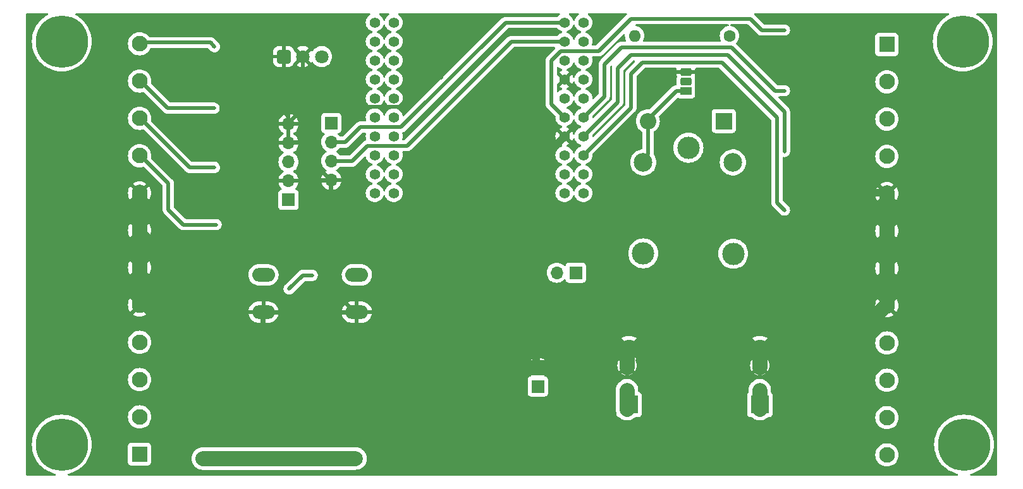
<source format=gbl>
G04 #@! TF.GenerationSoftware,KiCad,Pcbnew,7.0.5-4d25ed1034~172~ubuntu22.04.1*
G04 #@! TF.CreationDate,2023-06-02T18:09:35+02:00*
G04 #@! TF.ProjectId,ESP32_mini_8Port_WLED,45535033-325f-46d6-996e-695f38506f72,rev?*
G04 #@! TF.SameCoordinates,Original*
G04 #@! TF.FileFunction,Copper,L2,Bot*
G04 #@! TF.FilePolarity,Positive*
%FSLAX46Y46*%
G04 Gerber Fmt 4.6, Leading zero omitted, Abs format (unit mm)*
G04 Created by KiCad (PCBNEW 7.0.5-4d25ed1034~172~ubuntu22.04.1) date 2023-06-02 18:09:35*
%MOMM*%
%LPD*%
G01*
G04 APERTURE LIST*
G04 Aperture macros list*
%AMRoundRect*
0 Rectangle with rounded corners*
0 $1 Rounding radius*
0 $2 $3 $4 $5 $6 $7 $8 $9 X,Y pos of 4 corners*
0 Add a 4 corners polygon primitive as box body*
4,1,4,$2,$3,$4,$5,$6,$7,$8,$9,$2,$3,0*
0 Add four circle primitives for the rounded corners*
1,1,$1+$1,$2,$3*
1,1,$1+$1,$4,$5*
1,1,$1+$1,$6,$7*
1,1,$1+$1,$8,$9*
0 Add four rect primitives between the rounded corners*
20,1,$1+$1,$2,$3,$4,$5,0*
20,1,$1+$1,$4,$5,$6,$7,0*
20,1,$1+$1,$6,$7,$8,$9,0*
20,1,$1+$1,$8,$9,$2,$3,0*%
G04 Aperture macros list end*
G04 #@! TA.AperFunction,ComponentPad*
%ADD10R,1.600000X1.600000*%
G04 #@! TD*
G04 #@! TA.AperFunction,ComponentPad*
%ADD11C,1.600000*%
G04 #@! TD*
G04 #@! TA.AperFunction,ComponentPad*
%ADD12R,2.100000X2.100000*%
G04 #@! TD*
G04 #@! TA.AperFunction,ComponentPad*
%ADD13C,2.100000*%
G04 #@! TD*
G04 #@! TA.AperFunction,ComponentPad*
%ADD14R,1.700000X1.700000*%
G04 #@! TD*
G04 #@! TA.AperFunction,ComponentPad*
%ADD15O,1.700000X1.700000*%
G04 #@! TD*
G04 #@! TA.AperFunction,ComponentPad*
%ADD16C,0.800000*%
G04 #@! TD*
G04 #@! TA.AperFunction,ComponentPad*
%ADD17C,7.000000*%
G04 #@! TD*
G04 #@! TA.AperFunction,ComponentPad*
%ADD18C,1.400000*%
G04 #@! TD*
G04 #@! TA.AperFunction,ComponentPad*
%ADD19O,1.600000X1.600000*%
G04 #@! TD*
G04 #@! TA.AperFunction,ComponentPad*
%ADD20RoundRect,0.250200X-0.649800X-0.649800X0.649800X-0.649800X0.649800X0.649800X-0.649800X0.649800X0*%
G04 #@! TD*
G04 #@! TA.AperFunction,ComponentPad*
%ADD21C,1.800000*%
G04 #@! TD*
G04 #@! TA.AperFunction,ComponentPad*
%ADD22O,3.048000X1.850000*%
G04 #@! TD*
G04 #@! TA.AperFunction,ComponentPad*
%ADD23R,2.400000X2.400000*%
G04 #@! TD*
G04 #@! TA.AperFunction,ComponentPad*
%ADD24C,2.400000*%
G04 #@! TD*
G04 #@! TA.AperFunction,ComponentPad*
%ADD25R,2.200000X2.200000*%
G04 #@! TD*
G04 #@! TA.AperFunction,ComponentPad*
%ADD26O,2.200000X2.200000*%
G04 #@! TD*
G04 #@! TA.AperFunction,ComponentPad*
%ADD27C,3.000000*%
G04 #@! TD*
G04 #@! TA.AperFunction,ComponentPad*
%ADD28C,2.500000*%
G04 #@! TD*
G04 #@! TA.AperFunction,ComponentPad*
%ADD29R,1.500000X1.050000*%
G04 #@! TD*
G04 #@! TA.AperFunction,ComponentPad*
%ADD30RoundRect,0.262500X0.487500X-0.262500X0.487500X0.262500X-0.487500X0.262500X-0.487500X-0.262500X0*%
G04 #@! TD*
G04 #@! TA.AperFunction,ViaPad*
%ADD31C,2.000000*%
G04 #@! TD*
G04 #@! TA.AperFunction,ViaPad*
%ADD32C,0.500000*%
G04 #@! TD*
G04 #@! TA.AperFunction,ViaPad*
%ADD33C,1.000000*%
G04 #@! TD*
G04 #@! TA.AperFunction,Conductor*
%ADD34C,2.000000*%
G04 #@! TD*
G04 #@! TA.AperFunction,Conductor*
%ADD35C,0.500000*%
G04 #@! TD*
G04 #@! TA.AperFunction,Conductor*
%ADD36C,0.250000*%
G04 #@! TD*
G04 #@! TA.AperFunction,Conductor*
%ADD37C,1.000000*%
G04 #@! TD*
G04 APERTURE END LIST*
D10*
X173482000Y-128214000D03*
D11*
X173482000Y-124714000D03*
D12*
X190500000Y-81680000D03*
D13*
X190500000Y-86680000D03*
X190500000Y-91680000D03*
X190500000Y-96680000D03*
X190500000Y-101680000D03*
X190500000Y-106680000D03*
X190500000Y-111680000D03*
X190500000Y-116680000D03*
X190500000Y-121680000D03*
X190500000Y-126680000D03*
X190500000Y-131680000D03*
X190500000Y-136680000D03*
D14*
X110370000Y-102510000D03*
D15*
X110370000Y-99970000D03*
X110370000Y-97430000D03*
X110370000Y-94890000D03*
X110370000Y-92350000D03*
D12*
X90424000Y-136586000D03*
D13*
X90424000Y-131586000D03*
X90424000Y-126586000D03*
X90424000Y-121586000D03*
X90424000Y-116586000D03*
X90424000Y-111586000D03*
X90424000Y-106586000D03*
X90424000Y-101586000D03*
X90424000Y-96586000D03*
X90424000Y-91586000D03*
X90424000Y-86586000D03*
X90424000Y-81586000D03*
D16*
X198035000Y-81280000D03*
X198803845Y-79423845D03*
X198803845Y-83136155D03*
X200660000Y-78655000D03*
D17*
X200660000Y-81280000D03*
X200660000Y-81280000D03*
D16*
X200660000Y-83905000D03*
X202516155Y-79423845D03*
X202516155Y-83136155D03*
X203285000Y-81280000D03*
D18*
X121920000Y-78740000D03*
X124460000Y-78740000D03*
X121920000Y-81280000D03*
X124460000Y-81280000D03*
X121920000Y-83820000D03*
X124460000Y-83820000D03*
X121920000Y-86360000D03*
X124460000Y-86360000D03*
X121920000Y-88900000D03*
X124460000Y-88900000D03*
X121920000Y-91440000D03*
X124460000Y-91440000D03*
X121920000Y-93980000D03*
X124460000Y-93980000D03*
X121920000Y-96520000D03*
X124460000Y-96520000D03*
X121920000Y-99060000D03*
X124460000Y-99060000D03*
X121920000Y-101600000D03*
X124460000Y-101600000D03*
X147320000Y-78740000D03*
X149860000Y-78740000D03*
X147320000Y-81280000D03*
X149860000Y-81280000D03*
X147320000Y-83820000D03*
X149860000Y-83820000D03*
X147320000Y-86360000D03*
X149860000Y-86360000D03*
X147320000Y-88900000D03*
X149860000Y-88900000D03*
X147320000Y-91440000D03*
X149860000Y-91440000D03*
X147320000Y-93980000D03*
X149860000Y-93980000D03*
X147320000Y-96520000D03*
X149860000Y-96520000D03*
X147320000Y-99060000D03*
X149860000Y-99060000D03*
X147320000Y-101600000D03*
X149860000Y-101600000D03*
D14*
X116103000Y-92212000D03*
D15*
X116103000Y-94752000D03*
X116103000Y-97292000D03*
X116103000Y-99832000D03*
D10*
X155702000Y-128214000D03*
D11*
X155702000Y-124714000D03*
X169418000Y-80518000D03*
D19*
X156718000Y-80518000D03*
D20*
X109728000Y-83303000D03*
D21*
X112268000Y-83303000D03*
X114808000Y-83303000D03*
D22*
X119524000Y-117562000D03*
X107024000Y-117562000D03*
X119524000Y-112562000D03*
X107024000Y-112562000D03*
D23*
X173482000Y-129928000D03*
D24*
X173482000Y-122428000D03*
D23*
X155956000Y-129928000D03*
D24*
X155956000Y-122428000D03*
D25*
X168656000Y-91948000D03*
D26*
X158496000Y-91948000D03*
D14*
X148844000Y-112268000D03*
D15*
X146304000Y-112268000D03*
D27*
X163926000Y-95528000D03*
D28*
X157876000Y-97478000D03*
D27*
X157876000Y-109678000D03*
X169926000Y-109728000D03*
D28*
X169876000Y-97478000D03*
D29*
X163576000Y-87884000D03*
D30*
X163576000Y-86614000D03*
X163576000Y-85344000D03*
D14*
X143764000Y-127508000D03*
D15*
X143764000Y-124968000D03*
D16*
X77385000Y-135297000D03*
X78153845Y-133440845D03*
X78153845Y-137153155D03*
X80010000Y-132672000D03*
D17*
X80010000Y-135297000D03*
X80010000Y-135297000D03*
D16*
X80010000Y-137922000D03*
X81866155Y-133440845D03*
X81866155Y-137153155D03*
X82635000Y-135297000D03*
X77385000Y-81280000D03*
X78153845Y-79423845D03*
X78153845Y-83136155D03*
X80010000Y-78655000D03*
D17*
X80010000Y-81280000D03*
X80010000Y-81280000D03*
D16*
X80010000Y-83905000D03*
X81866155Y-79423845D03*
X81866155Y-83136155D03*
X82635000Y-81280000D03*
X198210845Y-135303845D03*
X198979690Y-133447690D03*
X198979690Y-137160000D03*
X200835845Y-132678845D03*
D17*
X200835845Y-135303845D03*
X200835845Y-135303845D03*
D16*
X200835845Y-137928845D03*
X202692000Y-133447690D03*
X202692000Y-137160000D03*
X203460845Y-135303845D03*
D31*
X119360000Y-137170000D03*
X98900000Y-137175000D03*
D32*
X176784000Y-79756000D03*
X176784000Y-87884000D03*
X176784000Y-96012000D03*
X176784000Y-103886000D03*
X100675000Y-105825000D03*
X100450000Y-98175000D03*
X100400000Y-90225000D03*
X100450000Y-81975000D03*
D33*
X183896000Y-87884000D03*
D32*
X113100000Y-90125000D03*
D33*
X183388000Y-103886000D03*
X102870000Y-96520000D03*
X102870000Y-104394000D03*
X102870000Y-80264000D03*
D32*
X130825000Y-86125000D03*
D31*
X104140000Y-124968000D03*
D32*
X112575000Y-89350000D03*
D33*
X183896000Y-79756000D03*
X183896000Y-95758000D03*
X102870000Y-88392000D03*
D32*
X110450000Y-114430000D03*
X113540000Y-112620000D03*
D34*
X119355000Y-137175000D02*
X119360000Y-137170000D01*
X173482000Y-128016000D02*
X173482000Y-130556000D01*
X98900000Y-137175000D02*
X119355000Y-137175000D01*
X155702000Y-128016000D02*
X155702000Y-130556000D01*
D35*
X156210000Y-78232000D02*
X151892000Y-82550000D01*
X173736000Y-79756000D02*
X172212000Y-78232000D01*
X145542000Y-83820000D02*
X145542000Y-89662000D01*
X145542000Y-89662000D02*
X147320000Y-91440000D01*
X146812000Y-82550000D02*
X145542000Y-83820000D01*
X151892000Y-82550000D02*
X146812000Y-82550000D01*
X176784000Y-79756000D02*
X173736000Y-79756000D01*
X172212000Y-78232000D02*
X156210000Y-78232000D01*
X154940000Y-82042000D02*
X152654000Y-84328000D01*
X175514000Y-87884000D02*
X169672000Y-82042000D01*
X176784000Y-87884000D02*
X175514000Y-87884000D01*
X152654000Y-88646000D02*
X149860000Y-91440000D01*
X169672000Y-82042000D02*
X154940000Y-82042000D01*
X152654000Y-84328000D02*
X152654000Y-88646000D01*
X154432000Y-84836000D02*
X156210000Y-83058000D01*
X156210000Y-83058000D02*
X169164000Y-83058000D01*
X149860000Y-93980000D02*
X154432000Y-89408000D01*
X176784000Y-90678000D02*
X176784000Y-96012000D01*
X154432000Y-89408000D02*
X154432000Y-84836000D01*
X169164000Y-83058000D02*
X176784000Y-90678000D01*
X175768000Y-91440000D02*
X175768000Y-102870000D01*
X168402000Y-84074000D02*
X175768000Y-91440000D01*
X156210000Y-90170000D02*
X156210000Y-85598000D01*
X156210000Y-85598000D02*
X157734000Y-84074000D01*
X157734000Y-84074000D02*
X168402000Y-84074000D01*
X175768000Y-102870000D02*
X176784000Y-103886000D01*
X149860000Y-96520000D02*
X156210000Y-90170000D01*
X96300000Y-105825000D02*
X94275000Y-103800000D01*
X94275000Y-103800000D02*
X94275000Y-100291000D01*
X94275000Y-100291000D02*
X90424000Y-96440000D01*
X100675000Y-105825000D02*
X96300000Y-105825000D01*
X97134000Y-98150000D02*
X100425000Y-98150000D01*
X90424000Y-91440000D02*
X97134000Y-98150000D01*
D36*
X100425000Y-98150000D02*
X100450000Y-98175000D01*
D35*
X100400000Y-90225000D02*
X94209000Y-90225000D01*
X94209000Y-90225000D02*
X90424000Y-86440000D01*
X99915000Y-81440000D02*
X90424000Y-81440000D01*
X100450000Y-81975000D02*
X99915000Y-81440000D01*
X162306000Y-87884000D02*
X158496000Y-91694000D01*
D36*
X158496000Y-96366000D02*
X157526000Y-97336000D01*
D35*
X163174000Y-87884000D02*
X162306000Y-87884000D01*
X158496000Y-91694000D02*
X158496000Y-96366000D01*
D37*
X183896000Y-103378000D02*
X183388000Y-103886000D01*
D34*
X90424000Y-101440000D02*
X90424000Y-106440000D01*
D37*
X183896000Y-101600000D02*
X183976000Y-101520000D01*
D34*
X190500000Y-116520000D02*
X190500000Y-101520000D01*
X93326000Y-116440000D02*
X101854000Y-124968000D01*
D35*
X106835000Y-122273000D02*
X104140000Y-124968000D01*
D37*
X92188000Y-108204000D02*
X90424000Y-106440000D01*
D35*
X166370000Y-86614000D02*
X166370000Y-121920000D01*
X163174000Y-85344000D02*
X165100000Y-85344000D01*
X119335000Y-117650000D02*
X106835000Y-117650000D01*
D34*
X173482000Y-122428000D02*
X173482000Y-124968000D01*
D35*
X109735000Y-83085000D02*
X109735000Y-90735000D01*
D34*
X90424000Y-106440000D02*
X90424000Y-116440000D01*
D35*
X130825000Y-86125000D02*
X129200000Y-86125000D01*
X112275000Y-89050000D02*
X112275000Y-83085000D01*
D37*
X105918000Y-83312000D02*
X105918000Y-101346000D01*
D35*
X117900000Y-88325000D02*
X114310000Y-88325000D01*
X114125000Y-91150000D02*
X114125000Y-97955000D01*
X110375000Y-94800000D02*
X114075000Y-94800000D01*
D36*
X115965000Y-99970000D02*
X116103000Y-99832000D01*
D37*
X102870000Y-96520000D02*
X105918000Y-96520000D01*
D34*
X166878000Y-122428000D02*
X184592000Y-122428000D01*
D37*
X100076000Y-108204000D02*
X92188000Y-108204000D01*
X183896000Y-79756000D02*
X183896000Y-103378000D01*
D35*
X116050000Y-114365000D02*
X119335000Y-117650000D01*
X112575000Y-89350000D02*
X112275000Y-89050000D01*
X116050000Y-99880000D02*
X116050000Y-114365000D01*
D34*
X93326000Y-116440000D02*
X90424000Y-116440000D01*
X143535000Y-124968000D02*
X149098000Y-124968000D01*
D37*
X102870000Y-88392000D02*
X105918000Y-88392000D01*
D34*
X143535000Y-124968000D02*
X104140000Y-124968000D01*
D37*
X102870000Y-80264000D02*
X105918000Y-83312000D01*
D36*
X110375000Y-91375000D02*
X110375000Y-92260000D01*
D35*
X113100000Y-90125000D02*
X114125000Y-91150000D01*
X129200000Y-86125000D02*
X125250000Y-90075000D01*
D37*
X102870000Y-104394000D02*
X102870000Y-105410000D01*
D34*
X151638000Y-122428000D02*
X166878000Y-122428000D01*
D35*
X125250000Y-90075000D02*
X119650000Y-90075000D01*
D37*
X147320000Y-93980000D02*
X143535000Y-97765000D01*
D35*
X109735000Y-90735000D02*
X110375000Y-91375000D01*
D37*
X102870000Y-105410000D02*
X100076000Y-108204000D01*
D35*
X106835000Y-117650000D02*
X106835000Y-122273000D01*
D37*
X105918000Y-101346000D02*
X102870000Y-104394000D01*
X143535000Y-97765000D02*
X143535000Y-124968000D01*
D35*
X110370000Y-99970000D02*
X115965000Y-99970000D01*
X114125000Y-97955000D02*
X116050000Y-99880000D01*
D34*
X155702000Y-122428000D02*
X155702000Y-124968000D01*
D35*
X119650000Y-90075000D02*
X117900000Y-88325000D01*
D34*
X104140000Y-124968000D02*
X101854000Y-124968000D01*
D35*
X114310000Y-88325000D02*
X110375000Y-92260000D01*
D34*
X149098000Y-124968000D02*
X151638000Y-122428000D01*
D36*
X166370000Y-121920000D02*
X166878000Y-122428000D01*
X114075000Y-94800000D02*
X114125000Y-94850000D01*
D37*
X183976000Y-101520000D02*
X190500000Y-101520000D01*
D35*
X165100000Y-85344000D02*
X166370000Y-86614000D01*
D34*
X184592000Y-122428000D02*
X190500000Y-116520000D01*
D35*
X118860000Y-97340000D02*
X120950000Y-95250000D01*
X120950000Y-95250000D02*
X126238000Y-95250000D01*
X126238000Y-95250000D02*
X140208000Y-81280000D01*
X116050000Y-97340000D02*
X118860000Y-97340000D01*
X140208000Y-81280000D02*
X147320000Y-81280000D01*
X119975000Y-92750000D02*
X125436000Y-92750000D01*
X139446000Y-78740000D02*
X147320000Y-78740000D01*
X125436000Y-92750000D02*
X139446000Y-78740000D01*
X117925000Y-94800000D02*
X119975000Y-92750000D01*
X116050000Y-94800000D02*
X117925000Y-94800000D01*
X112260000Y-112620000D02*
X110450000Y-114430000D01*
X113540000Y-112620000D02*
X112260000Y-112620000D01*
G04 #@! TA.AperFunction,Conductor*
G36*
X110619999Y-94454498D02*
G01*
X110512315Y-94405320D01*
X110405763Y-94390000D01*
X110334237Y-94390000D01*
X110227685Y-94405320D01*
X110120000Y-94454498D01*
X110120000Y-92785501D01*
X110227685Y-92834680D01*
X110334237Y-92850000D01*
X110405763Y-92850000D01*
X110512315Y-92834680D01*
X110619999Y-92785501D01*
X110619999Y-94454498D01*
G37*
G04 #@! TD.AperFunction*
G04 #@! TA.AperFunction,Conductor*
G36*
X78160291Y-77519685D02*
G01*
X78206046Y-77572489D01*
X78215990Y-77641647D01*
X78186965Y-77705203D01*
X78146269Y-77736094D01*
X78121910Y-77747614D01*
X78121904Y-77747618D01*
X77784763Y-77949692D01*
X77469043Y-78183846D01*
X77177807Y-78447807D01*
X76913846Y-78739043D01*
X76679692Y-79054763D01*
X76477620Y-79391899D01*
X76309562Y-79747227D01*
X76309561Y-79747229D01*
X76177143Y-80117315D01*
X76081637Y-80498593D01*
X76028316Y-80858059D01*
X76023962Y-80887409D01*
X76004675Y-81280000D01*
X76023962Y-81672591D01*
X76023962Y-81672597D01*
X76023963Y-81672599D01*
X76046155Y-81822203D01*
X76081535Y-82060722D01*
X76081637Y-82061406D01*
X76177143Y-82442684D01*
X76309561Y-82812770D01*
X76309562Y-82812772D01*
X76477620Y-83168100D01*
X76630594Y-83423321D01*
X76679694Y-83505239D01*
X76868118Y-83759300D01*
X76913846Y-83820956D01*
X77177807Y-84112192D01*
X77469043Y-84376153D01*
X77469049Y-84376158D01*
X77784761Y-84610306D01*
X77829858Y-84637336D01*
X78121899Y-84812379D01*
X78121902Y-84812380D01*
X78121903Y-84812381D01*
X78477228Y-84980438D01*
X78847316Y-85112857D01*
X79228600Y-85208364D01*
X79617409Y-85266038D01*
X80010000Y-85285325D01*
X80402591Y-85266038D01*
X80791400Y-85208364D01*
X81172684Y-85112857D01*
X81542772Y-84980438D01*
X81898097Y-84812381D01*
X82235239Y-84610306D01*
X82550951Y-84376158D01*
X82842192Y-84112192D01*
X83106158Y-83820951D01*
X83340306Y-83505239D01*
X83542381Y-83168097D01*
X83710438Y-82812772D01*
X83842857Y-82442684D01*
X83938364Y-82061400D01*
X83996038Y-81672591D01*
X84000292Y-81586000D01*
X88868706Y-81586000D01*
X88887853Y-81829297D01*
X88887853Y-81829300D01*
X88887854Y-81829302D01*
X88932692Y-82016064D01*
X88944830Y-82066619D01*
X89038222Y-82292089D01*
X89165737Y-82500173D01*
X89165738Y-82500176D01*
X89202068Y-82542713D01*
X89324241Y-82685759D01*
X89432105Y-82777883D01*
X89509823Y-82844261D01*
X89509826Y-82844262D01*
X89717910Y-82971777D01*
X89943381Y-83065169D01*
X89943378Y-83065169D01*
X89943384Y-83065170D01*
X89943388Y-83065172D01*
X90180698Y-83122146D01*
X90424000Y-83141294D01*
X90667302Y-83122146D01*
X90904612Y-83065172D01*
X90933998Y-83053000D01*
X108328000Y-83053000D01*
X109352722Y-83053000D01*
X109304375Y-83136740D01*
X109274190Y-83268992D01*
X109284327Y-83404265D01*
X109333887Y-83530541D01*
X109351797Y-83553000D01*
X108328001Y-83553000D01*
X108328001Y-84002796D01*
X108338497Y-84105536D01*
X108338497Y-84105538D01*
X108393658Y-84272004D01*
X108393663Y-84272015D01*
X108485722Y-84421264D01*
X108485725Y-84421268D01*
X108609731Y-84545274D01*
X108609735Y-84545277D01*
X108758984Y-84637336D01*
X108758995Y-84637341D01*
X108925462Y-84692502D01*
X109028209Y-84702999D01*
X109477999Y-84702999D01*
X109478000Y-84702998D01*
X109478000Y-83677189D01*
X109530547Y-83713016D01*
X109660173Y-83753000D01*
X109761724Y-83753000D01*
X109862138Y-83737865D01*
X109978000Y-83682068D01*
X109978000Y-84702999D01*
X110427782Y-84702999D01*
X110427796Y-84702998D01*
X110530536Y-84692502D01*
X110530538Y-84692502D01*
X110697004Y-84637341D01*
X110697015Y-84637336D01*
X110846264Y-84545277D01*
X110846268Y-84545274D01*
X110970274Y-84421268D01*
X110970277Y-84421264D01*
X111062341Y-84272007D01*
X111062343Y-84272001D01*
X111106721Y-84138073D01*
X111107286Y-84127389D01*
X111136573Y-84080873D01*
X111823549Y-83393896D01*
X111824327Y-83404265D01*
X111873887Y-83530541D01*
X111958465Y-83636599D01*
X112070547Y-83713016D01*
X112178299Y-83746253D01*
X111469199Y-84455351D01*
X111499650Y-84479050D01*
X111703697Y-84589476D01*
X111703706Y-84589479D01*
X111923139Y-84664811D01*
X112151993Y-84703000D01*
X112384007Y-84703000D01*
X112612860Y-84664811D01*
X112832293Y-84589479D01*
X112832302Y-84589476D01*
X113036350Y-84479050D01*
X113066798Y-84455351D01*
X112356231Y-83744784D01*
X112402138Y-83737865D01*
X112524357Y-83679007D01*
X112623798Y-83586740D01*
X112691625Y-83469260D01*
X112709498Y-83390947D01*
X113419186Y-84100634D01*
X113433892Y-84078126D01*
X113487038Y-84032769D01*
X113556269Y-84023345D01*
X113619605Y-84052847D01*
X113641510Y-84078126D01*
X113699016Y-84166147D01*
X113699019Y-84166151D01*
X113699021Y-84166153D01*
X113856216Y-84336913D01*
X113856219Y-84336915D01*
X113856222Y-84336918D01*
X114039365Y-84479464D01*
X114039371Y-84479468D01*
X114039374Y-84479470D01*
X114119474Y-84522818D01*
X114242652Y-84589479D01*
X114243497Y-84589936D01*
X114302833Y-84610306D01*
X114463015Y-84665297D01*
X114463017Y-84665297D01*
X114463019Y-84665298D01*
X114691951Y-84703500D01*
X114691952Y-84703500D01*
X114924048Y-84703500D01*
X114924049Y-84703500D01*
X115152981Y-84665298D01*
X115372503Y-84589936D01*
X115576626Y-84479470D01*
X115608473Y-84454683D01*
X115651409Y-84421264D01*
X115759784Y-84336913D01*
X115916979Y-84166153D01*
X116043924Y-83971849D01*
X116137157Y-83759300D01*
X116194134Y-83534305D01*
X116196015Y-83511606D01*
X116213300Y-83303006D01*
X116213300Y-83302993D01*
X116194135Y-83071702D01*
X116194133Y-83071691D01*
X116137157Y-82846699D01*
X116043924Y-82634151D01*
X115916983Y-82439852D01*
X115916980Y-82439849D01*
X115916979Y-82439847D01*
X115759784Y-82269087D01*
X115759779Y-82269083D01*
X115759777Y-82269081D01*
X115576634Y-82126535D01*
X115576628Y-82126531D01*
X115372504Y-82016064D01*
X115372495Y-82016061D01*
X115152984Y-81940702D01*
X114981281Y-81912050D01*
X114924049Y-81902500D01*
X114691951Y-81902500D01*
X114646164Y-81910140D01*
X114463015Y-81940702D01*
X114243504Y-82016061D01*
X114243495Y-82016064D01*
X114039371Y-82126531D01*
X114039365Y-82126535D01*
X113856222Y-82269081D01*
X113856219Y-82269084D01*
X113856216Y-82269086D01*
X113856216Y-82269087D01*
X113704061Y-82434373D01*
X113699015Y-82439854D01*
X113641509Y-82527874D01*
X113588363Y-82573230D01*
X113519132Y-82582654D01*
X113455796Y-82553152D01*
X113433892Y-82527873D01*
X113419186Y-82505364D01*
X112712449Y-83212100D01*
X112711673Y-83201735D01*
X112662113Y-83075459D01*
X112577535Y-82969401D01*
X112465453Y-82892984D01*
X112357699Y-82859746D01*
X113066799Y-82150647D01*
X113036349Y-82126949D01*
X112832302Y-82016523D01*
X112832293Y-82016520D01*
X112612860Y-81941188D01*
X112384007Y-81903000D01*
X112151993Y-81903000D01*
X111923139Y-81941188D01*
X111703706Y-82016520D01*
X111703698Y-82016523D01*
X111499644Y-82126952D01*
X111469200Y-82150646D01*
X111469200Y-82150647D01*
X112179767Y-82861215D01*
X112133862Y-82868135D01*
X112011643Y-82926993D01*
X111912202Y-83019260D01*
X111844375Y-83136740D01*
X111826500Y-83215053D01*
X111136573Y-82525126D01*
X111103088Y-82463803D01*
X111103149Y-82457148D01*
X111062341Y-82333995D01*
X111062336Y-82333984D01*
X110970277Y-82184735D01*
X110970274Y-82184731D01*
X110846268Y-82060725D01*
X110846264Y-82060722D01*
X110697015Y-81968663D01*
X110697004Y-81968658D01*
X110530537Y-81913497D01*
X110427796Y-81903000D01*
X109978000Y-81903000D01*
X109978000Y-82928810D01*
X109925453Y-82892984D01*
X109795827Y-82853000D01*
X109694276Y-82853000D01*
X109593862Y-82868135D01*
X109478000Y-82923931D01*
X109478000Y-81903000D01*
X109028218Y-81903000D01*
X109028202Y-81903001D01*
X108925463Y-81913497D01*
X108925461Y-81913497D01*
X108758995Y-81968658D01*
X108758984Y-81968663D01*
X108609735Y-82060722D01*
X108609731Y-82060725D01*
X108485725Y-82184731D01*
X108485722Y-82184735D01*
X108393663Y-82333984D01*
X108393658Y-82333995D01*
X108338497Y-82500462D01*
X108328000Y-82603203D01*
X108328000Y-83053000D01*
X90933998Y-83053000D01*
X91130089Y-82971777D01*
X91338179Y-82844259D01*
X91523759Y-82685759D01*
X91682259Y-82500179D01*
X91809777Y-82292089D01*
X91819305Y-82269087D01*
X91820150Y-82267048D01*
X91863991Y-82212644D01*
X91930285Y-82190579D01*
X91934711Y-82190500D01*
X99552770Y-82190500D01*
X99619809Y-82210185D01*
X99640451Y-82226819D01*
X99772878Y-82359245D01*
X99859523Y-82445890D01*
X99979110Y-82565477D01*
X100013513Y-82587094D01*
X100018973Y-82590950D01*
X100030314Y-82599917D01*
X100053319Y-82618109D01*
X100053321Y-82618110D01*
X100053323Y-82618111D01*
X100063293Y-82622760D01*
X100086860Y-82633750D01*
X100093652Y-82637448D01*
X100122310Y-82655456D01*
X100163863Y-82669996D01*
X100169577Y-82672321D01*
X100212327Y-82692256D01*
X100226352Y-82695151D01*
X100245249Y-82699054D01*
X100253195Y-82701254D01*
X100281941Y-82711313D01*
X100300839Y-82713442D01*
X100329046Y-82716620D01*
X100334645Y-82717511D01*
X100384144Y-82727733D01*
X100414354Y-82726853D01*
X100423090Y-82727216D01*
X100450000Y-82730249D01*
X100500470Y-82724561D01*
X100505592Y-82724199D01*
X100559512Y-82722631D01*
X100580937Y-82716889D01*
X100599149Y-82713442D01*
X100618059Y-82711313D01*
X100669195Y-82693419D01*
X100673596Y-82692061D01*
X100728975Y-82677223D01*
X100745295Y-82668422D01*
X100763171Y-82660535D01*
X100777690Y-82655456D01*
X100826423Y-82624833D01*
X100829944Y-82622780D01*
X100883400Y-82593959D01*
X100894512Y-82584069D01*
X100910975Y-82571706D01*
X100920890Y-82565477D01*
X100963986Y-82522379D01*
X100966564Y-82519948D01*
X101014459Y-82477326D01*
X101020887Y-82468143D01*
X101034782Y-82451583D01*
X101040477Y-82445890D01*
X101074701Y-82391422D01*
X101076406Y-82388854D01*
X101115087Y-82333612D01*
X101117871Y-82326601D01*
X101128121Y-82306404D01*
X101130456Y-82302690D01*
X101152827Y-82238753D01*
X101153698Y-82236421D01*
X101179862Y-82170566D01*
X101180423Y-82166736D01*
X101186076Y-82143736D01*
X101186313Y-82143058D01*
X101194275Y-82072383D01*
X101194525Y-82070457D01*
X101205289Y-81996977D01*
X101205272Y-81996782D01*
X101205457Y-81981965D01*
X101205249Y-81981965D01*
X101205249Y-81974999D01*
X101198452Y-81914683D01*
X101196906Y-81900966D01*
X101196761Y-81899513D01*
X101189998Y-81822203D01*
X101189998Y-81822202D01*
X101188538Y-81815129D01*
X101188814Y-81815072D01*
X101188489Y-81813586D01*
X101187862Y-81813730D01*
X101186313Y-81806947D01*
X101186313Y-81806941D01*
X101160433Y-81732980D01*
X101134814Y-81655665D01*
X101134811Y-81655661D01*
X101134705Y-81655433D01*
X101131885Y-81650278D01*
X101130456Y-81647311D01*
X101130456Y-81647310D01*
X101087144Y-81578381D01*
X101042712Y-81506344D01*
X100490728Y-80954360D01*
X100478949Y-80940730D01*
X100471482Y-80930701D01*
X100464612Y-80921472D01*
X100464610Y-80921470D01*
X100424587Y-80887886D01*
X100420612Y-80884244D01*
X100416278Y-80879910D01*
X100414779Y-80878410D01*
X100389736Y-80858609D01*
X100388338Y-80857470D01*
X100330214Y-80808698D01*
X100324180Y-80804729D01*
X100324212Y-80804680D01*
X100317853Y-80800628D01*
X100317822Y-80800679D01*
X100311680Y-80796891D01*
X100311678Y-80796890D01*
X100311677Y-80796889D01*
X100242872Y-80764804D01*
X100241252Y-80764019D01*
X100201512Y-80744061D01*
X100173433Y-80729960D01*
X100173431Y-80729959D01*
X100173430Y-80729959D01*
X100166645Y-80727489D01*
X100166665Y-80727433D01*
X100159549Y-80724959D01*
X100159531Y-80725015D01*
X100152674Y-80722743D01*
X100078328Y-80707391D01*
X100076569Y-80707001D01*
X100002718Y-80689499D01*
X99995547Y-80688661D01*
X99995553Y-80688601D01*
X99988055Y-80687835D01*
X99988050Y-80687895D01*
X99980860Y-80687265D01*
X99904968Y-80689474D01*
X99903165Y-80689500D01*
X91754523Y-80689500D01*
X91687484Y-80669815D01*
X91660233Y-80646032D01*
X91523759Y-80486241D01*
X91355413Y-80342460D01*
X91338176Y-80327738D01*
X91338173Y-80327737D01*
X91130089Y-80200222D01*
X90904618Y-80106830D01*
X90904621Y-80106830D01*
X90798219Y-80081285D01*
X90667302Y-80049854D01*
X90667300Y-80049853D01*
X90667297Y-80049853D01*
X90424000Y-80030706D01*
X90180702Y-80049853D01*
X90180697Y-80049854D01*
X90180698Y-80049854D01*
X90057216Y-80079500D01*
X89943380Y-80106830D01*
X89717910Y-80200222D01*
X89509826Y-80327737D01*
X89509823Y-80327738D01*
X89324241Y-80486241D01*
X89165738Y-80671823D01*
X89165737Y-80671826D01*
X89038222Y-80879910D01*
X88944830Y-81105380D01*
X88887853Y-81342702D01*
X88868706Y-81586000D01*
X84000292Y-81586000D01*
X84015325Y-81280000D01*
X83996038Y-80887409D01*
X83938364Y-80498600D01*
X83842857Y-80117316D01*
X83710438Y-79747228D01*
X83542381Y-79391903D01*
X83539701Y-79387432D01*
X83356855Y-79082372D01*
X83340306Y-79054761D01*
X83106158Y-78739049D01*
X83106153Y-78739043D01*
X82842192Y-78447807D01*
X82550956Y-78183846D01*
X82507705Y-78151769D01*
X82235239Y-77949694D01*
X82198644Y-77927760D01*
X81898095Y-77747618D01*
X81898089Y-77747614D01*
X81873731Y-77736094D01*
X81821544Y-77689637D01*
X81802759Y-77622339D01*
X81823340Y-77555570D01*
X81876752Y-77510526D01*
X81926748Y-77500000D01*
X121206409Y-77500000D01*
X121273448Y-77519685D01*
X121319203Y-77572489D01*
X121329147Y-77641647D01*
X121300122Y-77705203D01*
X121271686Y-77729427D01*
X121193439Y-77777874D01*
X121193437Y-77777876D01*
X121029020Y-77927761D01*
X120894943Y-78105308D01*
X120894938Y-78105316D01*
X120795775Y-78304461D01*
X120795769Y-78304476D01*
X120734885Y-78518462D01*
X120734884Y-78518464D01*
X120714357Y-78739999D01*
X120714357Y-78740000D01*
X120734884Y-78961535D01*
X120734885Y-78961537D01*
X120795769Y-79175523D01*
X120795775Y-79175538D01*
X120894938Y-79374683D01*
X120894943Y-79374691D01*
X121029020Y-79552238D01*
X121193437Y-79702123D01*
X121193439Y-79702125D01*
X121382595Y-79819245D01*
X121382596Y-79819245D01*
X121382599Y-79819247D01*
X121576524Y-79894374D01*
X121631924Y-79936946D01*
X121655515Y-80002713D01*
X121639804Y-80070793D01*
X121589780Y-80119572D01*
X121576533Y-80125622D01*
X121428488Y-80182975D01*
X121382601Y-80200752D01*
X121382595Y-80200754D01*
X121193439Y-80317874D01*
X121193437Y-80317876D01*
X121029020Y-80467761D01*
X120894943Y-80645308D01*
X120894938Y-80645316D01*
X120795775Y-80844461D01*
X120795769Y-80844476D01*
X120734885Y-81058462D01*
X120734884Y-81058464D01*
X120714357Y-81279999D01*
X120714357Y-81280000D01*
X120734884Y-81501535D01*
X120734885Y-81501537D01*
X120795769Y-81715523D01*
X120795775Y-81715538D01*
X120894938Y-81914683D01*
X120894943Y-81914691D01*
X121029020Y-82092238D01*
X121193437Y-82242123D01*
X121193439Y-82242125D01*
X121382595Y-82359245D01*
X121382596Y-82359245D01*
X121382599Y-82359247D01*
X121576524Y-82434374D01*
X121631924Y-82476946D01*
X121655515Y-82542713D01*
X121639804Y-82610793D01*
X121589780Y-82659572D01*
X121576533Y-82665622D01*
X121444075Y-82716937D01*
X121382601Y-82740752D01*
X121382595Y-82740754D01*
X121193439Y-82857874D01*
X121193437Y-82857876D01*
X121029020Y-83007761D01*
X120894943Y-83185308D01*
X120894938Y-83185316D01*
X120795775Y-83384461D01*
X120795769Y-83384476D01*
X120734885Y-83598462D01*
X120734884Y-83598464D01*
X120714357Y-83819999D01*
X120714357Y-83820000D01*
X120734884Y-84041535D01*
X120734885Y-84041537D01*
X120795769Y-84255523D01*
X120795775Y-84255538D01*
X120894938Y-84454683D01*
X120894943Y-84454691D01*
X121029020Y-84632238D01*
X121193437Y-84782123D01*
X121193439Y-84782125D01*
X121382595Y-84899245D01*
X121382596Y-84899245D01*
X121382599Y-84899247D01*
X121576524Y-84974374D01*
X121631924Y-85016946D01*
X121655515Y-85082713D01*
X121639804Y-85150793D01*
X121589780Y-85199572D01*
X121576533Y-85205622D01*
X121460252Y-85250670D01*
X121382601Y-85280752D01*
X121382595Y-85280754D01*
X121193439Y-85397874D01*
X121193437Y-85397876D01*
X121029020Y-85547761D01*
X120894943Y-85725308D01*
X120894938Y-85725316D01*
X120795775Y-85924461D01*
X120795769Y-85924476D01*
X120734885Y-86138462D01*
X120734884Y-86138464D01*
X120714357Y-86359999D01*
X120714357Y-86360000D01*
X120734884Y-86581535D01*
X120734885Y-86581537D01*
X120795769Y-86795523D01*
X120795775Y-86795538D01*
X120894938Y-86994683D01*
X120894943Y-86994691D01*
X121029020Y-87172238D01*
X121193437Y-87322123D01*
X121193439Y-87322125D01*
X121382595Y-87439245D01*
X121382596Y-87439245D01*
X121382599Y-87439247D01*
X121576524Y-87514374D01*
X121631924Y-87556946D01*
X121655515Y-87622713D01*
X121639804Y-87690793D01*
X121589780Y-87739572D01*
X121576533Y-87745622D01*
X121428488Y-87802975D01*
X121382601Y-87820752D01*
X121382595Y-87820754D01*
X121193439Y-87937874D01*
X121193437Y-87937876D01*
X121029020Y-88087761D01*
X120894943Y-88265308D01*
X120894938Y-88265316D01*
X120795775Y-88464461D01*
X120795769Y-88464476D01*
X120734885Y-88678462D01*
X120734884Y-88678464D01*
X120714357Y-88899999D01*
X120714357Y-88900000D01*
X120734884Y-89121535D01*
X120734885Y-89121537D01*
X120795769Y-89335523D01*
X120795775Y-89335538D01*
X120894938Y-89534683D01*
X120894943Y-89534691D01*
X121029020Y-89712238D01*
X121193437Y-89862123D01*
X121193439Y-89862125D01*
X121382595Y-89979245D01*
X121382596Y-89979245D01*
X121382599Y-89979247D01*
X121576524Y-90054374D01*
X121631924Y-90096946D01*
X121655515Y-90162713D01*
X121639804Y-90230793D01*
X121589780Y-90279572D01*
X121576533Y-90285622D01*
X121455660Y-90332449D01*
X121382601Y-90360752D01*
X121382595Y-90360754D01*
X121193439Y-90477874D01*
X121193437Y-90477876D01*
X121029020Y-90627761D01*
X120894943Y-90805308D01*
X120894938Y-90805316D01*
X120795775Y-91004461D01*
X120795769Y-91004476D01*
X120734885Y-91218462D01*
X120734884Y-91218464D01*
X120714357Y-91439999D01*
X120714357Y-91440000D01*
X120734884Y-91661535D01*
X120734885Y-91661537D01*
X120786108Y-91841566D01*
X120785522Y-91911433D01*
X120747255Y-91969892D01*
X120683458Y-91998382D01*
X120666842Y-91999500D01*
X120038705Y-91999500D01*
X120020735Y-91998191D01*
X119996972Y-91994710D01*
X119951533Y-91998686D01*
X119944931Y-91999264D01*
X119939530Y-91999500D01*
X119931283Y-91999500D01*
X119899606Y-92003202D01*
X119897832Y-92003384D01*
X119867390Y-92006047D01*
X119822198Y-92010001D01*
X119815132Y-92011460D01*
X119815120Y-92011404D01*
X119807763Y-92013035D01*
X119807777Y-92013092D01*
X119800740Y-92014760D01*
X119729385Y-92040729D01*
X119727685Y-92041320D01*
X119655668Y-92065185D01*
X119649126Y-92068236D01*
X119649101Y-92068183D01*
X119642308Y-92071471D01*
X119642334Y-92071523D01*
X119635880Y-92074764D01*
X119572468Y-92116470D01*
X119570948Y-92117439D01*
X119506348Y-92157285D01*
X119500683Y-92161765D01*
X119500647Y-92161719D01*
X119494798Y-92166484D01*
X119494835Y-92166528D01*
X119489309Y-92171164D01*
X119437212Y-92226382D01*
X119435957Y-92227675D01*
X117650451Y-94013181D01*
X117589128Y-94046666D01*
X117562770Y-94049500D01*
X117324310Y-94049500D01*
X117257271Y-94029815D01*
X117222735Y-93996623D01*
X117141496Y-93880600D01*
X117098245Y-93837349D01*
X117019567Y-93758671D01*
X116986084Y-93697351D01*
X116991068Y-93627659D01*
X117032939Y-93571725D01*
X117063915Y-93554810D01*
X117195331Y-93505796D01*
X117310546Y-93419546D01*
X117396796Y-93304331D01*
X117447091Y-93169483D01*
X117453500Y-93109873D01*
X117453499Y-91314128D01*
X117447091Y-91254517D01*
X117433896Y-91219140D01*
X117396797Y-91119671D01*
X117396793Y-91119664D01*
X117310547Y-91004455D01*
X117310544Y-91004452D01*
X117195335Y-90918206D01*
X117195328Y-90918202D01*
X117060482Y-90867908D01*
X117060483Y-90867908D01*
X117000883Y-90861501D01*
X117000881Y-90861500D01*
X117000873Y-90861500D01*
X117000864Y-90861500D01*
X115205129Y-90861500D01*
X115205123Y-90861501D01*
X115145516Y-90867908D01*
X115010671Y-90918202D01*
X115010664Y-90918206D01*
X114895455Y-91004452D01*
X114895452Y-91004455D01*
X114809206Y-91119664D01*
X114809202Y-91119671D01*
X114758908Y-91254517D01*
X114753163Y-91307959D01*
X114752501Y-91314123D01*
X114752500Y-91314135D01*
X114752500Y-93109870D01*
X114752501Y-93109876D01*
X114758908Y-93169483D01*
X114809202Y-93304328D01*
X114809206Y-93304335D01*
X114895452Y-93419544D01*
X114895455Y-93419547D01*
X115010664Y-93505793D01*
X115010671Y-93505797D01*
X115142081Y-93554810D01*
X115198015Y-93596681D01*
X115222432Y-93662145D01*
X115207580Y-93730418D01*
X115186430Y-93758673D01*
X115064503Y-93880600D01*
X114928965Y-94074169D01*
X114928964Y-94074171D01*
X114829098Y-94288335D01*
X114829094Y-94288344D01*
X114767938Y-94516586D01*
X114767936Y-94516596D01*
X114747341Y-94751999D01*
X114747341Y-94752000D01*
X114767936Y-94987403D01*
X114767938Y-94987413D01*
X114829094Y-95215655D01*
X114829096Y-95215659D01*
X114829097Y-95215663D01*
X114910392Y-95390000D01*
X114928965Y-95429830D01*
X114928967Y-95429834D01*
X115064501Y-95623395D01*
X115064506Y-95623402D01*
X115231597Y-95790493D01*
X115231603Y-95790498D01*
X115417158Y-95920425D01*
X115460783Y-95975002D01*
X115467977Y-96044500D01*
X115436454Y-96106855D01*
X115417158Y-96123575D01*
X115231597Y-96253505D01*
X115064505Y-96420597D01*
X114928965Y-96614169D01*
X114928964Y-96614171D01*
X114829098Y-96828335D01*
X114829094Y-96828344D01*
X114767938Y-97056586D01*
X114767936Y-97056596D01*
X114747341Y-97291999D01*
X114747341Y-97292000D01*
X114767936Y-97527403D01*
X114767938Y-97527413D01*
X114829094Y-97755655D01*
X114829096Y-97755659D01*
X114829097Y-97755663D01*
X114911656Y-97932710D01*
X114928965Y-97969830D01*
X114928967Y-97969834D01*
X115035618Y-98122146D01*
X115049025Y-98141294D01*
X115064501Y-98163395D01*
X115064506Y-98163402D01*
X115231597Y-98330493D01*
X115231603Y-98330498D01*
X115417594Y-98460730D01*
X115461219Y-98515307D01*
X115468413Y-98584805D01*
X115436890Y-98647160D01*
X115417595Y-98663880D01*
X115231922Y-98793890D01*
X115231920Y-98793891D01*
X115064891Y-98960920D01*
X115064886Y-98960926D01*
X114929400Y-99154420D01*
X114929399Y-99154422D01*
X114829570Y-99368507D01*
X114829567Y-99368513D01*
X114772364Y-99581999D01*
X114772364Y-99582000D01*
X115669314Y-99582000D01*
X115643507Y-99622156D01*
X115603000Y-99760111D01*
X115603000Y-99903889D01*
X115643507Y-100041844D01*
X115669314Y-100082000D01*
X114772364Y-100082000D01*
X114829567Y-100295486D01*
X114829570Y-100295492D01*
X114929399Y-100509578D01*
X115064894Y-100703082D01*
X115231917Y-100870105D01*
X115425421Y-101005600D01*
X115639507Y-101105429D01*
X115639516Y-101105433D01*
X115853000Y-101162634D01*
X115853000Y-100267501D01*
X115960685Y-100316680D01*
X116067237Y-100332000D01*
X116138763Y-100332000D01*
X116245315Y-100316680D01*
X116353000Y-100267501D01*
X116353000Y-101162634D01*
X116566483Y-101105433D01*
X116566492Y-101105429D01*
X116780578Y-101005600D01*
X116974082Y-100870105D01*
X117141105Y-100703082D01*
X117276600Y-100509578D01*
X117376429Y-100295492D01*
X117376432Y-100295486D01*
X117433636Y-100082000D01*
X116536686Y-100082000D01*
X116562493Y-100041844D01*
X116603000Y-99903889D01*
X116603000Y-99760111D01*
X116562493Y-99622156D01*
X116536686Y-99582000D01*
X117433636Y-99582000D01*
X117433635Y-99581999D01*
X117376432Y-99368513D01*
X117376429Y-99368507D01*
X117276600Y-99154422D01*
X117276599Y-99154420D01*
X117141113Y-98960926D01*
X117141108Y-98960920D01*
X116974078Y-98793890D01*
X116788405Y-98663879D01*
X116744780Y-98609302D01*
X116737588Y-98539804D01*
X116769110Y-98477449D01*
X116788406Y-98460730D01*
X116974401Y-98330495D01*
X117141495Y-98163401D01*
X117155517Y-98143374D01*
X117210095Y-98099751D01*
X117257091Y-98090500D01*
X118796295Y-98090500D01*
X118814265Y-98091809D01*
X118838023Y-98095289D01*
X118890068Y-98090735D01*
X118895470Y-98090500D01*
X118903704Y-98090500D01*
X118903709Y-98090500D01*
X118935458Y-98086788D01*
X118937075Y-98086622D01*
X119012797Y-98079999D01*
X119012805Y-98079996D01*
X119019866Y-98078539D01*
X119019878Y-98078598D01*
X119027243Y-98076965D01*
X119027229Y-98076906D01*
X119034251Y-98075241D01*
X119034255Y-98075241D01*
X119105587Y-98049277D01*
X119107286Y-98048688D01*
X119179334Y-98024814D01*
X119179342Y-98024808D01*
X119185882Y-98021760D01*
X119185908Y-98021816D01*
X119192690Y-98018532D01*
X119192663Y-98018478D01*
X119199109Y-98015239D01*
X119199117Y-98015237D01*
X119262612Y-97973475D01*
X119263977Y-97972605D01*
X119328656Y-97932712D01*
X119328661Y-97932706D01*
X119334325Y-97928229D01*
X119334362Y-97928277D01*
X119340204Y-97923518D01*
X119340164Y-97923471D01*
X119345686Y-97918835D01*
X119345696Y-97918830D01*
X119397800Y-97863601D01*
X119398994Y-97862372D01*
X120538047Y-96723318D01*
X120599370Y-96689834D01*
X120669062Y-96694818D01*
X120724995Y-96736690D01*
X120744994Y-96777066D01*
X120795769Y-96955523D01*
X120795775Y-96955538D01*
X120894938Y-97154683D01*
X120894943Y-97154691D01*
X121029020Y-97332238D01*
X121193437Y-97482123D01*
X121193439Y-97482125D01*
X121382595Y-97599245D01*
X121382596Y-97599245D01*
X121382599Y-97599247D01*
X121576524Y-97674374D01*
X121631924Y-97716946D01*
X121655515Y-97782713D01*
X121639804Y-97850793D01*
X121589780Y-97899572D01*
X121576533Y-97905622D01*
X121492281Y-97938262D01*
X121382601Y-97980752D01*
X121382595Y-97980754D01*
X121193439Y-98097874D01*
X121193437Y-98097876D01*
X121029020Y-98247761D01*
X120894943Y-98425308D01*
X120894938Y-98425316D01*
X120795775Y-98624461D01*
X120795769Y-98624476D01*
X120734885Y-98838462D01*
X120734884Y-98838464D01*
X120714357Y-99059999D01*
X120714357Y-99060000D01*
X120734884Y-99281535D01*
X120734885Y-99281537D01*
X120795769Y-99495523D01*
X120795775Y-99495538D01*
X120894938Y-99694683D01*
X120894943Y-99694691D01*
X121029020Y-99872238D01*
X121193437Y-100022123D01*
X121193439Y-100022125D01*
X121382595Y-100139245D01*
X121382596Y-100139245D01*
X121382599Y-100139247D01*
X121576524Y-100214374D01*
X121631924Y-100256946D01*
X121655515Y-100322713D01*
X121639804Y-100390793D01*
X121589780Y-100439572D01*
X121576533Y-100445622D01*
X121428488Y-100502975D01*
X121382601Y-100520752D01*
X121382595Y-100520754D01*
X121193439Y-100637874D01*
X121193437Y-100637876D01*
X121029020Y-100787761D01*
X120894943Y-100965308D01*
X120894938Y-100965316D01*
X120795775Y-101164461D01*
X120795769Y-101164476D01*
X120734885Y-101378462D01*
X120734884Y-101378464D01*
X120714357Y-101599999D01*
X120714357Y-101600000D01*
X120734884Y-101821535D01*
X120734885Y-101821537D01*
X120795769Y-102035523D01*
X120795775Y-102035538D01*
X120894938Y-102234683D01*
X120894943Y-102234691D01*
X121029020Y-102412238D01*
X121193437Y-102562123D01*
X121193439Y-102562125D01*
X121382595Y-102679245D01*
X121382596Y-102679245D01*
X121382599Y-102679247D01*
X121590060Y-102759618D01*
X121808757Y-102800500D01*
X121808759Y-102800500D01*
X122031241Y-102800500D01*
X122031243Y-102800500D01*
X122249940Y-102759618D01*
X122457401Y-102679247D01*
X122646562Y-102562124D01*
X122810981Y-102412236D01*
X122945058Y-102234689D01*
X123044229Y-102035528D01*
X123070734Y-101942371D01*
X123108013Y-101883278D01*
X123171323Y-101853721D01*
X123240562Y-101863083D01*
X123293749Y-101908393D01*
X123309266Y-101942372D01*
X123335769Y-102035523D01*
X123335775Y-102035538D01*
X123434938Y-102234683D01*
X123434943Y-102234691D01*
X123569020Y-102412238D01*
X123733437Y-102562123D01*
X123733439Y-102562125D01*
X123922595Y-102679245D01*
X123922596Y-102679245D01*
X123922599Y-102679247D01*
X124130060Y-102759618D01*
X124348757Y-102800500D01*
X124348759Y-102800500D01*
X124571241Y-102800500D01*
X124571243Y-102800500D01*
X124789940Y-102759618D01*
X124997401Y-102679247D01*
X125186562Y-102562124D01*
X125350981Y-102412236D01*
X125485058Y-102234689D01*
X125584229Y-102035528D01*
X125645115Y-101821536D01*
X125665643Y-101600000D01*
X125645115Y-101378464D01*
X125584229Y-101164472D01*
X125581754Y-101159501D01*
X125485061Y-100965316D01*
X125485056Y-100965308D01*
X125350979Y-100787761D01*
X125186562Y-100637876D01*
X125186560Y-100637874D01*
X124997404Y-100520754D01*
X124997395Y-100520750D01*
X124903956Y-100484552D01*
X124803475Y-100445625D01*
X124748075Y-100403054D01*
X124724484Y-100337288D01*
X124740195Y-100269207D01*
X124790219Y-100220428D01*
X124803466Y-100214377D01*
X124997401Y-100139247D01*
X125186562Y-100022124D01*
X125350981Y-99872236D01*
X125485058Y-99694689D01*
X125584229Y-99495528D01*
X125645115Y-99281536D01*
X125665643Y-99060000D01*
X125659919Y-98998232D01*
X125645115Y-98838464D01*
X125645114Y-98838462D01*
X125641564Y-98825986D01*
X125584229Y-98624472D01*
X125584224Y-98624461D01*
X125485061Y-98425316D01*
X125485056Y-98425308D01*
X125350979Y-98247761D01*
X125186562Y-98097876D01*
X125186560Y-98097874D01*
X124997404Y-97980754D01*
X124997395Y-97980750D01*
X124887719Y-97938262D01*
X124803475Y-97905625D01*
X124748075Y-97863054D01*
X124724484Y-97797288D01*
X124740195Y-97729207D01*
X124790219Y-97680428D01*
X124803466Y-97674377D01*
X124997401Y-97599247D01*
X125186562Y-97482124D01*
X125350981Y-97332236D01*
X125485058Y-97154689D01*
X125584229Y-96955528D01*
X125645115Y-96741536D01*
X125665643Y-96520000D01*
X125645115Y-96298464D01*
X125605273Y-96158433D01*
X125605861Y-96088566D01*
X125644128Y-96030108D01*
X125707925Y-96001618D01*
X125724540Y-96000500D01*
X126174295Y-96000500D01*
X126192265Y-96001809D01*
X126216023Y-96005289D01*
X126268068Y-96000735D01*
X126273470Y-96000500D01*
X126281704Y-96000500D01*
X126281709Y-96000500D01*
X126313458Y-95996788D01*
X126315075Y-95996622D01*
X126390797Y-95989999D01*
X126390805Y-95989996D01*
X126397866Y-95988539D01*
X126397878Y-95988598D01*
X126405243Y-95986965D01*
X126405229Y-95986906D01*
X126412251Y-95985241D01*
X126412255Y-95985241D01*
X126483587Y-95959277D01*
X126485286Y-95958688D01*
X126488050Y-95957772D01*
X126557334Y-95934814D01*
X126557342Y-95934808D01*
X126563882Y-95931760D01*
X126563908Y-95931816D01*
X126570690Y-95928532D01*
X126570663Y-95928478D01*
X126577109Y-95925239D01*
X126577117Y-95925237D01*
X126640612Y-95883475D01*
X126641977Y-95882605D01*
X126706656Y-95842712D01*
X126706661Y-95842706D01*
X126712325Y-95838229D01*
X126712362Y-95838277D01*
X126718204Y-95833518D01*
X126718164Y-95833471D01*
X126723686Y-95828835D01*
X126723696Y-95828830D01*
X126775800Y-95773601D01*
X126776994Y-95772372D01*
X140482548Y-82066818D01*
X140543871Y-82033334D01*
X140570229Y-82030500D01*
X145970770Y-82030500D01*
X146037809Y-82050185D01*
X146083564Y-82102989D01*
X146093508Y-82172147D01*
X146064483Y-82235703D01*
X146058451Y-82242181D01*
X145056358Y-83244272D01*
X145042729Y-83256051D01*
X145023468Y-83270390D01*
X144989898Y-83310397D01*
X144986253Y-83314376D01*
X144980407Y-83320223D01*
X144960618Y-83345251D01*
X144959481Y-83346647D01*
X144910694Y-83404790D01*
X144906729Y-83410819D01*
X144906682Y-83410788D01*
X144902630Y-83417147D01*
X144902679Y-83417177D01*
X144898889Y-83423321D01*
X144866812Y-83492110D01*
X144866027Y-83493731D01*
X144831957Y-83561572D01*
X144829488Y-83568357D01*
X144829432Y-83568336D01*
X144826960Y-83575450D01*
X144827015Y-83575469D01*
X144824743Y-83582325D01*
X144809391Y-83656670D01*
X144809001Y-83658428D01*
X144791499Y-83732279D01*
X144790661Y-83739454D01*
X144790601Y-83739447D01*
X144789835Y-83746945D01*
X144789895Y-83746951D01*
X144789265Y-83754140D01*
X144791474Y-83830030D01*
X144791500Y-83831833D01*
X144791500Y-89598294D01*
X144790191Y-89616263D01*
X144786710Y-89640025D01*
X144791264Y-89692064D01*
X144791500Y-89697470D01*
X144791500Y-89705712D01*
X144795202Y-89737391D01*
X144795383Y-89739159D01*
X144798065Y-89769811D01*
X144802000Y-89814792D01*
X144803461Y-89821867D01*
X144803403Y-89821878D01*
X144805034Y-89829237D01*
X144805092Y-89829224D01*
X144806757Y-89836249D01*
X144806758Y-89836254D01*
X144806759Y-89836255D01*
X144828980Y-89897310D01*
X144832708Y-89907551D01*
X144833299Y-89909253D01*
X144857182Y-89981326D01*
X144860236Y-89987874D01*
X144860182Y-89987898D01*
X144863470Y-89994688D01*
X144863521Y-89994663D01*
X144866761Y-90001113D01*
X144866762Y-90001114D01*
X144866763Y-90001117D01*
X144908494Y-90064567D01*
X144909443Y-90066058D01*
X144930687Y-90100500D01*
X144949289Y-90130657D01*
X144953766Y-90136319D01*
X144953719Y-90136356D01*
X144958482Y-90142202D01*
X144958528Y-90142164D01*
X144963173Y-90147699D01*
X145018363Y-90199768D01*
X145019657Y-90201025D01*
X146085431Y-91266799D01*
X146118916Y-91328122D01*
X146121221Y-91365921D01*
X146114357Y-91439998D01*
X146114356Y-91440000D01*
X146134884Y-91661535D01*
X146134885Y-91661537D01*
X146195769Y-91875523D01*
X146195775Y-91875538D01*
X146294938Y-92074683D01*
X146294943Y-92074691D01*
X146429020Y-92252238D01*
X146593437Y-92402123D01*
X146593439Y-92402125D01*
X146782595Y-92519245D01*
X146782596Y-92519245D01*
X146782599Y-92519247D01*
X146977215Y-92594642D01*
X147032614Y-92637213D01*
X147056205Y-92702980D01*
X147040494Y-92771060D01*
X146990470Y-92819839D01*
X146977213Y-92825893D01*
X146782833Y-92901196D01*
X146782823Y-92901201D01*
X146666671Y-92973119D01*
X147275599Y-93582046D01*
X147194852Y-93594835D01*
X147081955Y-93652359D01*
X146992359Y-93741955D01*
X146934835Y-93854852D01*
X146922046Y-93935598D01*
X146311138Y-93324690D01*
X146311137Y-93324691D01*
X146295368Y-93345574D01*
X146196240Y-93544649D01*
X146135378Y-93758560D01*
X146114859Y-93979999D01*
X146114859Y-93980000D01*
X146135378Y-94201439D01*
X146196240Y-94415350D01*
X146295369Y-94614428D01*
X146311137Y-94635308D01*
X146311138Y-94635308D01*
X146922045Y-94024399D01*
X146934835Y-94105148D01*
X146992359Y-94218045D01*
X147081955Y-94307641D01*
X147194852Y-94365165D01*
X147275599Y-94377953D01*
X146666672Y-94986879D01*
X146666672Y-94986880D01*
X146782821Y-95058797D01*
X146782822Y-95058798D01*
X146977213Y-95134105D01*
X147032614Y-95176678D01*
X147056205Y-95242445D01*
X147040494Y-95310525D01*
X146990470Y-95359304D01*
X146977213Y-95365359D01*
X146782601Y-95440751D01*
X146782595Y-95440754D01*
X146593439Y-95557874D01*
X146593437Y-95557876D01*
X146429020Y-95707761D01*
X146294943Y-95885308D01*
X146294938Y-95885316D01*
X146195775Y-96084461D01*
X146195769Y-96084476D01*
X146134885Y-96298462D01*
X146134884Y-96298464D01*
X146114356Y-96519999D01*
X146114356Y-96520000D01*
X146134884Y-96741535D01*
X146134885Y-96741537D01*
X146195769Y-96955523D01*
X146195775Y-96955538D01*
X146294938Y-97154683D01*
X146294943Y-97154691D01*
X146429020Y-97332238D01*
X146593437Y-97482123D01*
X146593439Y-97482125D01*
X146782595Y-97599245D01*
X146782596Y-97599245D01*
X146782599Y-97599247D01*
X146976524Y-97674374D01*
X147031924Y-97716946D01*
X147055515Y-97782713D01*
X147039804Y-97850793D01*
X146989780Y-97899572D01*
X146976533Y-97905622D01*
X146892281Y-97938262D01*
X146782601Y-97980752D01*
X146782595Y-97980754D01*
X146593439Y-98097874D01*
X146593437Y-98097876D01*
X146429020Y-98247761D01*
X146294943Y-98425308D01*
X146294938Y-98425316D01*
X146195775Y-98624461D01*
X146195769Y-98624476D01*
X146134885Y-98838462D01*
X146134884Y-98838464D01*
X146114356Y-99059999D01*
X146114356Y-99060000D01*
X146134884Y-99281535D01*
X146134885Y-99281537D01*
X146195769Y-99495523D01*
X146195775Y-99495538D01*
X146294938Y-99694683D01*
X146294943Y-99694691D01*
X146429020Y-99872238D01*
X146593437Y-100022123D01*
X146593439Y-100022125D01*
X146782595Y-100139245D01*
X146782596Y-100139245D01*
X146782599Y-100139247D01*
X146976524Y-100214374D01*
X147031924Y-100256946D01*
X147055515Y-100322713D01*
X147039804Y-100390793D01*
X146989780Y-100439572D01*
X146976533Y-100445622D01*
X146828488Y-100502975D01*
X146782601Y-100520752D01*
X146782595Y-100520754D01*
X146593439Y-100637874D01*
X146593437Y-100637876D01*
X146429020Y-100787761D01*
X146294943Y-100965308D01*
X146294938Y-100965316D01*
X146195775Y-101164461D01*
X146195769Y-101164476D01*
X146134885Y-101378462D01*
X146134884Y-101378464D01*
X146114356Y-101599999D01*
X146114356Y-101600000D01*
X146134884Y-101821535D01*
X146134885Y-101821537D01*
X146195769Y-102035523D01*
X146195775Y-102035538D01*
X146294938Y-102234683D01*
X146294943Y-102234691D01*
X146429020Y-102412238D01*
X146593437Y-102562123D01*
X146593439Y-102562125D01*
X146782595Y-102679245D01*
X146782596Y-102679245D01*
X146782599Y-102679247D01*
X146990060Y-102759618D01*
X147208757Y-102800500D01*
X147208759Y-102800500D01*
X147431241Y-102800500D01*
X147431243Y-102800500D01*
X147649940Y-102759618D01*
X147857401Y-102679247D01*
X148046562Y-102562124D01*
X148210981Y-102412236D01*
X148345058Y-102234689D01*
X148444229Y-102035528D01*
X148470734Y-101942371D01*
X148508013Y-101883278D01*
X148571323Y-101853721D01*
X148640562Y-101863083D01*
X148693749Y-101908393D01*
X148709266Y-101942372D01*
X148735769Y-102035523D01*
X148735775Y-102035538D01*
X148834938Y-102234683D01*
X148834943Y-102234691D01*
X148969020Y-102412238D01*
X149133437Y-102562123D01*
X149133439Y-102562125D01*
X149322595Y-102679245D01*
X149322596Y-102679245D01*
X149322599Y-102679247D01*
X149530060Y-102759618D01*
X149748757Y-102800500D01*
X149748759Y-102800500D01*
X149971241Y-102800500D01*
X149971243Y-102800500D01*
X150189940Y-102759618D01*
X150397401Y-102679247D01*
X150586562Y-102562124D01*
X150750981Y-102412236D01*
X150885058Y-102234689D01*
X150984229Y-102035528D01*
X151045115Y-101821536D01*
X151065643Y-101600000D01*
X151045115Y-101378464D01*
X150984229Y-101164472D01*
X150981754Y-101159501D01*
X150885061Y-100965316D01*
X150885056Y-100965308D01*
X150750979Y-100787761D01*
X150586562Y-100637876D01*
X150586560Y-100637874D01*
X150397404Y-100520754D01*
X150397395Y-100520750D01*
X150303956Y-100484552D01*
X150203475Y-100445625D01*
X150148075Y-100403054D01*
X150124484Y-100337288D01*
X150140195Y-100269207D01*
X150190219Y-100220428D01*
X150203466Y-100214377D01*
X150397401Y-100139247D01*
X150586562Y-100022124D01*
X150750981Y-99872236D01*
X150885058Y-99694689D01*
X150984229Y-99495528D01*
X151045115Y-99281536D01*
X151065643Y-99060000D01*
X151059919Y-98998232D01*
X151045115Y-98838464D01*
X151045114Y-98838462D01*
X151041564Y-98825986D01*
X150984229Y-98624472D01*
X150984224Y-98624461D01*
X150885061Y-98425316D01*
X150885056Y-98425308D01*
X150750979Y-98247761D01*
X150586562Y-98097876D01*
X150586560Y-98097874D01*
X150397404Y-97980754D01*
X150397395Y-97980750D01*
X150287719Y-97938262D01*
X150203475Y-97905625D01*
X150148075Y-97863054D01*
X150124484Y-97797288D01*
X150140195Y-97729207D01*
X150190219Y-97680428D01*
X150203466Y-97674377D01*
X150397401Y-97599247D01*
X150586562Y-97482124D01*
X150750981Y-97332236D01*
X150885058Y-97154689D01*
X150984229Y-96955528D01*
X151045115Y-96741536D01*
X151065643Y-96520000D01*
X151058778Y-96445919D01*
X151072193Y-96377350D01*
X151094565Y-96346800D01*
X156695638Y-90745727D01*
X156709267Y-90733950D01*
X156710985Y-90732671D01*
X156728530Y-90719610D01*
X156728532Y-90719606D01*
X156728534Y-90719606D01*
X156756274Y-90686545D01*
X156762113Y-90679585D01*
X156765767Y-90675599D01*
X156771590Y-90669777D01*
X156791376Y-90644750D01*
X156792494Y-90643378D01*
X156841302Y-90585214D01*
X156841303Y-90585211D01*
X156845272Y-90579179D01*
X156845323Y-90579212D01*
X156849372Y-90572856D01*
X156849320Y-90572824D01*
X156853111Y-90566677D01*
X156859633Y-90552690D01*
X156885226Y-90497804D01*
X156885952Y-90496305D01*
X156920040Y-90428433D01*
X156920043Y-90428417D01*
X156922509Y-90421646D01*
X156922567Y-90421667D01*
X156925043Y-90414546D01*
X156924986Y-90414527D01*
X156927256Y-90407677D01*
X156927974Y-90404202D01*
X156942608Y-90333316D01*
X156942991Y-90331591D01*
X156960500Y-90257721D01*
X156960500Y-90257719D01*
X156960501Y-90257715D01*
X156961339Y-90250548D01*
X156961397Y-90250554D01*
X156962164Y-90243056D01*
X156962104Y-90243051D01*
X156962733Y-90235860D01*
X156960526Y-90159988D01*
X156960500Y-90158185D01*
X156960500Y-85960229D01*
X156980185Y-85893190D01*
X156996819Y-85872548D01*
X158008548Y-84860819D01*
X158069871Y-84827334D01*
X158096229Y-84824500D01*
X162209751Y-84824500D01*
X162276790Y-84844185D01*
X162322545Y-84896989D01*
X162333109Y-84961103D01*
X162326000Y-85030681D01*
X162326000Y-85094000D01*
X163296440Y-85094000D01*
X163257722Y-85136059D01*
X163207449Y-85250670D01*
X163197114Y-85375395D01*
X163227837Y-85496719D01*
X163287801Y-85588500D01*
X163037666Y-85588500D01*
X163037651Y-85588501D01*
X163001419Y-85592202D01*
X162986966Y-85593679D01*
X162980669Y-85594000D01*
X162326001Y-85594000D01*
X162326001Y-85657318D01*
X162336669Y-85761742D01*
X162395008Y-85937795D01*
X162392362Y-85938671D01*
X162400920Y-85995103D01*
X162393696Y-86019708D01*
X162394552Y-86019992D01*
X162392280Y-86026845D01*
X162392280Y-86026847D01*
X162368759Y-86097828D01*
X162336176Y-86196157D01*
X162336175Y-86196164D01*
X162325500Y-86300651D01*
X162325500Y-86927333D01*
X162325501Y-86927351D01*
X162333125Y-87001977D01*
X162320355Y-87070670D01*
X162272474Y-87121554D01*
X162220575Y-87138106D01*
X162153199Y-87144001D01*
X162146132Y-87145460D01*
X162146120Y-87145404D01*
X162138763Y-87147035D01*
X162138777Y-87147092D01*
X162131740Y-87148760D01*
X162060385Y-87174729D01*
X162058685Y-87175320D01*
X161986668Y-87199185D01*
X161980126Y-87202236D01*
X161980101Y-87202183D01*
X161973308Y-87205471D01*
X161973334Y-87205523D01*
X161966880Y-87208764D01*
X161903468Y-87250470D01*
X161901948Y-87251439D01*
X161837348Y-87291285D01*
X161831683Y-87295765D01*
X161831647Y-87295719D01*
X161825798Y-87300484D01*
X161825835Y-87300528D01*
X161820309Y-87305164D01*
X161768213Y-87360381D01*
X161766957Y-87361674D01*
X158805337Y-90323293D01*
X158744014Y-90356778D01*
X158707927Y-90359230D01*
X158496000Y-90342551D01*
X158244848Y-90362317D01*
X157999889Y-90421126D01*
X157767140Y-90517533D01*
X157552346Y-90649160D01*
X157552343Y-90649161D01*
X157360776Y-90812776D01*
X157197161Y-91004343D01*
X157197160Y-91004346D01*
X157065533Y-91219140D01*
X156969126Y-91451889D01*
X156910317Y-91696848D01*
X156890551Y-91947999D01*
X156910317Y-92199151D01*
X156969126Y-92444110D01*
X157065533Y-92676859D01*
X157197160Y-92891653D01*
X157197161Y-92891656D01*
X157205314Y-92901202D01*
X157360776Y-93083224D01*
X157552341Y-93246836D01*
X157686289Y-93328920D01*
X157733165Y-93380731D01*
X157745500Y-93434647D01*
X157745500Y-95620686D01*
X157725815Y-95687725D01*
X157673011Y-95733480D01*
X157639983Y-95743301D01*
X157528170Y-95760155D01*
X157485385Y-95766604D01*
X157485383Y-95766604D01*
X157485380Y-95766605D01*
X157485376Y-95766606D01*
X157234673Y-95843938D01*
X156998303Y-95957767D01*
X156998302Y-95957768D01*
X156998296Y-95957771D01*
X156998296Y-95957772D01*
X156996533Y-95958974D01*
X156781520Y-96105567D01*
X156589198Y-96284014D01*
X156425614Y-96489143D01*
X156294432Y-96716356D01*
X156198582Y-96960578D01*
X156198576Y-96960597D01*
X156140197Y-97216374D01*
X156140196Y-97216379D01*
X156120592Y-97477995D01*
X156120592Y-97478004D01*
X156140196Y-97739620D01*
X156140197Y-97739625D01*
X156140197Y-97739629D01*
X156140198Y-97739630D01*
X156143858Y-97755664D01*
X156198576Y-97995402D01*
X156198578Y-97995411D01*
X156198580Y-97995416D01*
X156294432Y-98239643D01*
X156425614Y-98466857D01*
X156530779Y-98598730D01*
X156589198Y-98671985D01*
X156719742Y-98793111D01*
X156781521Y-98850433D01*
X156998296Y-98998228D01*
X156998301Y-98998230D01*
X156998302Y-98998231D01*
X156998303Y-98998232D01*
X157123843Y-99058688D01*
X157234673Y-99112061D01*
X157234674Y-99112061D01*
X157234677Y-99112063D01*
X157485385Y-99189396D01*
X157744818Y-99228500D01*
X158007182Y-99228500D01*
X158266615Y-99189396D01*
X158517323Y-99112063D01*
X158753704Y-98998228D01*
X158970479Y-98850433D01*
X159130333Y-98702111D01*
X159162801Y-98671985D01*
X159162801Y-98671983D01*
X159162805Y-98671981D01*
X159326386Y-98466857D01*
X159457568Y-98239643D01*
X159553420Y-97995416D01*
X159611802Y-97739630D01*
X159613502Y-97716946D01*
X159631408Y-97478004D01*
X159631408Y-97477995D01*
X159611803Y-97216379D01*
X159611802Y-97216374D01*
X159611802Y-97216370D01*
X159553420Y-96960584D01*
X159457568Y-96716357D01*
X159326386Y-96489143D01*
X159273551Y-96422890D01*
X159247144Y-96358205D01*
X159246499Y-96345598D01*
X159246499Y-95528001D01*
X161920390Y-95528001D01*
X161940804Y-95813433D01*
X162001628Y-96093037D01*
X162001630Y-96093043D01*
X162001631Y-96093046D01*
X162101633Y-96361161D01*
X162101635Y-96361166D01*
X162238770Y-96612309D01*
X162238775Y-96612317D01*
X162410254Y-96841387D01*
X162410270Y-96841405D01*
X162612594Y-97043729D01*
X162612612Y-97043745D01*
X162841682Y-97215224D01*
X162841690Y-97215229D01*
X163092833Y-97352364D01*
X163092832Y-97352364D01*
X163092836Y-97352365D01*
X163092839Y-97352367D01*
X163360954Y-97452369D01*
X163360960Y-97452370D01*
X163360962Y-97452371D01*
X163640566Y-97513195D01*
X163640568Y-97513195D01*
X163640572Y-97513196D01*
X163894220Y-97531337D01*
X163925999Y-97533610D01*
X163926000Y-97533610D01*
X163926001Y-97533610D01*
X163954595Y-97531564D01*
X164211428Y-97513196D01*
X164271267Y-97500179D01*
X164373204Y-97478004D01*
X168120592Y-97478004D01*
X168140196Y-97739620D01*
X168140197Y-97739625D01*
X168140197Y-97739629D01*
X168140198Y-97739630D01*
X168143858Y-97755664D01*
X168198576Y-97995402D01*
X168198578Y-97995411D01*
X168198580Y-97995416D01*
X168294432Y-98239643D01*
X168425614Y-98466857D01*
X168530779Y-98598730D01*
X168589198Y-98671985D01*
X168719742Y-98793111D01*
X168781521Y-98850433D01*
X168998296Y-98998228D01*
X168998301Y-98998230D01*
X168998302Y-98998231D01*
X168998303Y-98998232D01*
X169123843Y-99058688D01*
X169234673Y-99112061D01*
X169234674Y-99112061D01*
X169234677Y-99112063D01*
X169485385Y-99189396D01*
X169744818Y-99228500D01*
X170007182Y-99228500D01*
X170266615Y-99189396D01*
X170517323Y-99112063D01*
X170753704Y-98998228D01*
X170970479Y-98850433D01*
X171130333Y-98702111D01*
X171162801Y-98671985D01*
X171162801Y-98671983D01*
X171162805Y-98671981D01*
X171326386Y-98466857D01*
X171457568Y-98239643D01*
X171553420Y-97995416D01*
X171611802Y-97739630D01*
X171613502Y-97716946D01*
X171631408Y-97478004D01*
X171631408Y-97477995D01*
X171611803Y-97216379D01*
X171611802Y-97216374D01*
X171611802Y-97216370D01*
X171553420Y-96960584D01*
X171457568Y-96716357D01*
X171326386Y-96489143D01*
X171162805Y-96284019D01*
X171162804Y-96284018D01*
X171162801Y-96284014D01*
X170970479Y-96105567D01*
X170970205Y-96105380D01*
X170753704Y-95957772D01*
X170753700Y-95957770D01*
X170753697Y-95957768D01*
X170753696Y-95957767D01*
X170517325Y-95843938D01*
X170517327Y-95843938D01*
X170266623Y-95766606D01*
X170266619Y-95766605D01*
X170266615Y-95766604D01*
X170141823Y-95747794D01*
X170007187Y-95727500D01*
X170007182Y-95727500D01*
X169744818Y-95727500D01*
X169744812Y-95727500D01*
X169583247Y-95751853D01*
X169485385Y-95766604D01*
X169485381Y-95766605D01*
X169485382Y-95766605D01*
X169485376Y-95766606D01*
X169234673Y-95843938D01*
X168998303Y-95957767D01*
X168998302Y-95957768D01*
X168998296Y-95957771D01*
X168998296Y-95957772D01*
X168996533Y-95958974D01*
X168781520Y-96105567D01*
X168589198Y-96284014D01*
X168425614Y-96489143D01*
X168294432Y-96716356D01*
X168198582Y-96960578D01*
X168198576Y-96960597D01*
X168140197Y-97216374D01*
X168140196Y-97216379D01*
X168120592Y-97477995D01*
X168120592Y-97478004D01*
X164373204Y-97478004D01*
X164491037Y-97452371D01*
X164491037Y-97452370D01*
X164491046Y-97452369D01*
X164759161Y-97352367D01*
X165010315Y-97215226D01*
X165239395Y-97043739D01*
X165441739Y-96841395D01*
X165613226Y-96612315D01*
X165750367Y-96361161D01*
X165850369Y-96093046D01*
X165857967Y-96058119D01*
X165911195Y-95813433D01*
X165911195Y-95813432D01*
X165911196Y-95813428D01*
X165931610Y-95528000D01*
X165911196Y-95242572D01*
X165911168Y-95242445D01*
X165850371Y-94962962D01*
X165850370Y-94962960D01*
X165850369Y-94962954D01*
X165750367Y-94694839D01*
X165742349Y-94680156D01*
X165613229Y-94443690D01*
X165613224Y-94443682D01*
X165441745Y-94214612D01*
X165441729Y-94214594D01*
X165239405Y-94012270D01*
X165239387Y-94012254D01*
X165010317Y-93840775D01*
X165010309Y-93840770D01*
X164759166Y-93703635D01*
X164759167Y-93703635D01*
X164552215Y-93626446D01*
X164491046Y-93603631D01*
X164491043Y-93603630D01*
X164491037Y-93603628D01*
X164211433Y-93542804D01*
X163926001Y-93522390D01*
X163925999Y-93522390D01*
X163640566Y-93542804D01*
X163360962Y-93603628D01*
X163092833Y-93703635D01*
X162841690Y-93840770D01*
X162841682Y-93840775D01*
X162612612Y-94012254D01*
X162612594Y-94012270D01*
X162410270Y-94214594D01*
X162410254Y-94214612D01*
X162238775Y-94443682D01*
X162238770Y-94443690D01*
X162101635Y-94694833D01*
X162001628Y-94962962D01*
X161940804Y-95242566D01*
X161920390Y-95527998D01*
X161920390Y-95528001D01*
X159246499Y-95528001D01*
X159246499Y-93434647D01*
X159266184Y-93367609D01*
X159305709Y-93328921D01*
X159439654Y-93246839D01*
X159439656Y-93246838D01*
X159439656Y-93246837D01*
X159439659Y-93246836D01*
X159616417Y-93095870D01*
X167055500Y-93095870D01*
X167055501Y-93095876D01*
X167061908Y-93155483D01*
X167112202Y-93290328D01*
X167112206Y-93290335D01*
X167198452Y-93405544D01*
X167198455Y-93405547D01*
X167313664Y-93491793D01*
X167313671Y-93491797D01*
X167448517Y-93542091D01*
X167448516Y-93542091D01*
X167455149Y-93542804D01*
X167508127Y-93548500D01*
X169803872Y-93548499D01*
X169863483Y-93542091D01*
X169998331Y-93491796D01*
X170113546Y-93405546D01*
X170199796Y-93290331D01*
X170250091Y-93155483D01*
X170256500Y-93095873D01*
X170256499Y-90800128D01*
X170250091Y-90740517D01*
X170242293Y-90719610D01*
X170199797Y-90605671D01*
X170199793Y-90605664D01*
X170113547Y-90490455D01*
X170113544Y-90490452D01*
X169998335Y-90404206D01*
X169998328Y-90404202D01*
X169863482Y-90353908D01*
X169863483Y-90353908D01*
X169803883Y-90347501D01*
X169803881Y-90347500D01*
X169803873Y-90347500D01*
X169803864Y-90347500D01*
X167508129Y-90347500D01*
X167508123Y-90347501D01*
X167448516Y-90353908D01*
X167313671Y-90404202D01*
X167313664Y-90404206D01*
X167198455Y-90490452D01*
X167198452Y-90490455D01*
X167112206Y-90605664D01*
X167112202Y-90605671D01*
X167061908Y-90740517D01*
X167056955Y-90786590D01*
X167055501Y-90800123D01*
X167055500Y-90800135D01*
X167055500Y-93095870D01*
X159616417Y-93095870D01*
X159631224Y-93083224D01*
X159794836Y-92891659D01*
X159926466Y-92676859D01*
X160022873Y-92444111D01*
X160081683Y-92199148D01*
X160101449Y-91948000D01*
X160081683Y-91696852D01*
X160022873Y-91451889D01*
X159989147Y-91370469D01*
X159981679Y-91301003D01*
X160012954Y-91238524D01*
X160016001Y-91235365D01*
X162401838Y-88849527D01*
X162463159Y-88816044D01*
X162532851Y-88821028D01*
X162563827Y-88837943D01*
X162583666Y-88852794D01*
X162583670Y-88852797D01*
X162718517Y-88903091D01*
X162718516Y-88903091D01*
X162725444Y-88903835D01*
X162778127Y-88909500D01*
X164373872Y-88909499D01*
X164433483Y-88903091D01*
X164568331Y-88852796D01*
X164683546Y-88766546D01*
X164769796Y-88651331D01*
X164820091Y-88516483D01*
X164826500Y-88456873D01*
X164826499Y-87311128D01*
X164820091Y-87251517D01*
X164794538Y-87183009D01*
X164789555Y-87113318D01*
X164793011Y-87100685D01*
X164815824Y-87031842D01*
X164826500Y-86927341D01*
X164826499Y-86300660D01*
X164815824Y-86196158D01*
X164759720Y-86026847D01*
X164759719Y-86026846D01*
X164757448Y-86019991D01*
X164759809Y-86019208D01*
X164751072Y-85961752D01*
X164758011Y-85938133D01*
X164756992Y-85937796D01*
X164815330Y-85761742D01*
X164815331Y-85761735D01*
X164825999Y-85657318D01*
X164826000Y-85657305D01*
X164826000Y-85594000D01*
X164171339Y-85594000D01*
X164165036Y-85593679D01*
X164114341Y-85588500D01*
X163860623Y-85588500D01*
X163894278Y-85551941D01*
X163944551Y-85437330D01*
X163954886Y-85312605D01*
X163924163Y-85191281D01*
X163860606Y-85094000D01*
X164825999Y-85094000D01*
X164825999Y-85030696D01*
X164825998Y-85030681D01*
X164818890Y-84961102D01*
X164831659Y-84892409D01*
X164879540Y-84841525D01*
X164942248Y-84824500D01*
X168039770Y-84824500D01*
X168106809Y-84844185D01*
X168127451Y-84860819D01*
X174981181Y-91714548D01*
X175014666Y-91775871D01*
X175017500Y-91802229D01*
X175017500Y-102806294D01*
X175016191Y-102824263D01*
X175012710Y-102848025D01*
X175017264Y-102900064D01*
X175017500Y-102905470D01*
X175017500Y-102913712D01*
X175021202Y-102945391D01*
X175021386Y-102947185D01*
X175028000Y-103022792D01*
X175029461Y-103029867D01*
X175029403Y-103029878D01*
X175031034Y-103037237D01*
X175031092Y-103037224D01*
X175032757Y-103044249D01*
X175058708Y-103115551D01*
X175059299Y-103117253D01*
X175083182Y-103189326D01*
X175086236Y-103195874D01*
X175086182Y-103195898D01*
X175089470Y-103202688D01*
X175089521Y-103202663D01*
X175092761Y-103209113D01*
X175092762Y-103209114D01*
X175092763Y-103209117D01*
X175134494Y-103272567D01*
X175135443Y-103274058D01*
X175175289Y-103338657D01*
X175179766Y-103344319D01*
X175179719Y-103344356D01*
X175184482Y-103350202D01*
X175184528Y-103350164D01*
X175189173Y-103355699D01*
X175244363Y-103407768D01*
X175245657Y-103409025D01*
X176285756Y-104449125D01*
X176285786Y-104449153D01*
X176313110Y-104476477D01*
X176342704Y-104495072D01*
X176347506Y-104498089D01*
X176352975Y-104501952D01*
X176387323Y-104529111D01*
X176387327Y-104529113D01*
X176387329Y-104529114D01*
X176420856Y-104544748D01*
X176427643Y-104548443D01*
X176456310Y-104566456D01*
X176497853Y-104580992D01*
X176503574Y-104583320D01*
X176546327Y-104603257D01*
X176579255Y-104610055D01*
X176587198Y-104612255D01*
X176599032Y-104616396D01*
X176615941Y-104622313D01*
X176663035Y-104627618D01*
X176668626Y-104628508D01*
X176718144Y-104638734D01*
X176741243Y-104638061D01*
X176748356Y-104637855D01*
X176757107Y-104638218D01*
X176778160Y-104640590D01*
X176783999Y-104641249D01*
X176783999Y-104641248D01*
X176784000Y-104641249D01*
X176834465Y-104635561D01*
X176839591Y-104635199D01*
X176893512Y-104633631D01*
X176914937Y-104627889D01*
X176933149Y-104624442D01*
X176952059Y-104622313D01*
X177003184Y-104604422D01*
X177007610Y-104603057D01*
X177062976Y-104588223D01*
X177079280Y-104579431D01*
X177097180Y-104571533D01*
X177111682Y-104566459D01*
X177111682Y-104566458D01*
X177111690Y-104566456D01*
X177160415Y-104535839D01*
X177163955Y-104533774D01*
X177217400Y-104504959D01*
X177228512Y-104495069D01*
X177244975Y-104482706D01*
X177254890Y-104476477D01*
X177297986Y-104433379D01*
X177300564Y-104430948D01*
X177348459Y-104388326D01*
X177354889Y-104379141D01*
X177368786Y-104362581D01*
X177374474Y-104356893D01*
X177374474Y-104356892D01*
X177374477Y-104356890D01*
X177408684Y-104302448D01*
X177410394Y-104299872D01*
X177420318Y-104285699D01*
X177449088Y-104244612D01*
X177451875Y-104237594D01*
X177462120Y-104217406D01*
X177464456Y-104213690D01*
X177486819Y-104149776D01*
X177487696Y-104147426D01*
X177513862Y-104081567D01*
X177514422Y-104077736D01*
X177520076Y-104054736D01*
X177520313Y-104054059D01*
X177528269Y-103983437D01*
X177528532Y-103981415D01*
X177531688Y-103959867D01*
X177539289Y-103907977D01*
X177539272Y-103907782D01*
X177539458Y-103892967D01*
X177539249Y-103892967D01*
X177539249Y-103886000D01*
X177538153Y-103876275D01*
X177530906Y-103811957D01*
X177530766Y-103810559D01*
X177523999Y-103733203D01*
X177523997Y-103733198D01*
X177522539Y-103726133D01*
X177522803Y-103726078D01*
X177522477Y-103724594D01*
X177521863Y-103724735D01*
X177520314Y-103717950D01*
X177520313Y-103717941D01*
X177494438Y-103643996D01*
X177468814Y-103566666D01*
X177468812Y-103566662D01*
X177468701Y-103566425D01*
X177465886Y-103561279D01*
X177464458Y-103558313D01*
X177443809Y-103525451D01*
X177421128Y-103489355D01*
X177376712Y-103417344D01*
X176554819Y-102595450D01*
X176521334Y-102534127D01*
X176518500Y-102507769D01*
X176518500Y-101680000D01*
X188945207Y-101680000D01*
X188964348Y-101923219D01*
X189021303Y-102160457D01*
X189114668Y-102385861D01*
X189238504Y-102587942D01*
X189974070Y-101852376D01*
X189976884Y-101865915D01*
X190046442Y-102000156D01*
X190149638Y-102110652D01*
X190278819Y-102189209D01*
X190330002Y-102203549D01*
X189592056Y-102941494D01*
X189794138Y-103065331D01*
X190019542Y-103158696D01*
X190256780Y-103215651D01*
X190256779Y-103215651D01*
X190500000Y-103234792D01*
X190743219Y-103215651D01*
X190980457Y-103158696D01*
X191205861Y-103065331D01*
X191407942Y-102941494D01*
X190671568Y-102205121D01*
X190788458Y-102154349D01*
X190905739Y-102058934D01*
X190992928Y-101935415D01*
X191023354Y-101849802D01*
X191761494Y-102587942D01*
X191885331Y-102385861D01*
X191978696Y-102160457D01*
X192035651Y-101923219D01*
X192054792Y-101680000D01*
X192035651Y-101436780D01*
X191978696Y-101199542D01*
X191885331Y-100974138D01*
X191761494Y-100772056D01*
X191025929Y-101507622D01*
X191023116Y-101494085D01*
X190953558Y-101359844D01*
X190850362Y-101249348D01*
X190721181Y-101170791D01*
X190669997Y-101156450D01*
X191407942Y-100418504D01*
X191205861Y-100294668D01*
X190980457Y-100201303D01*
X190743219Y-100144348D01*
X190743220Y-100144348D01*
X190500000Y-100125207D01*
X190256780Y-100144348D01*
X190019542Y-100201303D01*
X189794146Y-100294665D01*
X189794141Y-100294668D01*
X189592056Y-100418504D01*
X190328431Y-101154878D01*
X190211542Y-101205651D01*
X190094261Y-101301066D01*
X190007072Y-101424585D01*
X189976645Y-101510197D01*
X189238504Y-100772056D01*
X189114668Y-100974141D01*
X189114665Y-100974146D01*
X189021303Y-101199542D01*
X188964348Y-101436780D01*
X188945207Y-101680000D01*
X176518500Y-101680000D01*
X176518500Y-96879740D01*
X176538185Y-96812701D01*
X176590989Y-96766946D01*
X176649710Y-96755950D01*
X176652787Y-96756129D01*
X176652790Y-96756130D01*
X176718464Y-96759954D01*
X176721771Y-96760236D01*
X176784000Y-96767249D01*
X176784005Y-96767249D01*
X176793815Y-96766143D01*
X176814914Y-96765572D01*
X176827935Y-96766331D01*
X176889402Y-96755491D01*
X176893191Y-96754945D01*
X176952059Y-96748313D01*
X176964841Y-96743839D01*
X176984264Y-96738765D01*
X176988782Y-96737968D01*
X177000711Y-96735865D01*
X177054918Y-96712481D01*
X177058935Y-96710914D01*
X177111690Y-96692456D01*
X177126260Y-96683300D01*
X177132536Y-96680000D01*
X188944706Y-96680000D01*
X188963853Y-96923297D01*
X188963853Y-96923300D01*
X188963854Y-96923302D01*
X189019406Y-97154691D01*
X189020830Y-97160619D01*
X189114222Y-97386089D01*
X189241737Y-97594173D01*
X189241738Y-97594176D01*
X189273590Y-97631470D01*
X189400241Y-97779759D01*
X189493606Y-97859500D01*
X189585823Y-97938261D01*
X189585826Y-97938262D01*
X189793910Y-98065777D01*
X190019381Y-98159169D01*
X190019378Y-98159169D01*
X190019384Y-98159170D01*
X190019388Y-98159172D01*
X190256698Y-98216146D01*
X190500000Y-98235294D01*
X190743302Y-98216146D01*
X190980612Y-98159172D01*
X191206089Y-98065777D01*
X191414179Y-97938259D01*
X191599759Y-97779759D01*
X191758259Y-97594179D01*
X191885777Y-97386089D01*
X191979172Y-97160612D01*
X192036146Y-96923302D01*
X192055294Y-96680000D01*
X192036146Y-96436698D01*
X191979172Y-96199388D01*
X191979169Y-96199380D01*
X191885777Y-95973910D01*
X191758262Y-95765826D01*
X191758261Y-95765823D01*
X191691559Y-95687725D01*
X191599759Y-95580241D01*
X191476814Y-95475236D01*
X191414176Y-95421738D01*
X191414173Y-95421737D01*
X191206089Y-95294222D01*
X190980618Y-95200830D01*
X190980621Y-95200830D01*
X190874992Y-95175470D01*
X190743302Y-95143854D01*
X190743300Y-95143853D01*
X190743297Y-95143853D01*
X190500000Y-95124706D01*
X190256702Y-95143853D01*
X190256697Y-95143854D01*
X190256698Y-95143854D01*
X190068909Y-95188939D01*
X190019380Y-95200830D01*
X189793910Y-95294222D01*
X189585826Y-95421737D01*
X189585823Y-95421738D01*
X189400241Y-95580241D01*
X189241738Y-95765823D01*
X189241737Y-95765826D01*
X189114222Y-95973910D01*
X189020830Y-96199380D01*
X189020828Y-96199387D01*
X189020828Y-96199388D01*
X188995338Y-96305560D01*
X188963853Y-96436702D01*
X188944706Y-96680000D01*
X177132536Y-96680000D01*
X177143105Y-96674442D01*
X177161804Y-96666377D01*
X177206426Y-96633156D01*
X177210468Y-96630388D01*
X177236282Y-96614169D01*
X177254890Y-96602477D01*
X177269643Y-96587722D01*
X177283262Y-96575953D01*
X177302530Y-96561610D01*
X177336129Y-96521566D01*
X177339747Y-96517618D01*
X177374477Y-96482890D01*
X177389778Y-96458536D01*
X177394779Y-96451669D01*
X177415302Y-96427214D01*
X177437238Y-96383531D01*
X177440130Y-96378402D01*
X177464456Y-96339690D01*
X177475076Y-96309336D01*
X177478187Y-96301996D01*
X177494040Y-96270433D01*
X177504528Y-96226176D01*
X177506332Y-96220011D01*
X177520313Y-96180059D01*
X177524292Y-96144737D01*
X177525574Y-96137378D01*
X177528846Y-96123575D01*
X177534500Y-96099721D01*
X177534500Y-96057628D01*
X177534889Y-96050690D01*
X177539249Y-96012000D01*
X177534889Y-95973309D01*
X177534500Y-95966369D01*
X177534500Y-91680000D01*
X188944706Y-91680000D01*
X188963853Y-91923297D01*
X188963853Y-91923300D01*
X188963854Y-91923302D01*
X189020029Y-92157285D01*
X189020830Y-92160619D01*
X189114222Y-92386089D01*
X189241737Y-92594173D01*
X189241738Y-92594176D01*
X189247306Y-92600695D01*
X189400241Y-92779759D01*
X189482483Y-92850000D01*
X189585823Y-92938261D01*
X189585826Y-92938262D01*
X189793910Y-93065777D01*
X189975347Y-93140930D01*
X190010479Y-93155482D01*
X190019381Y-93159169D01*
X190019378Y-93159169D01*
X190019384Y-93159170D01*
X190019388Y-93159172D01*
X190256698Y-93216146D01*
X190500000Y-93235294D01*
X190743302Y-93216146D01*
X190980612Y-93159172D01*
X191206089Y-93065777D01*
X191414179Y-92938259D01*
X191599759Y-92779759D01*
X191758259Y-92594179D01*
X191885777Y-92386089D01*
X191979172Y-92160612D01*
X192036146Y-91923302D01*
X192055294Y-91680000D01*
X192036146Y-91436698D01*
X191979172Y-91199388D01*
X191951096Y-91131606D01*
X191885777Y-90973910D01*
X191758262Y-90765826D01*
X191758261Y-90765823D01*
X191698532Y-90695890D01*
X191599759Y-90580241D01*
X191425691Y-90431573D01*
X191414176Y-90421738D01*
X191414173Y-90421737D01*
X191206089Y-90294222D01*
X190980618Y-90200830D01*
X190980621Y-90200830D01*
X190821854Y-90162713D01*
X190743302Y-90143854D01*
X190743300Y-90143853D01*
X190743297Y-90143853D01*
X190500000Y-90124706D01*
X190256702Y-90143853D01*
X190189496Y-90159988D01*
X190021234Y-90200385D01*
X190019380Y-90200830D01*
X189793910Y-90294222D01*
X189585826Y-90421737D01*
X189585823Y-90421738D01*
X189400241Y-90580241D01*
X189241738Y-90765823D01*
X189241737Y-90765826D01*
X189114222Y-90973910D01*
X189020830Y-91199380D01*
X189020828Y-91199387D01*
X189020828Y-91199388D01*
X189006488Y-91259118D01*
X188963853Y-91436702D01*
X188944706Y-91680000D01*
X177534500Y-91680000D01*
X177534500Y-90741705D01*
X177535809Y-90723735D01*
X177539289Y-90699974D01*
X177534736Y-90647939D01*
X177534500Y-90642532D01*
X177534500Y-90634296D01*
X177534500Y-90634291D01*
X177530791Y-90602564D01*
X177530618Y-90600872D01*
X177523998Y-90525202D01*
X177523996Y-90525197D01*
X177522538Y-90518133D01*
X177522597Y-90518120D01*
X177520967Y-90510764D01*
X177520908Y-90510779D01*
X177519241Y-90503747D01*
X177519241Y-90503745D01*
X177493247Y-90432327D01*
X177492708Y-90430775D01*
X177468814Y-90358665D01*
X177468813Y-90358663D01*
X177465763Y-90352121D01*
X177465817Y-90352095D01*
X177462533Y-90345312D01*
X177462480Y-90345340D01*
X177459238Y-90338885D01*
X177459237Y-90338883D01*
X177417527Y-90275466D01*
X177416580Y-90273980D01*
X177376714Y-90209347D01*
X177372234Y-90203681D01*
X177372280Y-90203643D01*
X177367519Y-90197799D01*
X177367474Y-90197838D01*
X177362831Y-90192305D01*
X177307634Y-90140229D01*
X177306374Y-90139006D01*
X176013549Y-88846181D01*
X175980064Y-88784858D01*
X175985048Y-88715166D01*
X176026920Y-88659233D01*
X176092384Y-88634816D01*
X176101230Y-88634500D01*
X176738369Y-88634500D01*
X176745309Y-88634889D01*
X176770422Y-88637719D01*
X176783998Y-88639249D01*
X176783999Y-88639249D01*
X176783999Y-88639248D01*
X176784000Y-88639249D01*
X176822841Y-88634872D01*
X176826159Y-88634589D01*
X176827684Y-88634500D01*
X176827709Y-88634500D01*
X176869477Y-88629617D01*
X176952059Y-88620313D01*
X176952064Y-88620311D01*
X176952217Y-88620294D01*
X176958021Y-88619295D01*
X176958242Y-88619242D01*
X176958255Y-88619241D01*
X177036256Y-88590851D01*
X177111690Y-88564456D01*
X177111699Y-88564449D01*
X177117898Y-88561465D01*
X177122762Y-88559414D01*
X177123109Y-88559239D01*
X177123117Y-88559237D01*
X177189439Y-88515614D01*
X177190363Y-88515020D01*
X177254890Y-88474477D01*
X177254893Y-88474473D01*
X177260334Y-88470135D01*
X177260593Y-88470460D01*
X177264200Y-88467522D01*
X177264161Y-88467475D01*
X177269695Y-88462831D01*
X177269696Y-88462830D01*
X177321848Y-88407550D01*
X177323008Y-88406357D01*
X177374477Y-88354890D01*
X177374480Y-88354884D01*
X177374483Y-88354882D01*
X177378822Y-88349442D01*
X177378828Y-88349447D01*
X177388693Y-88336700D01*
X177390092Y-88335218D01*
X177426366Y-88272385D01*
X177427538Y-88270442D01*
X177430764Y-88265308D01*
X177464456Y-88211690D01*
X177465302Y-88209271D01*
X177474956Y-88188226D01*
X177477812Y-88183281D01*
X177497649Y-88117020D01*
X177498506Y-88114377D01*
X177520313Y-88052059D01*
X177521008Y-88045883D01*
X177525440Y-88024194D01*
X177528129Y-88015212D01*
X177528130Y-88015210D01*
X177531954Y-87949533D01*
X177532236Y-87946233D01*
X177539249Y-87884000D01*
X177538141Y-87874177D01*
X177537572Y-87853084D01*
X177538331Y-87840065D01*
X177527490Y-87778587D01*
X177526946Y-87774816D01*
X177520313Y-87715941D01*
X177515835Y-87703145D01*
X177510764Y-87683735D01*
X177507865Y-87667289D01*
X177484494Y-87613110D01*
X177482910Y-87609051D01*
X177464456Y-87556310D01*
X177455301Y-87541740D01*
X177446444Y-87524898D01*
X177438377Y-87506196D01*
X177438375Y-87506193D01*
X177405151Y-87461566D01*
X177402395Y-87457542D01*
X177374477Y-87413110D01*
X177359732Y-87398364D01*
X177347951Y-87384734D01*
X177333610Y-87365470D01*
X177293581Y-87331881D01*
X177289597Y-87328230D01*
X177254890Y-87293523D01*
X177251328Y-87291285D01*
X177230530Y-87278216D01*
X177223660Y-87273211D01*
X177199215Y-87252698D01*
X177155547Y-87230767D01*
X177150383Y-87227857D01*
X177111689Y-87203543D01*
X177091488Y-87196474D01*
X177081332Y-87192921D01*
X177073993Y-87189809D01*
X177042433Y-87173960D01*
X177042431Y-87173959D01*
X177042430Y-87173959D01*
X176998190Y-87163474D01*
X176992009Y-87161665D01*
X176955125Y-87148760D01*
X176952059Y-87147687D01*
X176952060Y-87147687D01*
X176945270Y-87146922D01*
X176916736Y-87143706D01*
X176909386Y-87142426D01*
X176871721Y-87133500D01*
X176871720Y-87133500D01*
X176829631Y-87133500D01*
X176822690Y-87133110D01*
X176797577Y-87130280D01*
X176784002Y-87128751D01*
X176783998Y-87128751D01*
X176770422Y-87130280D01*
X176745309Y-87133110D01*
X176738369Y-87133500D01*
X175876229Y-87133500D01*
X175809190Y-87113815D01*
X175788548Y-87097181D01*
X175371367Y-86680000D01*
X188944706Y-86680000D01*
X188963853Y-86923297D01*
X188963853Y-86923300D01*
X188963854Y-86923302D01*
X189017982Y-87148759D01*
X189020830Y-87160619D01*
X189114222Y-87386089D01*
X189241737Y-87594173D01*
X189241738Y-87594176D01*
X189241741Y-87594179D01*
X189400241Y-87779759D01*
X189486087Y-87853078D01*
X189585823Y-87938261D01*
X189585825Y-87938261D01*
X189604248Y-87949551D01*
X189793910Y-88065777D01*
X190019381Y-88159169D01*
X190019378Y-88159169D01*
X190019384Y-88159170D01*
X190019388Y-88159172D01*
X190256698Y-88216146D01*
X190500000Y-88235294D01*
X190743302Y-88216146D01*
X190980612Y-88159172D01*
X191206089Y-88065777D01*
X191414179Y-87938259D01*
X191599759Y-87779759D01*
X191758259Y-87594179D01*
X191885777Y-87386089D01*
X191979172Y-87160612D01*
X192036146Y-86923302D01*
X192055294Y-86680000D01*
X192036146Y-86436698D01*
X191979172Y-86199388D01*
X191953936Y-86138462D01*
X191885777Y-85973910D01*
X191758262Y-85765826D01*
X191758261Y-85765823D01*
X191683563Y-85678363D01*
X191599759Y-85580241D01*
X191477063Y-85475449D01*
X191414176Y-85421738D01*
X191414173Y-85421737D01*
X191206089Y-85294222D01*
X190980618Y-85200830D01*
X190980621Y-85200830D01*
X190874992Y-85175470D01*
X190743302Y-85143854D01*
X190743300Y-85143853D01*
X190743297Y-85143853D01*
X190500000Y-85124706D01*
X190256702Y-85143853D01*
X190256697Y-85143854D01*
X190256698Y-85143854D01*
X190023508Y-85199839D01*
X190019380Y-85200830D01*
X189793910Y-85294222D01*
X189585826Y-85421737D01*
X189585823Y-85421738D01*
X189400241Y-85580241D01*
X189241738Y-85765823D01*
X189241737Y-85765826D01*
X189114222Y-85973910D01*
X189020830Y-86199380D01*
X188963853Y-86436702D01*
X188944706Y-86680000D01*
X175371367Y-86680000D01*
X171469238Y-82777870D01*
X188949500Y-82777870D01*
X188949501Y-82777876D01*
X188955908Y-82837483D01*
X189006202Y-82972328D01*
X189006206Y-82972335D01*
X189092452Y-83087544D01*
X189092455Y-83087547D01*
X189207664Y-83173793D01*
X189207671Y-83173797D01*
X189342517Y-83224091D01*
X189342516Y-83224091D01*
X189349444Y-83224835D01*
X189402127Y-83230500D01*
X191597872Y-83230499D01*
X191657483Y-83224091D01*
X191792331Y-83173796D01*
X191907546Y-83087546D01*
X191993796Y-82972331D01*
X192044091Y-82837483D01*
X192050500Y-82777873D01*
X192050499Y-80582128D01*
X192044091Y-80522517D01*
X192043847Y-80521864D01*
X191993797Y-80387671D01*
X191993793Y-80387664D01*
X191907547Y-80272455D01*
X191907544Y-80272452D01*
X191792335Y-80186206D01*
X191792328Y-80186202D01*
X191657482Y-80135908D01*
X191657483Y-80135908D01*
X191597883Y-80129501D01*
X191597881Y-80129500D01*
X191597873Y-80129500D01*
X191597864Y-80129500D01*
X189402129Y-80129500D01*
X189402123Y-80129501D01*
X189342516Y-80135908D01*
X189207671Y-80186202D01*
X189207664Y-80186206D01*
X189092455Y-80272452D01*
X189092452Y-80272455D01*
X189006206Y-80387664D01*
X189006202Y-80387671D01*
X188955908Y-80522517D01*
X188949501Y-80582116D01*
X188949501Y-80582123D01*
X188949500Y-80582135D01*
X188949500Y-82777870D01*
X171469238Y-82777870D01*
X170320958Y-81629590D01*
X170287473Y-81568267D01*
X170292457Y-81498575D01*
X170320956Y-81454229D01*
X170418047Y-81357139D01*
X170548568Y-81170734D01*
X170644739Y-80964496D01*
X170703635Y-80744692D01*
X170723468Y-80518000D01*
X170722877Y-80511249D01*
X170712066Y-80387671D01*
X170703635Y-80291308D01*
X170644739Y-80071504D01*
X170548568Y-79865266D01*
X170450408Y-79725078D01*
X170418045Y-79678858D01*
X170257141Y-79517954D01*
X170070734Y-79387432D01*
X170070732Y-79387431D01*
X169864497Y-79291261D01*
X169864488Y-79291258D01*
X169644697Y-79232366D01*
X169644693Y-79232365D01*
X169644692Y-79232365D01*
X169644691Y-79232364D01*
X169644686Y-79232364D01*
X169622113Y-79230389D01*
X169617978Y-79230027D01*
X169552910Y-79204576D01*
X169511931Y-79147985D01*
X169508053Y-79078223D01*
X169542507Y-79017439D01*
X169604354Y-78984931D01*
X169628786Y-78982500D01*
X171849770Y-78982500D01*
X171916809Y-79002185D01*
X171937451Y-79018819D01*
X173160267Y-80241634D01*
X173172048Y-80255266D01*
X173186390Y-80274530D01*
X173226420Y-80308119D01*
X173230392Y-80311759D01*
X173233313Y-80314680D01*
X173236223Y-80317591D01*
X173261246Y-80337375D01*
X173262628Y-80338501D01*
X173299708Y-80369615D01*
X173320786Y-80387302D01*
X173326823Y-80391272D01*
X173326789Y-80391322D01*
X173333144Y-80395370D01*
X173333177Y-80395318D01*
X173339318Y-80399106D01*
X173339323Y-80399110D01*
X173408144Y-80431201D01*
X173409660Y-80431935D01*
X173477567Y-80466040D01*
X173477572Y-80466041D01*
X173484355Y-80468510D01*
X173484334Y-80468567D01*
X173491451Y-80471040D01*
X173491470Y-80470984D01*
X173498324Y-80473254D01*
X173498327Y-80473256D01*
X173572715Y-80488615D01*
X173574352Y-80488978D01*
X173648279Y-80506500D01*
X173648285Y-80506500D01*
X173655452Y-80507338D01*
X173655445Y-80507397D01*
X173662946Y-80508163D01*
X173662952Y-80508104D01*
X173670141Y-80508733D01*
X173670143Y-80508732D01*
X173670144Y-80508733D01*
X173691764Y-80508104D01*
X173746012Y-80506526D01*
X173747815Y-80506500D01*
X176738369Y-80506500D01*
X176745309Y-80506889D01*
X176770422Y-80509719D01*
X176783998Y-80511249D01*
X176783999Y-80511249D01*
X176783999Y-80511248D01*
X176784000Y-80511249D01*
X176822841Y-80506872D01*
X176826159Y-80506589D01*
X176827684Y-80506500D01*
X176827709Y-80506500D01*
X176869477Y-80501617D01*
X176952059Y-80492313D01*
X176952064Y-80492311D01*
X176952217Y-80492294D01*
X176958021Y-80491295D01*
X176958242Y-80491242D01*
X176958255Y-80491241D01*
X177036256Y-80462851D01*
X177111690Y-80436456D01*
X177111699Y-80436449D01*
X177117898Y-80433465D01*
X177122762Y-80431414D01*
X177123109Y-80431239D01*
X177123117Y-80431237D01*
X177189439Y-80387614D01*
X177190363Y-80387020D01*
X177254890Y-80346477D01*
X177254893Y-80346473D01*
X177260334Y-80342135D01*
X177260593Y-80342460D01*
X177264200Y-80339522D01*
X177264161Y-80339475D01*
X177269695Y-80334831D01*
X177276388Y-80327737D01*
X177321848Y-80279550D01*
X177323008Y-80278357D01*
X177374477Y-80226890D01*
X177374480Y-80226884D01*
X177374483Y-80226882D01*
X177378822Y-80221442D01*
X177378828Y-80221447D01*
X177388693Y-80208700D01*
X177390092Y-80207218D01*
X177426366Y-80144385D01*
X177427538Y-80142442D01*
X177431644Y-80135908D01*
X177464456Y-80083690D01*
X177465302Y-80081271D01*
X177474956Y-80060226D01*
X177477812Y-80055281D01*
X177497649Y-79989020D01*
X177498506Y-79986377D01*
X177520313Y-79924059D01*
X177521008Y-79917883D01*
X177525440Y-79896194D01*
X177528129Y-79887212D01*
X177528130Y-79887210D01*
X177531954Y-79821533D01*
X177532236Y-79818233D01*
X177539249Y-79756000D01*
X177538141Y-79746177D01*
X177537572Y-79725084D01*
X177538331Y-79712065D01*
X177527490Y-79650587D01*
X177526946Y-79646816D01*
X177520313Y-79587941D01*
X177515835Y-79575145D01*
X177510764Y-79555735D01*
X177507865Y-79539289D01*
X177484494Y-79485110D01*
X177482910Y-79481051D01*
X177464456Y-79428310D01*
X177455301Y-79413740D01*
X177446444Y-79396898D01*
X177438377Y-79378196D01*
X177435762Y-79374683D01*
X177405151Y-79333566D01*
X177402395Y-79329542D01*
X177374477Y-79285110D01*
X177359732Y-79270364D01*
X177347951Y-79256734D01*
X177333610Y-79237470D01*
X177293581Y-79203881D01*
X177289597Y-79200230D01*
X177254890Y-79165523D01*
X177230530Y-79150216D01*
X177223660Y-79145211D01*
X177199215Y-79124698D01*
X177155547Y-79102767D01*
X177150383Y-79099857D01*
X177111689Y-79075543D01*
X177091488Y-79068474D01*
X177081332Y-79064921D01*
X177073993Y-79061809D01*
X177042433Y-79045960D01*
X177042431Y-79045959D01*
X177042430Y-79045959D01*
X176998190Y-79035474D01*
X176992009Y-79033665D01*
X176962322Y-79023278D01*
X176952059Y-79019687D01*
X176952060Y-79019687D01*
X176944356Y-79018819D01*
X176916736Y-79015706D01*
X176909386Y-79014426D01*
X176871721Y-79005500D01*
X176871720Y-79005500D01*
X176829631Y-79005500D01*
X176822690Y-79005110D01*
X176796727Y-79002185D01*
X176784002Y-79000751D01*
X176783998Y-79000751D01*
X176771273Y-79002185D01*
X176745309Y-79005110D01*
X176738369Y-79005500D01*
X174098229Y-79005500D01*
X174031190Y-78985815D01*
X174010548Y-78969181D01*
X172787729Y-77746361D01*
X172775949Y-77732730D01*
X172761610Y-77713470D01*
X172761607Y-77713468D01*
X172761607Y-77713467D01*
X172757488Y-77709101D01*
X172725795Y-77646833D01*
X172732799Y-77577315D01*
X172776275Y-77522619D01*
X172842420Y-77500111D01*
X172847675Y-77500000D01*
X198743252Y-77500000D01*
X198810291Y-77519685D01*
X198856046Y-77572489D01*
X198865990Y-77641647D01*
X198836965Y-77705203D01*
X198796269Y-77736094D01*
X198771910Y-77747614D01*
X198771904Y-77747618D01*
X198434763Y-77949692D01*
X198119043Y-78183846D01*
X197827807Y-78447807D01*
X197563846Y-78739043D01*
X197329692Y-79054763D01*
X197127620Y-79391899D01*
X196959562Y-79747227D01*
X196959561Y-79747229D01*
X196827143Y-80117315D01*
X196731637Y-80498593D01*
X196678316Y-80858059D01*
X196673962Y-80887409D01*
X196654675Y-81280000D01*
X196673962Y-81672591D01*
X196673962Y-81672597D01*
X196673963Y-81672599D01*
X196696155Y-81822203D01*
X196731535Y-82060722D01*
X196731637Y-82061406D01*
X196827143Y-82442684D01*
X196959561Y-82812770D01*
X196959562Y-82812772D01*
X197127620Y-83168100D01*
X197280594Y-83423321D01*
X197329694Y-83505239D01*
X197518118Y-83759300D01*
X197563846Y-83820956D01*
X197827807Y-84112192D01*
X198119043Y-84376153D01*
X198119049Y-84376158D01*
X198434761Y-84610306D01*
X198479858Y-84637336D01*
X198771899Y-84812379D01*
X198771902Y-84812380D01*
X198771903Y-84812381D01*
X199127228Y-84980438D01*
X199497316Y-85112857D01*
X199878600Y-85208364D01*
X200267409Y-85266038D01*
X200660000Y-85285325D01*
X201052591Y-85266038D01*
X201441400Y-85208364D01*
X201822684Y-85112857D01*
X202192772Y-84980438D01*
X202548097Y-84812381D01*
X202885239Y-84610306D01*
X203200951Y-84376158D01*
X203492192Y-84112192D01*
X203756158Y-83820951D01*
X203990306Y-83505239D01*
X204192381Y-83168097D01*
X204360438Y-82812772D01*
X204492857Y-82442684D01*
X204588364Y-82061400D01*
X204646038Y-81672591D01*
X204665325Y-81280000D01*
X204646038Y-80887409D01*
X204588364Y-80498600D01*
X204492857Y-80117316D01*
X204360438Y-79747228D01*
X204192381Y-79391903D01*
X204189701Y-79387432D01*
X204006855Y-79082372D01*
X203990306Y-79054761D01*
X203756158Y-78739049D01*
X203756153Y-78739043D01*
X203492192Y-78447807D01*
X203200956Y-78183846D01*
X203157705Y-78151769D01*
X202885239Y-77949694D01*
X202848644Y-77927760D01*
X202548095Y-77747618D01*
X202548089Y-77747614D01*
X202523731Y-77736094D01*
X202471544Y-77689637D01*
X202452759Y-77622339D01*
X202473340Y-77555570D01*
X202526752Y-77510526D01*
X202576748Y-77500000D01*
X205107500Y-77500000D01*
X205174539Y-77519685D01*
X205220294Y-77572489D01*
X205231500Y-77624000D01*
X205231500Y-139321500D01*
X205211815Y-139388539D01*
X205159011Y-139434294D01*
X205107500Y-139445500D01*
X201771106Y-139445500D01*
X201704067Y-139425815D01*
X201658312Y-139373011D01*
X201648368Y-139303853D01*
X201677393Y-139240297D01*
X201736171Y-139202523D01*
X201740976Y-139201216D01*
X201766314Y-139194868D01*
X201998529Y-139136702D01*
X202368617Y-139004283D01*
X202723942Y-138836226D01*
X203061084Y-138634151D01*
X203376796Y-138400003D01*
X203668037Y-138136037D01*
X203932003Y-137844796D01*
X204166151Y-137529084D01*
X204368226Y-137191942D01*
X204536283Y-136836617D01*
X204668702Y-136466529D01*
X204764209Y-136085245D01*
X204821883Y-135696436D01*
X204841170Y-135303845D01*
X204821883Y-134911254D01*
X204764209Y-134522445D01*
X204668702Y-134141161D01*
X204536283Y-133771073D01*
X204368226Y-133415748D01*
X204364123Y-133408903D01*
X204166152Y-133078608D01*
X204166151Y-133078606D01*
X203932003Y-132762894D01*
X203862091Y-132685758D01*
X203668037Y-132471652D01*
X203376801Y-132207691D01*
X203367566Y-132200842D01*
X203061084Y-131973539D01*
X203049664Y-131966694D01*
X202723945Y-131771465D01*
X202368617Y-131603407D01*
X202368615Y-131603406D01*
X201998529Y-131470988D01*
X201617251Y-131375482D01*
X201617246Y-131375481D01*
X201617245Y-131375481D01*
X201396239Y-131342698D01*
X201228444Y-131317808D01*
X201228442Y-131317807D01*
X201228436Y-131317807D01*
X200835845Y-131298520D01*
X200835844Y-131298520D01*
X200804068Y-131300081D01*
X200443254Y-131317807D01*
X200443248Y-131317807D01*
X200443245Y-131317808D01*
X200054438Y-131375482D01*
X199673160Y-131470988D01*
X199303074Y-131603406D01*
X199303072Y-131603407D01*
X198947744Y-131771465D01*
X198610608Y-131973537D01*
X198294888Y-132207691D01*
X198003652Y-132471652D01*
X197739691Y-132762888D01*
X197505537Y-133078608D01*
X197303465Y-133415744D01*
X197135407Y-133771072D01*
X197135406Y-133771074D01*
X197002988Y-134141160D01*
X196907482Y-134522438D01*
X196850824Y-134904400D01*
X196849807Y-134911254D01*
X196830520Y-135303845D01*
X196849807Y-135696436D01*
X196849807Y-135696442D01*
X196849808Y-135696444D01*
X196861725Y-135776783D01*
X196904813Y-136067262D01*
X196907482Y-136085251D01*
X197002988Y-136466529D01*
X197135406Y-136836615D01*
X197135407Y-136836617D01*
X197303465Y-137191945D01*
X197476537Y-137480697D01*
X197505539Y-137529084D01*
X197734610Y-137837951D01*
X197739691Y-137844801D01*
X198003652Y-138136037D01*
X198293563Y-138398797D01*
X198294894Y-138400003D01*
X198610606Y-138634151D01*
X198679591Y-138675499D01*
X198947744Y-138836224D01*
X198947747Y-138836225D01*
X198947748Y-138836226D01*
X199303073Y-139004283D01*
X199673161Y-139136702D01*
X199897983Y-139193017D01*
X199930714Y-139201216D01*
X199990961Y-139236600D01*
X200022514Y-139298939D01*
X200015356Y-139368441D01*
X199971758Y-139423040D01*
X199905562Y-139445400D01*
X199900584Y-139445500D01*
X80917934Y-139445500D01*
X80850895Y-139425815D01*
X80805140Y-139373011D01*
X80795196Y-139303853D01*
X80824221Y-139240297D01*
X80882999Y-139202523D01*
X80887804Y-139201216D01*
X80895648Y-139199251D01*
X81172684Y-139129857D01*
X81542772Y-138997438D01*
X81898097Y-138829381D01*
X82235239Y-138627306D01*
X82550951Y-138393158D01*
X82842192Y-138129192D01*
X83106158Y-137837951D01*
X83220432Y-137683870D01*
X88873500Y-137683870D01*
X88873501Y-137683876D01*
X88879908Y-137743483D01*
X88930202Y-137878328D01*
X88930206Y-137878335D01*
X89016452Y-137993544D01*
X89016455Y-137993547D01*
X89131664Y-138079793D01*
X89131671Y-138079797D01*
X89266517Y-138130091D01*
X89266516Y-138130091D01*
X89273444Y-138130835D01*
X89326127Y-138136500D01*
X91521872Y-138136499D01*
X91581483Y-138130091D01*
X91716331Y-138079796D01*
X91831546Y-137993546D01*
X91917796Y-137878331D01*
X91968091Y-137743483D01*
X91974500Y-137683873D01*
X91974500Y-137175004D01*
X97394357Y-137175004D01*
X97399288Y-137234503D01*
X97399500Y-137239625D01*
X97399500Y-137299336D01*
X97409327Y-137358232D01*
X97409961Y-137363318D01*
X97414891Y-137422815D01*
X97414892Y-137422823D01*
X97429547Y-137480697D01*
X97430598Y-137485712D01*
X97440429Y-137544617D01*
X97455726Y-137589175D01*
X97459310Y-137599614D01*
X97459815Y-137601083D01*
X97461278Y-137605996D01*
X97475937Y-137663882D01*
X97499923Y-137718562D01*
X97501782Y-137723330D01*
X97521172Y-137779810D01*
X97521173Y-137779811D01*
X97549596Y-137832333D01*
X97551847Y-137836939D01*
X97575825Y-137891604D01*
X97608476Y-137941581D01*
X97611100Y-137945985D01*
X97639521Y-137998502D01*
X97639526Y-137998510D01*
X97676199Y-138045627D01*
X97679177Y-138049798D01*
X97696630Y-138076511D01*
X97711836Y-138099785D01*
X97734066Y-138123933D01*
X97752273Y-138143712D01*
X97755586Y-138147623D01*
X97792262Y-138194744D01*
X97792264Y-138194746D01*
X97792265Y-138194747D01*
X97792268Y-138194751D01*
X97811155Y-138212137D01*
X97836214Y-138235205D01*
X97839804Y-138238796D01*
X97854362Y-138254610D01*
X97880248Y-138282731D01*
X97880256Y-138282738D01*
X97927381Y-138319417D01*
X97931286Y-138322724D01*
X97975215Y-138363164D01*
X97975217Y-138363165D01*
X98025196Y-138395818D01*
X98029368Y-138398797D01*
X98030918Y-138400003D01*
X98076491Y-138435474D01*
X98129008Y-138463894D01*
X98133399Y-138466510D01*
X98183393Y-138499173D01*
X98238079Y-138523160D01*
X98242666Y-138525403D01*
X98295184Y-138553825D01*
X98295190Y-138553828D01*
X98351674Y-138573218D01*
X98356442Y-138575078D01*
X98411119Y-138599063D01*
X98411120Y-138599063D01*
X98411122Y-138599064D01*
X98411121Y-138599064D01*
X98434667Y-138605026D01*
X98469007Y-138613721D01*
X98473902Y-138615179D01*
X98530386Y-138634571D01*
X98530390Y-138634571D01*
X98530391Y-138634572D01*
X98560542Y-138639603D01*
X98589281Y-138644398D01*
X98594295Y-138645449D01*
X98652179Y-138660108D01*
X98711686Y-138665038D01*
X98716768Y-138665671D01*
X98775665Y-138675500D01*
X98837933Y-138675500D01*
X119257981Y-138675500D01*
X119265652Y-138675975D01*
X119292779Y-138679357D01*
X119384755Y-138675552D01*
X119387315Y-138675500D01*
X119417066Y-138675500D01*
X119417067Y-138675500D01*
X119446726Y-138673041D01*
X119449257Y-138672884D01*
X119541237Y-138669081D01*
X119567982Y-138663472D01*
X119575582Y-138662364D01*
X119602821Y-138660108D01*
X119692101Y-138637498D01*
X119694492Y-138636945D01*
X119784614Y-138618049D01*
X119810077Y-138608112D01*
X119817374Y-138605774D01*
X119843881Y-138599063D01*
X119910384Y-138569891D01*
X119928162Y-138562094D01*
X119930524Y-138561115D01*
X119940363Y-138557275D01*
X119942746Y-138556401D01*
X119964810Y-138548828D01*
X119968652Y-138546748D01*
X119975620Y-138543518D01*
X120016274Y-138527656D01*
X120039761Y-138513659D01*
X120046581Y-138510149D01*
X120071607Y-138499173D01*
X120142053Y-138453146D01*
X120146431Y-138450538D01*
X120183509Y-138430474D01*
X120193999Y-138422308D01*
X120200335Y-138417978D01*
X120229894Y-138400366D01*
X120250754Y-138382697D01*
X120256894Y-138378117D01*
X120279785Y-138363164D01*
X120331512Y-138315544D01*
X120335407Y-138312245D01*
X120379744Y-138277738D01*
X120417786Y-138236411D01*
X120421413Y-138232785D01*
X120462736Y-138194746D01*
X120462738Y-138194744D01*
X120497245Y-138150407D01*
X120500544Y-138146512D01*
X120548164Y-138094785D01*
X120563117Y-138071894D01*
X120567697Y-138065754D01*
X120585366Y-138044894D01*
X120602978Y-138015335D01*
X120607308Y-138008999D01*
X120615474Y-137998509D01*
X120635538Y-137961431D01*
X120638146Y-137957053D01*
X120684173Y-137886607D01*
X120695149Y-137861581D01*
X120698659Y-137854761D01*
X120712656Y-137831274D01*
X120728518Y-137790620D01*
X120731748Y-137783652D01*
X120733828Y-137779810D01*
X120741401Y-137757746D01*
X120742275Y-137755363D01*
X120746115Y-137745524D01*
X120747094Y-137743162D01*
X120757884Y-137718562D01*
X120784063Y-137658881D01*
X120790774Y-137632374D01*
X120793112Y-137625077D01*
X120803049Y-137599614D01*
X120821945Y-137509492D01*
X120822498Y-137507101D01*
X120845108Y-137417821D01*
X120847364Y-137390582D01*
X120848472Y-137382982D01*
X120854081Y-137356237D01*
X120857884Y-137264251D01*
X120858043Y-137261705D01*
X120860298Y-137234503D01*
X120863073Y-137201002D01*
X120865643Y-137170003D01*
X120865643Y-137169999D01*
X120865365Y-137166650D01*
X120863385Y-137142765D01*
X120863227Y-137135082D01*
X120864357Y-137107779D01*
X120852968Y-137016414D01*
X120852712Y-137013956D01*
X120845108Y-136922179D01*
X120838396Y-136895674D01*
X120836978Y-136888142D01*
X120833598Y-136861019D01*
X120807336Y-136772806D01*
X120806657Y-136770339D01*
X120784063Y-136681120D01*
X120784062Y-136681117D01*
X120783572Y-136680000D01*
X188944706Y-136680000D01*
X188963853Y-136923297D01*
X188963853Y-136923300D01*
X188963854Y-136923302D01*
X189008766Y-137110372D01*
X189020830Y-137160619D01*
X189114222Y-137386089D01*
X189241737Y-137594173D01*
X189241738Y-137594176D01*
X189268122Y-137625067D01*
X189400241Y-137779759D01*
X189543897Y-137902453D01*
X189585823Y-137938261D01*
X189585826Y-137938262D01*
X189793910Y-138065777D01*
X190019381Y-138159169D01*
X190019378Y-138159169D01*
X190019384Y-138159170D01*
X190019388Y-138159172D01*
X190256698Y-138216146D01*
X190500000Y-138235294D01*
X190743302Y-138216146D01*
X190980612Y-138159172D01*
X191206089Y-138065777D01*
X191414179Y-137938259D01*
X191599759Y-137779759D01*
X191758259Y-137594179D01*
X191885777Y-137386089D01*
X191979172Y-137160612D01*
X192036146Y-136923302D01*
X192055294Y-136680000D01*
X192036146Y-136436698D01*
X191979172Y-136199388D01*
X191978143Y-136196904D01*
X191885777Y-135973910D01*
X191758262Y-135765826D01*
X191758261Y-135765823D01*
X191705628Y-135704198D01*
X191599759Y-135580241D01*
X191422112Y-135428516D01*
X191414176Y-135421738D01*
X191414173Y-135421737D01*
X191206089Y-135294222D01*
X190980618Y-135200830D01*
X190980621Y-135200830D01*
X190874992Y-135175470D01*
X190743302Y-135143854D01*
X190743300Y-135143853D01*
X190743297Y-135143853D01*
X190500000Y-135124706D01*
X190256702Y-135143853D01*
X190019380Y-135200830D01*
X189793910Y-135294222D01*
X189585826Y-135421737D01*
X189585823Y-135421738D01*
X189400241Y-135580241D01*
X189241738Y-135765823D01*
X189241737Y-135765826D01*
X189114222Y-135973910D01*
X189020830Y-136199380D01*
X188963853Y-136436702D01*
X188944706Y-136680000D01*
X120783572Y-136680000D01*
X120773089Y-136656101D01*
X120770443Y-136648882D01*
X120767245Y-136638141D01*
X120762644Y-136622687D01*
X120761455Y-136620256D01*
X120722212Y-136539980D01*
X120721134Y-136537655D01*
X120710349Y-136513069D01*
X120684173Y-136453393D01*
X120669229Y-136430521D01*
X120665433Y-136423840D01*
X120653432Y-136399290D01*
X120653431Y-136399289D01*
X120653429Y-136399284D01*
X120599936Y-136324365D01*
X120598497Y-136322257D01*
X120548167Y-136245219D01*
X120548165Y-136245217D01*
X120548164Y-136245215D01*
X120529656Y-136225110D01*
X120524811Y-136219144D01*
X120514284Y-136204400D01*
X120508932Y-136196904D01*
X120443840Y-136131812D01*
X120442090Y-136129987D01*
X120379747Y-136062265D01*
X120379743Y-136062261D01*
X120372174Y-136056370D01*
X120358173Y-136045472D01*
X120352419Y-136040391D01*
X120333096Y-136021068D01*
X120258171Y-135967572D01*
X120256145Y-135966060D01*
X120183517Y-135909531D01*
X120183507Y-135909524D01*
X120159473Y-135896518D01*
X120152950Y-135892446D01*
X120142357Y-135884883D01*
X120130716Y-135876571D01*
X120130715Y-135876570D01*
X120130713Y-135876569D01*
X120101067Y-135862076D01*
X120048006Y-135836136D01*
X120045799Y-135835001D01*
X119999360Y-135809869D01*
X119964815Y-135791174D01*
X119964807Y-135791170D01*
X119938962Y-135782298D01*
X119931858Y-135779355D01*
X119907315Y-135767357D01*
X119907313Y-135767356D01*
X119907310Y-135767355D01*
X119907302Y-135767352D01*
X119819108Y-135741096D01*
X119816666Y-135740314D01*
X119729614Y-135710428D01*
X119702660Y-135705931D01*
X119695168Y-135704198D01*
X119668981Y-135696402D01*
X119577639Y-135685015D01*
X119575105Y-135684646D01*
X119573193Y-135684327D01*
X119484335Y-135669500D01*
X119457018Y-135669500D01*
X119449342Y-135669023D01*
X119422220Y-135665642D01*
X119422219Y-135665642D01*
X119335376Y-135669234D01*
X119330244Y-135669447D01*
X119327685Y-135669500D01*
X119235665Y-135669500D01*
X119215835Y-135672809D01*
X119195426Y-135674500D01*
X98775663Y-135674500D01*
X98716765Y-135684327D01*
X98711681Y-135684961D01*
X98652184Y-135689891D01*
X98652176Y-135689892D01*
X98594304Y-135704547D01*
X98589289Y-135705598D01*
X98530383Y-135715429D01*
X98473896Y-135734821D01*
X98468984Y-135736283D01*
X98411122Y-135750936D01*
X98411108Y-135750941D01*
X98356442Y-135774920D01*
X98351667Y-135776783D01*
X98295197Y-135796169D01*
X98295183Y-135796175D01*
X98242674Y-135824592D01*
X98238069Y-135826843D01*
X98183394Y-135850826D01*
X98183390Y-135850828D01*
X98133418Y-135883476D01*
X98129016Y-135886099D01*
X98076486Y-135914528D01*
X98029374Y-135951197D01*
X98025204Y-135954175D01*
X97975217Y-135986834D01*
X97975215Y-135986835D01*
X97931291Y-136027270D01*
X97927380Y-136030582D01*
X97880260Y-136067258D01*
X97880257Y-136067260D01*
X97863701Y-136085245D01*
X97839805Y-136111201D01*
X97836201Y-136114805D01*
X97819711Y-136129987D01*
X97792260Y-136155257D01*
X97792258Y-136155260D01*
X97755582Y-136202380D01*
X97752270Y-136206291D01*
X97711835Y-136250215D01*
X97711834Y-136250217D01*
X97679175Y-136300204D01*
X97676197Y-136304374D01*
X97639528Y-136351486D01*
X97611099Y-136404016D01*
X97608476Y-136408418D01*
X97575828Y-136458390D01*
X97575826Y-136458394D01*
X97551843Y-136513069D01*
X97549592Y-136517674D01*
X97521175Y-136570183D01*
X97521169Y-136570197D01*
X97501783Y-136626667D01*
X97499920Y-136631442D01*
X97475941Y-136686108D01*
X97475936Y-136686122D01*
X97461283Y-136743984D01*
X97459821Y-136748896D01*
X97440429Y-136805383D01*
X97430598Y-136864289D01*
X97429547Y-136869304D01*
X97414892Y-136927176D01*
X97414891Y-136927184D01*
X97409961Y-136986681D01*
X97409327Y-136991765D01*
X97399500Y-137050662D01*
X97399500Y-137110372D01*
X97399288Y-137115495D01*
X97394357Y-137174995D01*
X97394357Y-137175004D01*
X91974500Y-137175004D01*
X91974499Y-135488128D01*
X91968091Y-135428517D01*
X91965562Y-135421737D01*
X91917797Y-135293671D01*
X91917793Y-135293664D01*
X91831547Y-135178455D01*
X91831544Y-135178452D01*
X91716335Y-135092206D01*
X91716328Y-135092202D01*
X91581482Y-135041908D01*
X91581483Y-135041908D01*
X91521883Y-135035501D01*
X91521881Y-135035500D01*
X91521873Y-135035500D01*
X91521864Y-135035500D01*
X89326129Y-135035500D01*
X89326123Y-135035501D01*
X89266516Y-135041908D01*
X89131671Y-135092202D01*
X89131664Y-135092206D01*
X89016455Y-135178452D01*
X89016452Y-135178455D01*
X88930206Y-135293664D01*
X88930202Y-135293671D01*
X88879908Y-135428517D01*
X88873501Y-135488116D01*
X88873501Y-135488123D01*
X88873500Y-135488135D01*
X88873500Y-137683870D01*
X83220432Y-137683870D01*
X83340306Y-137522239D01*
X83542381Y-137185097D01*
X83710438Y-136829772D01*
X83842857Y-136459684D01*
X83938364Y-136078400D01*
X83996038Y-135689591D01*
X84015325Y-135297000D01*
X83996038Y-134904409D01*
X83938364Y-134515600D01*
X83842857Y-134134316D01*
X83710438Y-133764228D01*
X83542381Y-133408903D01*
X83340306Y-133071761D01*
X83106158Y-132756049D01*
X83042450Y-132685758D01*
X82842192Y-132464807D01*
X82550956Y-132200846D01*
X82496716Y-132160619D01*
X82235239Y-131966694D01*
X82235236Y-131966692D01*
X81898100Y-131764620D01*
X81542772Y-131596562D01*
X81542770Y-131596561D01*
X81513254Y-131586000D01*
X88868706Y-131586000D01*
X88887853Y-131829297D01*
X88887853Y-131829300D01*
X88887854Y-131829302D01*
X88942400Y-132056500D01*
X88944830Y-132066619D01*
X89038222Y-132292089D01*
X89165737Y-132500173D01*
X89165738Y-132500176D01*
X89165741Y-132500179D01*
X89324241Y-132685759D01*
X89414548Y-132762888D01*
X89509823Y-132844261D01*
X89509826Y-132844262D01*
X89717910Y-132971777D01*
X89943381Y-133065169D01*
X89943378Y-133065169D01*
X89943384Y-133065170D01*
X89943388Y-133065172D01*
X90180698Y-133122146D01*
X90424000Y-133141294D01*
X90667302Y-133122146D01*
X90904612Y-133065172D01*
X91130089Y-132971777D01*
X91338179Y-132844259D01*
X91523759Y-132685759D01*
X91682259Y-132500179D01*
X91809777Y-132292089D01*
X91903172Y-132066612D01*
X91960146Y-131829302D01*
X91979294Y-131586000D01*
X91960146Y-131342698D01*
X91903172Y-131105388D01*
X91848713Y-130973911D01*
X91809777Y-130879910D01*
X91682262Y-130671826D01*
X91682261Y-130671823D01*
X91636357Y-130618077D01*
X154201500Y-130618077D01*
X154216891Y-130803817D01*
X154251706Y-130941300D01*
X154255500Y-130971739D01*
X154255500Y-131175869D01*
X154255501Y-131175876D01*
X154261908Y-131235483D01*
X154312202Y-131370328D01*
X154312206Y-131370335D01*
X154398452Y-131485544D01*
X154398455Y-131485547D01*
X154513664Y-131571793D01*
X154513673Y-131571798D01*
X154613710Y-131609109D01*
X154661606Y-131641306D01*
X154682256Y-131663738D01*
X154878491Y-131816474D01*
X154878493Y-131816475D01*
X155075882Y-131923297D01*
X155097190Y-131934828D01*
X155332386Y-132015571D01*
X155577665Y-132056500D01*
X155826335Y-132056500D01*
X156071614Y-132015571D01*
X156306810Y-131934828D01*
X156525509Y-131816474D01*
X156721744Y-131663738D01*
X156721750Y-131663731D01*
X156724420Y-131661274D01*
X156725757Y-131660613D01*
X156725792Y-131660587D01*
X156725797Y-131660594D01*
X156787073Y-131630348D01*
X156808408Y-131628499D01*
X157203871Y-131628499D01*
X157203872Y-131628499D01*
X157263483Y-131622091D01*
X157398331Y-131571796D01*
X157513546Y-131485546D01*
X157599796Y-131370331D01*
X157650091Y-131235483D01*
X157656500Y-131175873D01*
X157656500Y-131175870D01*
X171781500Y-131175870D01*
X171781501Y-131175876D01*
X171787908Y-131235483D01*
X171838202Y-131370328D01*
X171838206Y-131370335D01*
X171924452Y-131485544D01*
X171924455Y-131485547D01*
X172039664Y-131571793D01*
X172039671Y-131571797D01*
X172039674Y-131571798D01*
X172174517Y-131622091D01*
X172234127Y-131628500D01*
X172375591Y-131628499D01*
X172442631Y-131648183D01*
X172459580Y-131661274D01*
X172462255Y-131663737D01*
X172462256Y-131663738D01*
X172658491Y-131816474D01*
X172658493Y-131816475D01*
X172855882Y-131923297D01*
X172877190Y-131934828D01*
X173112386Y-132015571D01*
X173357665Y-132056500D01*
X173606335Y-132056500D01*
X173851614Y-132015571D01*
X174086810Y-131934828D01*
X174305509Y-131816474D01*
X174480851Y-131680000D01*
X188944706Y-131680000D01*
X188963853Y-131923297D01*
X188963853Y-131923300D01*
X188963854Y-131923302D01*
X188998260Y-132066612D01*
X189020830Y-132160619D01*
X189114222Y-132386089D01*
X189241737Y-132594173D01*
X189241738Y-132594176D01*
X189241741Y-132594179D01*
X189400241Y-132779759D01*
X189543897Y-132902453D01*
X189585823Y-132938261D01*
X189585826Y-132938262D01*
X189793910Y-133065777D01*
X190019381Y-133159169D01*
X190019378Y-133159169D01*
X190019384Y-133159170D01*
X190019388Y-133159172D01*
X190256698Y-133216146D01*
X190500000Y-133235294D01*
X190743302Y-133216146D01*
X190980612Y-133159172D01*
X191206089Y-133065777D01*
X191414179Y-132938259D01*
X191599759Y-132779759D01*
X191758259Y-132594179D01*
X191885777Y-132386089D01*
X191979172Y-132160612D01*
X192036146Y-131923302D01*
X192055294Y-131680000D01*
X192036146Y-131436698D01*
X191979172Y-131199388D01*
X191969432Y-131175873D01*
X191885777Y-130973910D01*
X191758262Y-130765826D01*
X191758261Y-130765823D01*
X191722453Y-130723897D01*
X191599759Y-130580241D01*
X191477063Y-130475449D01*
X191414176Y-130421738D01*
X191414173Y-130421737D01*
X191206089Y-130294222D01*
X190980618Y-130200830D01*
X190980621Y-130200830D01*
X190874992Y-130175470D01*
X190743302Y-130143854D01*
X190743300Y-130143853D01*
X190743297Y-130143853D01*
X190500000Y-130124706D01*
X190256702Y-130143853D01*
X190019380Y-130200830D01*
X189793910Y-130294222D01*
X189585826Y-130421737D01*
X189585823Y-130421738D01*
X189400241Y-130580241D01*
X189241738Y-130765823D01*
X189241737Y-130765826D01*
X189114222Y-130973910D01*
X189020830Y-131199380D01*
X189020828Y-131199387D01*
X189020828Y-131199388D01*
X188997028Y-131298520D01*
X188963853Y-131436702D01*
X188944706Y-131680000D01*
X174480851Y-131680000D01*
X174501744Y-131663738D01*
X174501750Y-131663731D01*
X174504420Y-131661274D01*
X174505757Y-131660613D01*
X174505792Y-131660587D01*
X174505797Y-131660594D01*
X174567073Y-131630348D01*
X174588408Y-131628499D01*
X174729871Y-131628499D01*
X174729872Y-131628499D01*
X174789483Y-131622091D01*
X174924331Y-131571796D01*
X175039546Y-131485546D01*
X175125796Y-131370331D01*
X175176091Y-131235483D01*
X175182500Y-131175873D01*
X175182499Y-128680128D01*
X175176091Y-128620517D01*
X175125796Y-128485669D01*
X175125795Y-128485668D01*
X175125793Y-128485664D01*
X175039548Y-128370457D01*
X175039546Y-128370454D01*
X175039542Y-128370451D01*
X175039540Y-128370449D01*
X175032187Y-128364944D01*
X174990317Y-128309009D01*
X174982500Y-128265679D01*
X174982500Y-127953936D01*
X174982499Y-127953922D01*
X174967109Y-127768186D01*
X174967107Y-127768175D01*
X174906063Y-127527118D01*
X174806173Y-127299393D01*
X174737429Y-127194171D01*
X174729330Y-127178142D01*
X174725797Y-127171674D01*
X174725796Y-127171669D01*
X174702861Y-127141031D01*
X174700597Y-127137796D01*
X174670164Y-127091215D01*
X174665741Y-127086411D01*
X174647694Y-127066805D01*
X174643673Y-127061967D01*
X174639547Y-127056455D01*
X174633276Y-127050184D01*
X174633341Y-127050118D01*
X174627351Y-127044706D01*
X174501747Y-126908265D01*
X174501744Y-126908262D01*
X174305506Y-126755524D01*
X174165950Y-126680000D01*
X188944706Y-126680000D01*
X188963853Y-126923297D01*
X188963853Y-126923300D01*
X188963854Y-126923302D01*
X189016129Y-127141041D01*
X189020830Y-127160619D01*
X189114222Y-127386089D01*
X189241737Y-127594173D01*
X189241738Y-127594176D01*
X189241741Y-127594179D01*
X189400241Y-127779759D01*
X189543897Y-127902453D01*
X189585823Y-127938261D01*
X189585826Y-127938262D01*
X189793910Y-128065777D01*
X190019381Y-128159169D01*
X190019378Y-128159169D01*
X190019384Y-128159170D01*
X190019388Y-128159172D01*
X190256698Y-128216146D01*
X190500000Y-128235294D01*
X190743302Y-128216146D01*
X190980612Y-128159172D01*
X191206089Y-128065777D01*
X191414179Y-127938259D01*
X191599759Y-127779759D01*
X191758259Y-127594179D01*
X191885777Y-127386089D01*
X191979172Y-127160612D01*
X192036146Y-126923302D01*
X192055294Y-126680000D01*
X192036146Y-126436698D01*
X191979172Y-126199388D01*
X191964927Y-126164997D01*
X191885777Y-125973910D01*
X191758262Y-125765826D01*
X191758261Y-125765823D01*
X191722453Y-125723897D01*
X191599759Y-125580241D01*
X191477063Y-125475449D01*
X191414176Y-125421738D01*
X191414173Y-125421737D01*
X191206089Y-125294222D01*
X190980618Y-125200830D01*
X190980621Y-125200830D01*
X190874992Y-125175470D01*
X190743302Y-125143854D01*
X190743300Y-125143853D01*
X190743297Y-125143853D01*
X190500000Y-125124706D01*
X190256702Y-125143853D01*
X190019380Y-125200830D01*
X189793910Y-125294222D01*
X189585826Y-125421737D01*
X189585823Y-125421738D01*
X189400241Y-125580241D01*
X189241738Y-125765823D01*
X189241737Y-125765826D01*
X189114222Y-125973910D01*
X189020830Y-126199380D01*
X189020828Y-126199387D01*
X189020828Y-126199388D01*
X188996564Y-126300452D01*
X188963853Y-126436702D01*
X188944706Y-126680000D01*
X174165950Y-126680000D01*
X174086811Y-126637172D01*
X174086802Y-126637169D01*
X173851616Y-126556429D01*
X173606335Y-126515500D01*
X173357665Y-126515500D01*
X173112383Y-126556429D01*
X172877197Y-126637169D01*
X172877188Y-126637172D01*
X172658493Y-126755524D01*
X172462250Y-126908266D01*
X172336645Y-127044709D01*
X172330653Y-127050125D01*
X172330718Y-127050190D01*
X172324448Y-127056459D01*
X172320314Y-127061981D01*
X172316302Y-127066808D01*
X172293835Y-127091215D01*
X172293833Y-127091217D01*
X172263406Y-127137789D01*
X172261137Y-127141031D01*
X172238206Y-127171664D01*
X172234681Y-127178120D01*
X172226571Y-127194170D01*
X172157826Y-127299392D01*
X172057936Y-127527118D01*
X171996892Y-127768175D01*
X171996890Y-127768186D01*
X171981500Y-127953922D01*
X171981500Y-128265679D01*
X171961815Y-128332718D01*
X171931813Y-128364944D01*
X171924459Y-128370449D01*
X171924451Y-128370457D01*
X171838206Y-128485664D01*
X171838202Y-128485671D01*
X171787908Y-128620517D01*
X171781501Y-128680116D01*
X171781501Y-128680123D01*
X171781500Y-128680135D01*
X171781500Y-131175870D01*
X157656500Y-131175870D01*
X157656499Y-128680128D01*
X157650091Y-128620517D01*
X157599796Y-128485669D01*
X157599795Y-128485668D01*
X157599793Y-128485664D01*
X157513547Y-128370455D01*
X157513544Y-128370452D01*
X157398335Y-128284206D01*
X157398328Y-128284202D01*
X157283167Y-128241250D01*
X157227233Y-128199379D01*
X157202816Y-128133914D01*
X157202500Y-128125068D01*
X157202500Y-127953937D01*
X157202499Y-127953922D01*
X157187109Y-127768186D01*
X157187107Y-127768175D01*
X157126063Y-127527118D01*
X157026173Y-127299393D01*
X156957429Y-127194171D01*
X156949330Y-127178142D01*
X156945797Y-127171674D01*
X156945796Y-127171669D01*
X156922861Y-127141031D01*
X156920597Y-127137796D01*
X156890164Y-127091215D01*
X156885741Y-127086411D01*
X156867694Y-127066805D01*
X156863673Y-127061967D01*
X156859547Y-127056455D01*
X156853276Y-127050184D01*
X156853341Y-127050118D01*
X156847351Y-127044706D01*
X156721747Y-126908265D01*
X156721744Y-126908262D01*
X156525506Y-126755524D01*
X156306811Y-126637172D01*
X156306802Y-126637169D01*
X156071616Y-126556429D01*
X155826335Y-126515500D01*
X155577665Y-126515500D01*
X155332383Y-126556429D01*
X155097197Y-126637169D01*
X155097188Y-126637172D01*
X154878493Y-126755524D01*
X154682250Y-126908266D01*
X154556645Y-127044709D01*
X154550653Y-127050125D01*
X154550718Y-127050190D01*
X154544448Y-127056459D01*
X154540314Y-127061981D01*
X154536302Y-127066808D01*
X154513835Y-127091215D01*
X154513833Y-127091217D01*
X154483406Y-127137789D01*
X154481137Y-127141031D01*
X154458206Y-127171664D01*
X154454681Y-127178120D01*
X154446571Y-127194170D01*
X154377826Y-127299392D01*
X154277936Y-127527118D01*
X154216892Y-127768175D01*
X154216890Y-127768186D01*
X154201500Y-127953922D01*
X154201500Y-130618077D01*
X91636357Y-130618077D01*
X91604042Y-130580241D01*
X91523759Y-130486241D01*
X91401063Y-130381449D01*
X91338176Y-130327738D01*
X91338173Y-130327737D01*
X91130089Y-130200222D01*
X90904618Y-130106830D01*
X90904621Y-130106830D01*
X90798992Y-130081470D01*
X90667302Y-130049854D01*
X90667300Y-130049853D01*
X90667297Y-130049853D01*
X90424000Y-130030706D01*
X90180702Y-130049853D01*
X89943380Y-130106830D01*
X89717910Y-130200222D01*
X89509826Y-130327737D01*
X89509823Y-130327738D01*
X89324241Y-130486241D01*
X89165738Y-130671823D01*
X89165737Y-130671826D01*
X89038222Y-130879910D01*
X88944830Y-131105380D01*
X88944828Y-131105387D01*
X88944828Y-131105388D01*
X88927906Y-131175872D01*
X88887853Y-131342702D01*
X88868706Y-131586000D01*
X81513254Y-131586000D01*
X81172684Y-131464143D01*
X80791406Y-131368637D01*
X80791401Y-131368636D01*
X80791400Y-131368636D01*
X80616539Y-131342698D01*
X80402599Y-131310963D01*
X80402597Y-131310962D01*
X80402591Y-131310962D01*
X80010000Y-131291675D01*
X80009999Y-131291675D01*
X79978223Y-131293236D01*
X79617409Y-131310962D01*
X79617403Y-131310962D01*
X79617400Y-131310963D01*
X79228593Y-131368637D01*
X78847315Y-131464143D01*
X78477229Y-131596561D01*
X78477227Y-131596562D01*
X78121899Y-131764620D01*
X77784763Y-131966692D01*
X77469043Y-132200846D01*
X77177807Y-132464807D01*
X76913846Y-132756043D01*
X76679692Y-133071763D01*
X76477620Y-133408899D01*
X76309562Y-133764227D01*
X76309561Y-133764229D01*
X76177143Y-134134315D01*
X76081637Y-134515593D01*
X76081635Y-134515600D01*
X76081636Y-134515600D01*
X76023962Y-134904409D01*
X76004675Y-135297000D01*
X76023962Y-135689591D01*
X76023962Y-135689597D01*
X76023963Y-135689599D01*
X76056586Y-135909524D01*
X76066136Y-135973910D01*
X76081637Y-136078406D01*
X76177143Y-136459684D01*
X76309561Y-136829770D01*
X76309562Y-136829772D01*
X76477620Y-137185100D01*
X76670578Y-137507030D01*
X76679694Y-137522239D01*
X76913091Y-137836939D01*
X76913846Y-137837956D01*
X77177807Y-138129192D01*
X77469043Y-138393153D01*
X77469049Y-138393158D01*
X77784761Y-138627306D01*
X77860803Y-138672884D01*
X78121899Y-138829379D01*
X78121902Y-138829380D01*
X78121903Y-138829381D01*
X78477228Y-138997438D01*
X78847316Y-139129857D01*
X79121825Y-139198618D01*
X79132196Y-139201216D01*
X79192443Y-139236600D01*
X79223996Y-139298939D01*
X79216838Y-139368441D01*
X79173240Y-139423040D01*
X79107044Y-139445400D01*
X79102066Y-139445500D01*
X75374000Y-139445500D01*
X75306961Y-139425815D01*
X75261206Y-139373011D01*
X75250000Y-139321500D01*
X75250000Y-128405870D01*
X142413500Y-128405870D01*
X142413501Y-128405876D01*
X142419908Y-128465483D01*
X142470202Y-128600328D01*
X142470206Y-128600335D01*
X142556452Y-128715544D01*
X142556455Y-128715547D01*
X142671664Y-128801793D01*
X142671671Y-128801797D01*
X142806517Y-128852091D01*
X142806516Y-128852091D01*
X142813444Y-128852835D01*
X142866127Y-128858500D01*
X144661872Y-128858499D01*
X144721483Y-128852091D01*
X144856331Y-128801796D01*
X144971546Y-128715546D01*
X145057796Y-128600331D01*
X145108091Y-128465483D01*
X145114500Y-128405873D01*
X145114499Y-126610128D01*
X145108091Y-126550517D01*
X145065639Y-126436698D01*
X145057797Y-126415671D01*
X145057793Y-126415664D01*
X144971547Y-126300455D01*
X144971544Y-126300452D01*
X144856335Y-126214206D01*
X144856328Y-126214202D01*
X144724401Y-126164997D01*
X144668467Y-126123126D01*
X144644050Y-126057662D01*
X144658902Y-125989389D01*
X144680053Y-125961133D01*
X144802108Y-125839078D01*
X144937600Y-125645578D01*
X145037429Y-125431492D01*
X145037432Y-125431486D01*
X145094636Y-125218000D01*
X144197686Y-125218000D01*
X144223493Y-125177844D01*
X144264000Y-125039889D01*
X144264000Y-124896111D01*
X144223493Y-124758156D01*
X144197686Y-124718000D01*
X145094636Y-124718000D01*
X145094635Y-124717999D01*
X145037432Y-124504513D01*
X145037429Y-124504507D01*
X144937600Y-124290422D01*
X144937599Y-124290420D01*
X144802113Y-124096926D01*
X144802108Y-124096920D01*
X144635082Y-123929894D01*
X144441578Y-123794399D01*
X144227492Y-123694570D01*
X144227486Y-123694567D01*
X144014000Y-123637364D01*
X144014000Y-124532498D01*
X143906315Y-124483320D01*
X143799763Y-124468000D01*
X143728237Y-124468000D01*
X143621685Y-124483320D01*
X143514000Y-124532498D01*
X143514000Y-123637364D01*
X143513999Y-123637364D01*
X143300513Y-123694567D01*
X143300507Y-123694570D01*
X143086422Y-123794399D01*
X143086420Y-123794400D01*
X142892926Y-123929886D01*
X142892920Y-123929891D01*
X142725891Y-124096920D01*
X142725886Y-124096926D01*
X142590400Y-124290420D01*
X142590399Y-124290422D01*
X142490570Y-124504507D01*
X142490567Y-124504513D01*
X142433364Y-124717999D01*
X142433364Y-124718000D01*
X143330314Y-124718000D01*
X143304507Y-124758156D01*
X143264000Y-124896111D01*
X143264000Y-125039889D01*
X143304507Y-125177844D01*
X143330314Y-125218000D01*
X142433364Y-125218000D01*
X142490567Y-125431486D01*
X142490570Y-125431492D01*
X142590399Y-125645578D01*
X142725894Y-125839082D01*
X142847946Y-125961134D01*
X142881431Y-126022457D01*
X142876447Y-126092149D01*
X142834575Y-126148082D01*
X142803598Y-126164997D01*
X142671671Y-126214202D01*
X142671664Y-126214206D01*
X142556455Y-126300452D01*
X142556452Y-126300455D01*
X142470206Y-126415664D01*
X142470202Y-126415671D01*
X142419908Y-126550517D01*
X142416094Y-126586000D01*
X142413501Y-126610123D01*
X142413500Y-126610135D01*
X142413500Y-128405870D01*
X75250000Y-128405870D01*
X75250000Y-126586000D01*
X88868706Y-126586000D01*
X88887853Y-126829297D01*
X88887853Y-126829300D01*
X88887854Y-126829302D01*
X88944318Y-127064489D01*
X88944830Y-127066619D01*
X89038222Y-127292089D01*
X89165737Y-127500173D01*
X89165738Y-127500176D01*
X89165741Y-127500179D01*
X89324241Y-127685759D01*
X89420738Y-127768175D01*
X89509823Y-127844261D01*
X89509826Y-127844262D01*
X89717910Y-127971777D01*
X89943381Y-128065169D01*
X89943378Y-128065169D01*
X89943384Y-128065170D01*
X89943388Y-128065172D01*
X90180698Y-128122146D01*
X90424000Y-128141294D01*
X90667302Y-128122146D01*
X90904612Y-128065172D01*
X91130089Y-127971777D01*
X91338179Y-127844259D01*
X91523759Y-127685759D01*
X91682259Y-127500179D01*
X91809777Y-127292089D01*
X91903172Y-127066612D01*
X91960146Y-126829302D01*
X91979294Y-126586000D01*
X91960146Y-126342698D01*
X91903172Y-126105388D01*
X91903169Y-126105380D01*
X91809777Y-125879910D01*
X91682262Y-125671826D01*
X91682261Y-125671823D01*
X91604042Y-125580241D01*
X91523759Y-125486241D01*
X91383534Y-125366478D01*
X91338176Y-125327738D01*
X91338173Y-125327737D01*
X91130089Y-125200222D01*
X90904618Y-125106830D01*
X90904621Y-125106830D01*
X90741022Y-125067553D01*
X90667302Y-125049854D01*
X90667300Y-125049853D01*
X90667297Y-125049853D01*
X90424000Y-125030706D01*
X90180702Y-125049853D01*
X89943380Y-125106830D01*
X89717910Y-125200222D01*
X89509826Y-125327737D01*
X89509823Y-125327738D01*
X89324241Y-125486241D01*
X89165738Y-125671823D01*
X89165737Y-125671826D01*
X89038222Y-125879910D01*
X88944830Y-126105380D01*
X88887853Y-126342702D01*
X88868706Y-126586000D01*
X75250000Y-126586000D01*
X75250000Y-121586000D01*
X88868706Y-121586000D01*
X88887853Y-121829297D01*
X88944830Y-122066619D01*
X89038222Y-122292089D01*
X89165737Y-122500173D01*
X89165738Y-122500176D01*
X89165741Y-122500179D01*
X89324241Y-122685759D01*
X89434300Y-122779758D01*
X89509823Y-122844261D01*
X89509826Y-122844262D01*
X89717910Y-122971777D01*
X89943381Y-123065169D01*
X89943378Y-123065169D01*
X89943384Y-123065170D01*
X89943388Y-123065172D01*
X90180698Y-123122146D01*
X90424000Y-123141294D01*
X90667302Y-123122146D01*
X90904612Y-123065172D01*
X91130089Y-122971777D01*
X91338179Y-122844259D01*
X91523759Y-122685759D01*
X91682259Y-122500179D01*
X91726488Y-122428004D01*
X154251233Y-122428004D01*
X154270273Y-122682079D01*
X154326968Y-122930477D01*
X154326973Y-122930494D01*
X154420058Y-123167671D01*
X154420057Y-123167671D01*
X154547457Y-123388332D01*
X154589452Y-123440993D01*
X154589453Y-123440993D01*
X155393226Y-122637219D01*
X155431901Y-122730588D01*
X155528075Y-122855925D01*
X155653412Y-122952099D01*
X155746779Y-122990772D01*
X155039553Y-123697998D01*
X155039553Y-123697999D01*
X155657599Y-124316046D01*
X155576852Y-124328835D01*
X155463955Y-124386359D01*
X155374359Y-124475955D01*
X155316835Y-124588852D01*
X155304046Y-124669599D01*
X154622973Y-123988526D01*
X154622972Y-123988527D01*
X154571868Y-124061513D01*
X154475734Y-124267673D01*
X154475730Y-124267682D01*
X154416860Y-124487389D01*
X154416858Y-124487400D01*
X154397034Y-124713997D01*
X154397034Y-124714002D01*
X154416858Y-124940599D01*
X154416860Y-124940610D01*
X154475730Y-125160317D01*
X154475734Y-125160326D01*
X154571865Y-125366481D01*
X154571866Y-125366483D01*
X154622973Y-125439471D01*
X154622974Y-125439472D01*
X155304046Y-124758399D01*
X155316835Y-124839148D01*
X155374359Y-124952045D01*
X155463955Y-125041641D01*
X155576852Y-125099165D01*
X155657597Y-125111953D01*
X154976526Y-125793025D01*
X154976526Y-125793026D01*
X155049512Y-125844131D01*
X155049516Y-125844133D01*
X155255673Y-125940265D01*
X155255682Y-125940269D01*
X155475389Y-125999139D01*
X155475400Y-125999141D01*
X155701998Y-126018966D01*
X155702002Y-126018966D01*
X155928599Y-125999141D01*
X155928610Y-125999139D01*
X156148317Y-125940269D01*
X156148331Y-125940264D01*
X156354478Y-125844136D01*
X156427472Y-125793025D01*
X155746399Y-125111953D01*
X155827148Y-125099165D01*
X155940045Y-125041641D01*
X156029641Y-124952045D01*
X156087165Y-124839148D01*
X156099953Y-124758400D01*
X156781025Y-125439472D01*
X156832136Y-125366478D01*
X156928264Y-125160331D01*
X156928269Y-125160317D01*
X156987139Y-124940610D01*
X156987141Y-124940599D01*
X157006966Y-124714002D01*
X157006966Y-124713997D01*
X156987141Y-124487400D01*
X156987139Y-124487389D01*
X156928269Y-124267682D01*
X156928265Y-124267673D01*
X156832133Y-124061516D01*
X156832131Y-124061512D01*
X156821996Y-124047038D01*
X156799669Y-123980832D01*
X156816679Y-123913065D01*
X156853719Y-123873462D01*
X156969185Y-123794737D01*
X156165220Y-122990772D01*
X156258588Y-122952099D01*
X156383925Y-122855925D01*
X156480099Y-122730589D01*
X156518773Y-122637220D01*
X157322545Y-123440993D01*
X157364545Y-123388327D01*
X157491941Y-123167671D01*
X157585026Y-122930494D01*
X157585031Y-122930477D01*
X157641726Y-122682079D01*
X157660767Y-122428004D01*
X171777233Y-122428004D01*
X171796273Y-122682079D01*
X171852968Y-122930477D01*
X171852973Y-122930494D01*
X171946058Y-123167671D01*
X171946057Y-123167671D01*
X172073457Y-123388332D01*
X172115452Y-123440993D01*
X172115453Y-123440993D01*
X172919226Y-122637219D01*
X172957901Y-122730588D01*
X173054075Y-122855925D01*
X173179412Y-122952099D01*
X173272779Y-122990772D01*
X172468812Y-123794738D01*
X172472808Y-123837345D01*
X172459468Y-123905929D01*
X172450925Y-123920044D01*
X172351869Y-124061512D01*
X172351866Y-124061516D01*
X172255734Y-124267673D01*
X172255730Y-124267682D01*
X172196860Y-124487389D01*
X172196858Y-124487400D01*
X172177034Y-124713997D01*
X172177034Y-124714002D01*
X172196858Y-124940599D01*
X172196860Y-124940610D01*
X172255730Y-125160317D01*
X172255734Y-125160326D01*
X172351865Y-125366481D01*
X172351866Y-125366483D01*
X172402973Y-125439471D01*
X172402973Y-125439472D01*
X173084045Y-124758399D01*
X173096835Y-124839148D01*
X173154359Y-124952045D01*
X173243955Y-125041641D01*
X173356852Y-125099165D01*
X173437599Y-125111953D01*
X172756526Y-125793025D01*
X172756526Y-125793026D01*
X172829512Y-125844131D01*
X172829516Y-125844133D01*
X173035673Y-125940265D01*
X173035682Y-125940269D01*
X173255389Y-125999139D01*
X173255400Y-125999141D01*
X173481998Y-126018966D01*
X173482002Y-126018966D01*
X173708599Y-125999141D01*
X173708610Y-125999139D01*
X173928317Y-125940269D01*
X173928331Y-125940264D01*
X174134478Y-125844136D01*
X174207472Y-125793025D01*
X173526401Y-125111953D01*
X173607148Y-125099165D01*
X173720045Y-125041641D01*
X173809641Y-124952045D01*
X173867165Y-124839148D01*
X173879953Y-124758400D01*
X174561025Y-125439472D01*
X174612136Y-125366478D01*
X174708264Y-125160331D01*
X174708269Y-125160317D01*
X174767139Y-124940610D01*
X174767141Y-124940599D01*
X174786966Y-124714002D01*
X174786966Y-124713997D01*
X174767141Y-124487400D01*
X174767139Y-124487389D01*
X174708269Y-124267682D01*
X174708265Y-124267673D01*
X174612134Y-124061517D01*
X174513073Y-123920045D01*
X174490746Y-123853839D01*
X174491190Y-123837344D01*
X174495185Y-123794737D01*
X173691220Y-122990772D01*
X173784588Y-122952099D01*
X173909925Y-122855925D01*
X174006099Y-122730589D01*
X174044772Y-122637220D01*
X174848545Y-123440993D01*
X174890545Y-123388327D01*
X175017941Y-123167671D01*
X175111026Y-122930494D01*
X175111031Y-122930477D01*
X175167726Y-122682079D01*
X175186767Y-122428004D01*
X175186767Y-122427995D01*
X175167726Y-122173920D01*
X175111031Y-121925522D01*
X175111026Y-121925505D01*
X175017941Y-121688328D01*
X175017942Y-121688328D01*
X175013134Y-121680000D01*
X188944706Y-121680000D01*
X188963853Y-121923297D01*
X188963853Y-121923300D01*
X188963854Y-121923302D01*
X189000141Y-122074447D01*
X189020830Y-122160619D01*
X189114222Y-122386089D01*
X189241737Y-122594173D01*
X189241738Y-122594176D01*
X189241741Y-122594179D01*
X189400241Y-122779759D01*
X189543897Y-122902453D01*
X189585823Y-122938261D01*
X189585826Y-122938262D01*
X189793910Y-123065777D01*
X190019381Y-123159169D01*
X190019378Y-123159169D01*
X190019384Y-123159170D01*
X190019388Y-123159172D01*
X190256698Y-123216146D01*
X190500000Y-123235294D01*
X190743302Y-123216146D01*
X190980612Y-123159172D01*
X191206089Y-123065777D01*
X191414179Y-122938259D01*
X191599759Y-122779759D01*
X191758259Y-122594179D01*
X191885777Y-122386089D01*
X191979172Y-122160612D01*
X192036146Y-121923302D01*
X192055294Y-121680000D01*
X192036146Y-121436698D01*
X191979172Y-121199388D01*
X191979169Y-121199380D01*
X191885777Y-120973910D01*
X191758262Y-120765826D01*
X191758261Y-120765823D01*
X191722453Y-120723897D01*
X191599759Y-120580241D01*
X191477063Y-120475449D01*
X191414176Y-120421738D01*
X191414173Y-120421737D01*
X191206089Y-120294222D01*
X190980618Y-120200830D01*
X190980621Y-120200830D01*
X190874992Y-120175470D01*
X190743302Y-120143854D01*
X190743300Y-120143853D01*
X190743297Y-120143853D01*
X190500000Y-120124706D01*
X190256702Y-120143853D01*
X190019380Y-120200830D01*
X189793910Y-120294222D01*
X189585826Y-120421737D01*
X189585823Y-120421738D01*
X189400241Y-120580241D01*
X189241738Y-120765823D01*
X189241737Y-120765826D01*
X189114222Y-120973910D01*
X189020830Y-121199380D01*
X188963853Y-121436702D01*
X188944706Y-121680000D01*
X175013134Y-121680000D01*
X174890544Y-121467671D01*
X174848546Y-121415006D01*
X174044772Y-122218779D01*
X174006099Y-122125412D01*
X173909925Y-122000075D01*
X173784588Y-121903901D01*
X173691220Y-121865227D01*
X174495185Y-121061261D01*
X174334377Y-120951624D01*
X174334376Y-120951623D01*
X174104823Y-120841078D01*
X174104825Y-120841078D01*
X173861347Y-120765975D01*
X173861341Y-120765973D01*
X173609404Y-120728000D01*
X173354595Y-120728000D01*
X173102658Y-120765973D01*
X173102652Y-120765975D01*
X172859175Y-120841078D01*
X172629624Y-120951623D01*
X172629616Y-120951628D01*
X172468813Y-121061261D01*
X173272779Y-121865227D01*
X173179412Y-121903901D01*
X173054075Y-122000075D01*
X172957901Y-122125411D01*
X172919227Y-122218779D01*
X172115453Y-121415006D01*
X172073455Y-121467670D01*
X171946058Y-121688328D01*
X171852973Y-121925505D01*
X171852968Y-121925522D01*
X171796273Y-122173920D01*
X171777233Y-122427995D01*
X171777233Y-122428004D01*
X157660767Y-122428004D01*
X157660767Y-122427995D01*
X157641726Y-122173920D01*
X157585031Y-121925522D01*
X157585026Y-121925505D01*
X157491941Y-121688328D01*
X157491942Y-121688328D01*
X157364544Y-121467671D01*
X157322546Y-121415006D01*
X156518772Y-122218779D01*
X156480099Y-122125412D01*
X156383925Y-122000075D01*
X156258588Y-121903901D01*
X156165220Y-121865227D01*
X156969185Y-121061261D01*
X156808377Y-120951624D01*
X156808376Y-120951623D01*
X156578823Y-120841078D01*
X156578825Y-120841078D01*
X156335347Y-120765975D01*
X156335341Y-120765973D01*
X156083404Y-120728000D01*
X155828595Y-120728000D01*
X155576658Y-120765973D01*
X155576652Y-120765975D01*
X155333175Y-120841078D01*
X155103624Y-120951623D01*
X155103616Y-120951628D01*
X154942813Y-121061261D01*
X155746779Y-121865227D01*
X155653412Y-121903901D01*
X155528075Y-122000075D01*
X155431901Y-122125411D01*
X155393227Y-122218779D01*
X154589453Y-121415006D01*
X154547455Y-121467670D01*
X154420058Y-121688328D01*
X154326973Y-121925505D01*
X154326968Y-121925522D01*
X154270273Y-122173920D01*
X154251233Y-122427995D01*
X154251233Y-122428004D01*
X91726488Y-122428004D01*
X91809777Y-122292089D01*
X91903172Y-122066612D01*
X91960146Y-121829302D01*
X91979294Y-121586000D01*
X91960146Y-121342698D01*
X91903172Y-121105388D01*
X91848713Y-120973911D01*
X91809777Y-120879910D01*
X91682262Y-120671826D01*
X91682261Y-120671823D01*
X91604042Y-120580241D01*
X91523759Y-120486241D01*
X91401063Y-120381449D01*
X91338176Y-120327738D01*
X91338173Y-120327737D01*
X91130089Y-120200222D01*
X90904618Y-120106830D01*
X90904621Y-120106830D01*
X90798992Y-120081470D01*
X90667302Y-120049854D01*
X90667300Y-120049853D01*
X90667297Y-120049853D01*
X90424000Y-120030706D01*
X90180702Y-120049853D01*
X89943380Y-120106830D01*
X89717910Y-120200222D01*
X89509826Y-120327737D01*
X89509823Y-120327738D01*
X89324241Y-120486241D01*
X89165738Y-120671823D01*
X89165737Y-120671826D01*
X89038222Y-120879910D01*
X88944830Y-121105380D01*
X88887853Y-121342702D01*
X88868706Y-121586000D01*
X75250000Y-121586000D01*
X75250000Y-116586000D01*
X88869207Y-116586000D01*
X88888348Y-116829219D01*
X88945303Y-117066457D01*
X89038668Y-117291861D01*
X89162504Y-117493942D01*
X89898070Y-116758376D01*
X89900884Y-116771915D01*
X89970442Y-116906156D01*
X90073638Y-117016652D01*
X90202819Y-117095209D01*
X90254002Y-117109549D01*
X89516056Y-117847494D01*
X89718138Y-117971331D01*
X89943542Y-118064696D01*
X90180780Y-118121651D01*
X90180779Y-118121651D01*
X90424000Y-118140792D01*
X90667219Y-118121651D01*
X90904457Y-118064696D01*
X91129861Y-117971331D01*
X91331942Y-117847494D01*
X90595568Y-117111121D01*
X90712458Y-117060349D01*
X90829739Y-116964934D01*
X90916928Y-116841415D01*
X90947354Y-116755802D01*
X91685494Y-117493942D01*
X91796990Y-117311999D01*
X105020377Y-117311999D01*
X105020378Y-117312000D01*
X106423272Y-117312000D01*
X106400900Y-117359543D01*
X106370127Y-117520862D01*
X106380439Y-117684766D01*
X106421780Y-117812000D01*
X105021161Y-117812000D01*
X105057536Y-117980782D01*
X105057537Y-117980785D01*
X105147978Y-118205856D01*
X105275161Y-118412415D01*
X105435422Y-118594507D01*
X105435426Y-118594511D01*
X105624144Y-118746890D01*
X105624150Y-118746894D01*
X105835917Y-118865194D01*
X106064629Y-118946003D01*
X106064637Y-118946005D01*
X106303706Y-118986999D01*
X106303715Y-118987000D01*
X106773999Y-118987000D01*
X106773999Y-118166310D01*
X106782817Y-118171158D01*
X106941886Y-118212000D01*
X107064894Y-118212000D01*
X107186933Y-118196583D01*
X107274000Y-118162110D01*
X107274000Y-118987000D01*
X107683533Y-118987000D01*
X107683550Y-118986999D01*
X107864692Y-118971582D01*
X108099440Y-118910458D01*
X108320472Y-118810546D01*
X108320480Y-118810541D01*
X108521450Y-118674708D01*
X108521453Y-118674706D01*
X108696575Y-118506864D01*
X108696576Y-118506863D01*
X108840813Y-118311843D01*
X108950021Y-118095242D01*
X109021053Y-117863299D01*
X109027622Y-117812000D01*
X107624728Y-117812000D01*
X107647100Y-117764457D01*
X107677873Y-117603138D01*
X107667561Y-117439234D01*
X107626220Y-117312000D01*
X109026839Y-117312000D01*
X109026839Y-117311999D01*
X117520377Y-117311999D01*
X117520378Y-117312000D01*
X118923272Y-117312000D01*
X118900900Y-117359543D01*
X118870127Y-117520862D01*
X118880439Y-117684766D01*
X118921780Y-117812000D01*
X117521161Y-117812000D01*
X117557536Y-117980782D01*
X117557537Y-117980785D01*
X117647978Y-118205856D01*
X117775161Y-118412415D01*
X117935422Y-118594507D01*
X117935426Y-118594511D01*
X118124144Y-118746890D01*
X118124150Y-118746894D01*
X118335917Y-118865194D01*
X118564629Y-118946003D01*
X118564637Y-118946005D01*
X118803706Y-118986999D01*
X118803715Y-118987000D01*
X119274000Y-118987000D01*
X119273999Y-118166310D01*
X119282817Y-118171158D01*
X119441886Y-118212000D01*
X119564894Y-118212000D01*
X119686933Y-118196583D01*
X119774000Y-118162110D01*
X119774000Y-118987000D01*
X120183533Y-118987000D01*
X120183550Y-118986999D01*
X120364692Y-118971582D01*
X120599440Y-118910458D01*
X120820472Y-118810546D01*
X120820480Y-118810541D01*
X121021450Y-118674708D01*
X121021453Y-118674706D01*
X121196575Y-118506864D01*
X121196576Y-118506863D01*
X121340813Y-118311843D01*
X121450021Y-118095242D01*
X121521053Y-117863299D01*
X121527622Y-117812000D01*
X120124728Y-117812000D01*
X120147100Y-117764457D01*
X120177873Y-117603138D01*
X120167561Y-117439234D01*
X120126220Y-117312000D01*
X121526839Y-117312000D01*
X121490463Y-117143217D01*
X121490462Y-117143214D01*
X121400021Y-116918143D01*
X121272838Y-116711584D01*
X121245041Y-116680000D01*
X188945207Y-116680000D01*
X188964348Y-116923219D01*
X189021303Y-117160457D01*
X189114668Y-117385861D01*
X189238504Y-117587942D01*
X189974070Y-116852376D01*
X189976884Y-116865915D01*
X190046442Y-117000156D01*
X190149638Y-117110652D01*
X190278819Y-117189209D01*
X190330002Y-117203549D01*
X189592056Y-117941494D01*
X189794138Y-118065331D01*
X190019542Y-118158696D01*
X190256780Y-118215651D01*
X190256779Y-118215651D01*
X190500000Y-118234792D01*
X190743219Y-118215651D01*
X190980457Y-118158696D01*
X191205861Y-118065331D01*
X191407942Y-117941494D01*
X190671568Y-117205121D01*
X190788458Y-117154349D01*
X190905739Y-117058934D01*
X190992928Y-116935415D01*
X191023355Y-116849801D01*
X191761494Y-117587942D01*
X191885331Y-117385861D01*
X191978696Y-117160457D01*
X192035651Y-116923219D01*
X192054792Y-116680000D01*
X192035651Y-116436780D01*
X191978696Y-116199542D01*
X191885331Y-115974138D01*
X191761494Y-115772056D01*
X191025929Y-116507621D01*
X191023116Y-116494085D01*
X190953558Y-116359844D01*
X190850362Y-116249348D01*
X190721181Y-116170791D01*
X190669997Y-116156450D01*
X191407942Y-115418504D01*
X191205861Y-115294668D01*
X190980457Y-115201303D01*
X190743219Y-115144348D01*
X190743220Y-115144348D01*
X190499999Y-115125207D01*
X190256780Y-115144348D01*
X190019542Y-115201303D01*
X189794146Y-115294665D01*
X189794141Y-115294668D01*
X189592056Y-115418504D01*
X190328431Y-116154878D01*
X190211542Y-116205651D01*
X190094261Y-116301066D01*
X190007072Y-116424585D01*
X189976645Y-116510197D01*
X189238504Y-115772056D01*
X189114668Y-115974141D01*
X189114665Y-115974146D01*
X189021303Y-116199542D01*
X188964348Y-116436780D01*
X188945207Y-116680000D01*
X121245041Y-116680000D01*
X121112577Y-116529492D01*
X121112573Y-116529488D01*
X120923855Y-116377109D01*
X120923849Y-116377105D01*
X120712082Y-116258805D01*
X120483370Y-116177996D01*
X120483362Y-116177994D01*
X120244293Y-116137000D01*
X119774000Y-116137000D01*
X119773999Y-116957689D01*
X119765183Y-116952842D01*
X119606114Y-116912000D01*
X119483106Y-116912000D01*
X119361067Y-116927417D01*
X119274000Y-116961889D01*
X119274000Y-116137000D01*
X118864449Y-116137000D01*
X118683307Y-116152417D01*
X118448559Y-116213541D01*
X118227527Y-116313453D01*
X118227519Y-116313458D01*
X118026549Y-116449291D01*
X118026546Y-116449293D01*
X117851424Y-116617135D01*
X117851423Y-116617136D01*
X117707186Y-116812156D01*
X117597978Y-117028757D01*
X117526946Y-117260700D01*
X117520377Y-117311999D01*
X109026839Y-117311999D01*
X108990463Y-117143217D01*
X108990462Y-117143214D01*
X108900021Y-116918143D01*
X108772838Y-116711584D01*
X108612577Y-116529492D01*
X108612573Y-116529488D01*
X108423855Y-116377109D01*
X108423849Y-116377105D01*
X108212082Y-116258805D01*
X107983370Y-116177996D01*
X107983362Y-116177994D01*
X107744293Y-116137000D01*
X107274000Y-116137000D01*
X107274000Y-116957689D01*
X107265183Y-116952842D01*
X107106114Y-116912000D01*
X106983106Y-116912000D01*
X106861067Y-116927417D01*
X106773999Y-116961889D01*
X106774000Y-116137000D01*
X106364449Y-116137000D01*
X106183307Y-116152417D01*
X105948559Y-116213541D01*
X105727527Y-116313453D01*
X105727519Y-116313458D01*
X105526549Y-116449291D01*
X105526546Y-116449293D01*
X105351424Y-116617135D01*
X105351423Y-116617136D01*
X105207186Y-116812156D01*
X105097978Y-117028757D01*
X105026946Y-117260700D01*
X105020377Y-117311999D01*
X91796990Y-117311999D01*
X91809331Y-117291861D01*
X91902696Y-117066457D01*
X91959651Y-116829219D01*
X91978792Y-116586000D01*
X91959651Y-116342780D01*
X91902696Y-116105542D01*
X91809331Y-115880138D01*
X91685494Y-115678056D01*
X90949929Y-116413622D01*
X90947116Y-116400085D01*
X90877558Y-116265844D01*
X90774362Y-116155348D01*
X90645181Y-116076791D01*
X90593996Y-116062449D01*
X91331942Y-115324504D01*
X91129861Y-115200668D01*
X90904457Y-115107303D01*
X90667219Y-115050348D01*
X90667220Y-115050348D01*
X90424000Y-115031207D01*
X90180780Y-115050348D01*
X89943542Y-115107303D01*
X89718146Y-115200665D01*
X89718141Y-115200668D01*
X89516056Y-115324504D01*
X90252430Y-116060879D01*
X90135542Y-116111651D01*
X90018261Y-116207066D01*
X89931072Y-116330585D01*
X89900645Y-116416197D01*
X89162504Y-115678056D01*
X89038668Y-115880141D01*
X89038665Y-115880146D01*
X88945303Y-116105542D01*
X88888348Y-116342780D01*
X88869207Y-116586000D01*
X75250000Y-116586000D01*
X75250000Y-114430003D01*
X109694751Y-114430003D01*
X109700435Y-114480450D01*
X109700798Y-114485588D01*
X109702368Y-114539511D01*
X109702369Y-114539517D01*
X109708111Y-114560946D01*
X109711556Y-114579153D01*
X109713685Y-114598055D01*
X109731576Y-114649185D01*
X109732943Y-114653616D01*
X109747776Y-114708975D01*
X109756571Y-114725286D01*
X109764465Y-114743177D01*
X109769542Y-114757686D01*
X109769543Y-114757688D01*
X109769544Y-114757690D01*
X109800156Y-114806408D01*
X109802232Y-114809970D01*
X109831040Y-114863399D01*
X109840933Y-114874516D01*
X109853293Y-114890976D01*
X109859522Y-114900889D01*
X109859524Y-114900892D01*
X109881055Y-114922422D01*
X109902603Y-114943970D01*
X109905063Y-114946578D01*
X109947674Y-114994459D01*
X109956862Y-115000892D01*
X109973418Y-115014785D01*
X109979110Y-115020477D01*
X110033578Y-115054702D01*
X110036131Y-115056397D01*
X110091382Y-115095085D01*
X110091385Y-115095086D01*
X110091388Y-115095088D01*
X110098406Y-115097876D01*
X110118586Y-115108116D01*
X110122310Y-115110456D01*
X110186196Y-115132811D01*
X110188610Y-115133712D01*
X110205528Y-115140433D01*
X110254433Y-115159862D01*
X110257210Y-115160268D01*
X110258263Y-115160423D01*
X110281257Y-115166074D01*
X110281627Y-115166203D01*
X110281941Y-115166313D01*
X110352605Y-115174274D01*
X110354554Y-115174527D01*
X110428023Y-115185289D01*
X110428216Y-115185272D01*
X110443034Y-115185457D01*
X110443034Y-115185249D01*
X110450000Y-115185249D01*
X110524049Y-115176905D01*
X110525431Y-115176767D01*
X110602797Y-115169999D01*
X110602803Y-115169996D01*
X110609866Y-115168539D01*
X110609920Y-115168803D01*
X110611406Y-115168477D01*
X110611266Y-115167863D01*
X110618053Y-115166313D01*
X110618059Y-115166313D01*
X110692003Y-115140438D01*
X110769334Y-115114814D01*
X110769339Y-115114810D01*
X110769572Y-115114702D01*
X110774724Y-115111883D01*
X110777685Y-115110457D01*
X110777690Y-115110456D01*
X110777694Y-115110453D01*
X110777697Y-115110452D01*
X110802152Y-115095085D01*
X110846644Y-115067128D01*
X110918656Y-115022712D01*
X112534548Y-113406818D01*
X112595871Y-113373334D01*
X112622229Y-113370500D01*
X113494369Y-113370500D01*
X113501309Y-113370889D01*
X113526422Y-113373719D01*
X113539998Y-113375249D01*
X113539999Y-113375249D01*
X113539999Y-113375248D01*
X113540000Y-113375249D01*
X113578841Y-113370872D01*
X113582159Y-113370589D01*
X113583684Y-113370500D01*
X113583709Y-113370500D01*
X113625477Y-113365617D01*
X113708059Y-113356313D01*
X113708064Y-113356311D01*
X113708217Y-113356294D01*
X113714021Y-113355295D01*
X113714242Y-113355242D01*
X113714255Y-113355241D01*
X113792256Y-113326851D01*
X113867690Y-113300456D01*
X113867699Y-113300449D01*
X113873898Y-113297465D01*
X113878762Y-113295414D01*
X113879109Y-113295239D01*
X113879117Y-113295237D01*
X113945439Y-113251614D01*
X113946363Y-113251020D01*
X114010890Y-113210477D01*
X114010893Y-113210473D01*
X114016334Y-113206135D01*
X114016593Y-113206460D01*
X114020200Y-113203522D01*
X114020161Y-113203475D01*
X114025695Y-113198831D01*
X114039150Y-113184569D01*
X114077848Y-113143550D01*
X114079008Y-113142357D01*
X114130477Y-113090890D01*
X114130480Y-113090884D01*
X114130483Y-113090882D01*
X114134822Y-113085442D01*
X114134828Y-113085447D01*
X114144693Y-113072700D01*
X114146092Y-113071218D01*
X114182366Y-113008385D01*
X114183538Y-113006442D01*
X114220456Y-112947690D01*
X114221302Y-112945271D01*
X114230956Y-112924226D01*
X114233812Y-112919281D01*
X114253649Y-112853020D01*
X114254506Y-112850377D01*
X114276313Y-112788059D01*
X114277008Y-112781883D01*
X114281440Y-112760194D01*
X114284129Y-112751212D01*
X114284130Y-112751210D01*
X114287954Y-112685533D01*
X114288236Y-112682233D01*
X114295249Y-112620000D01*
X114294141Y-112610177D01*
X114293572Y-112589084D01*
X114294331Y-112576065D01*
X114283490Y-112514587D01*
X114282946Y-112510816D01*
X114281872Y-112501281D01*
X117495635Y-112501281D01*
X117505933Y-112743715D01*
X117505933Y-112743719D01*
X117557056Y-112980929D01*
X117557057Y-112980932D01*
X117647055Y-113204900D01*
X117647532Y-113206086D01*
X117703796Y-113297465D01*
X117774757Y-113412713D01*
X117935075Y-113594869D01*
X117935079Y-113594873D01*
X118123870Y-113747311D01*
X118335709Y-113865652D01*
X118335712Y-113865653D01*
X118564507Y-113946491D01*
X118564513Y-113946492D01*
X118803662Y-113987499D01*
X118803670Y-113987499D01*
X118803672Y-113987500D01*
X118803673Y-113987500D01*
X120183553Y-113987500D01*
X120183554Y-113987500D01*
X120183555Y-113987499D01*
X120183572Y-113987499D01*
X120364775Y-113972076D01*
X120364775Y-113972075D01*
X120364782Y-113972075D01*
X120599608Y-113910931D01*
X120599611Y-113910930D01*
X120820713Y-113810986D01*
X120820716Y-113810983D01*
X120820723Y-113810981D01*
X121021765Y-113675100D01*
X121196952Y-113507197D01*
X121341244Y-113312102D01*
X121450488Y-113095429D01*
X121521543Y-112863409D01*
X121552365Y-112622719D01*
X121552249Y-112620000D01*
X121542066Y-112380284D01*
X121542066Y-112380280D01*
X121517868Y-112268000D01*
X144948341Y-112268000D01*
X144968936Y-112503403D01*
X144968938Y-112503413D01*
X145030094Y-112731655D01*
X145030096Y-112731659D01*
X145030097Y-112731663D01*
X145117585Y-112919281D01*
X145129965Y-112945830D01*
X145129967Y-112945834D01*
X145224994Y-113081545D01*
X145265505Y-113139401D01*
X145432599Y-113306495D01*
X145517024Y-113365610D01*
X145626165Y-113442032D01*
X145626167Y-113442033D01*
X145626170Y-113442035D01*
X145840337Y-113541903D01*
X146068592Y-113603063D01*
X146245034Y-113618500D01*
X146303999Y-113623659D01*
X146304000Y-113623659D01*
X146304001Y-113623659D01*
X146362966Y-113618500D01*
X146539408Y-113603063D01*
X146767663Y-113541903D01*
X146981830Y-113442035D01*
X147175401Y-113306495D01*
X147297329Y-113184566D01*
X147358648Y-113151084D01*
X147428340Y-113156068D01*
X147484274Y-113197939D01*
X147501189Y-113228917D01*
X147550202Y-113360328D01*
X147550206Y-113360335D01*
X147636452Y-113475544D01*
X147636455Y-113475547D01*
X147751664Y-113561793D01*
X147751671Y-113561797D01*
X147886517Y-113612091D01*
X147886516Y-113612091D01*
X147893444Y-113612835D01*
X147946127Y-113618500D01*
X149741872Y-113618499D01*
X149801483Y-113612091D01*
X149936331Y-113561796D01*
X150051546Y-113475546D01*
X150137796Y-113360331D01*
X150188091Y-113225483D01*
X150194500Y-113165873D01*
X150194499Y-111370128D01*
X150188091Y-111310517D01*
X150186810Y-111307083D01*
X150137797Y-111175671D01*
X150137793Y-111175664D01*
X150051547Y-111060455D01*
X150051544Y-111060452D01*
X149936335Y-110974206D01*
X149936328Y-110974202D01*
X149801482Y-110923908D01*
X149801483Y-110923908D01*
X149741883Y-110917501D01*
X149741881Y-110917500D01*
X149741873Y-110917500D01*
X149741864Y-110917500D01*
X147946129Y-110917500D01*
X147946123Y-110917501D01*
X147886516Y-110923908D01*
X147751671Y-110974202D01*
X147751664Y-110974206D01*
X147636455Y-111060452D01*
X147636452Y-111060455D01*
X147550206Y-111175664D01*
X147550203Y-111175669D01*
X147501189Y-111307083D01*
X147459317Y-111363016D01*
X147393853Y-111387433D01*
X147325580Y-111372581D01*
X147297326Y-111351430D01*
X147175402Y-111229506D01*
X147175395Y-111229501D01*
X147151926Y-111213068D01*
X147132609Y-111199542D01*
X146981834Y-111093967D01*
X146981830Y-111093965D01*
X146945000Y-111076791D01*
X146767663Y-110994097D01*
X146767659Y-110994096D01*
X146767655Y-110994094D01*
X146539413Y-110932938D01*
X146539403Y-110932936D01*
X146304001Y-110912341D01*
X146303999Y-110912341D01*
X146068596Y-110932936D01*
X146068586Y-110932938D01*
X145840344Y-110994094D01*
X145840335Y-110994098D01*
X145626171Y-111093964D01*
X145626169Y-111093965D01*
X145432597Y-111229505D01*
X145265505Y-111396597D01*
X145129965Y-111590169D01*
X145129964Y-111590171D01*
X145030098Y-111804335D01*
X145030094Y-111804344D01*
X144968938Y-112032586D01*
X144968936Y-112032596D01*
X144948341Y-112267999D01*
X144948341Y-112268000D01*
X121517868Y-112268000D01*
X121490944Y-112143072D01*
X121400468Y-111917914D01*
X121273242Y-111711286D01*
X121112925Y-111529131D01*
X121112924Y-111529130D01*
X121112920Y-111529126D01*
X120924129Y-111376688D01*
X120712290Y-111258347D01*
X120483500Y-111177511D01*
X120483486Y-111177507D01*
X120244337Y-111136500D01*
X120244328Y-111136500D01*
X118864446Y-111136500D01*
X118864427Y-111136500D01*
X118683224Y-111151923D01*
X118683222Y-111151924D01*
X118448391Y-111213068D01*
X118448388Y-111213069D01*
X118227286Y-111313013D01*
X118227274Y-111313020D01*
X118026234Y-111448900D01*
X118026232Y-111448902D01*
X117851047Y-111616803D01*
X117851046Y-111616804D01*
X117706758Y-111811893D01*
X117597515Y-112028565D01*
X117597512Y-112028571D01*
X117526456Y-112260594D01*
X117495635Y-112501281D01*
X114281872Y-112501281D01*
X114276313Y-112451941D01*
X114271835Y-112439145D01*
X114266764Y-112419735D01*
X114263865Y-112403289D01*
X114240494Y-112349110D01*
X114238910Y-112345051D01*
X114220456Y-112292310D01*
X114211301Y-112277740D01*
X114202444Y-112260898D01*
X114194377Y-112242196D01*
X114194375Y-112242193D01*
X114161151Y-112197566D01*
X114158395Y-112193542D01*
X114130477Y-112149110D01*
X114115732Y-112134365D01*
X114103951Y-112120734D01*
X114089610Y-112101470D01*
X114084323Y-112097034D01*
X114049586Y-112067886D01*
X114045597Y-112064230D01*
X114010890Y-112029523D01*
X114007328Y-112027285D01*
X113986530Y-112014216D01*
X113979660Y-112009211D01*
X113955215Y-111988698D01*
X113911547Y-111966767D01*
X113906383Y-111963857D01*
X113867689Y-111939543D01*
X113847488Y-111932474D01*
X113837332Y-111928921D01*
X113829993Y-111925809D01*
X113798433Y-111909960D01*
X113798431Y-111909959D01*
X113798430Y-111909959D01*
X113754190Y-111899474D01*
X113748009Y-111897665D01*
X113711125Y-111884760D01*
X113708059Y-111883687D01*
X113708060Y-111883687D01*
X113701270Y-111882922D01*
X113672736Y-111879706D01*
X113665386Y-111878426D01*
X113627721Y-111869500D01*
X113627720Y-111869500D01*
X113585631Y-111869500D01*
X113578690Y-111869110D01*
X113550331Y-111865915D01*
X113540002Y-111864751D01*
X113539998Y-111864751D01*
X113529669Y-111865915D01*
X113501309Y-111869110D01*
X113494369Y-111869500D01*
X112323708Y-111869500D01*
X112305737Y-111868191D01*
X112281979Y-111864711D01*
X112281973Y-111864710D01*
X112236903Y-111868654D01*
X112229931Y-111869264D01*
X112224530Y-111869500D01*
X112216283Y-111869500D01*
X112184606Y-111873202D01*
X112182832Y-111873384D01*
X112152390Y-111876047D01*
X112107198Y-111880001D01*
X112100132Y-111881460D01*
X112100120Y-111881404D01*
X112092763Y-111883035D01*
X112092777Y-111883092D01*
X112085740Y-111884760D01*
X112014385Y-111910729D01*
X112012685Y-111911320D01*
X111940668Y-111935185D01*
X111934126Y-111938236D01*
X111934101Y-111938183D01*
X111927308Y-111941471D01*
X111927334Y-111941523D01*
X111920880Y-111944764D01*
X111857468Y-111986470D01*
X111855948Y-111987439D01*
X111791348Y-112027285D01*
X111785683Y-112031765D01*
X111785647Y-112031719D01*
X111779797Y-112036485D01*
X111779834Y-112036529D01*
X111774304Y-112041169D01*
X111722196Y-112096397D01*
X111720941Y-112097689D01*
X109888409Y-113930223D01*
X109888405Y-113930226D01*
X109888405Y-113930227D01*
X109872145Y-113946488D01*
X109859522Y-113959111D01*
X109859520Y-113959114D01*
X109837907Y-113993509D01*
X109834044Y-113998977D01*
X109806888Y-114033324D01*
X109791247Y-114066863D01*
X109787552Y-114073648D01*
X109769546Y-114102306D01*
X109769540Y-114102318D01*
X109755008Y-114143847D01*
X109752678Y-114149573D01*
X109732742Y-114192326D01*
X109732742Y-114192329D01*
X109725945Y-114225247D01*
X109723745Y-114233195D01*
X109713687Y-114261938D01*
X109713685Y-114261944D01*
X109708380Y-114309035D01*
X109707489Y-114314632D01*
X109697267Y-114364134D01*
X109697266Y-114364142D01*
X109698144Y-114394356D01*
X109697780Y-114403106D01*
X109694751Y-114430000D01*
X109694751Y-114430003D01*
X75250000Y-114430003D01*
X75250000Y-111585999D01*
X88869207Y-111585999D01*
X88888348Y-111829219D01*
X88945303Y-112066457D01*
X89038668Y-112291861D01*
X89162504Y-112493942D01*
X89898070Y-111758376D01*
X89900884Y-111771915D01*
X89970442Y-111906156D01*
X90073638Y-112016652D01*
X90202819Y-112095209D01*
X90254002Y-112109549D01*
X89516056Y-112847494D01*
X89718138Y-112971331D01*
X89943542Y-113064696D01*
X90180780Y-113121651D01*
X90180779Y-113121651D01*
X90423999Y-113140792D01*
X90667219Y-113121651D01*
X90904457Y-113064696D01*
X91129861Y-112971331D01*
X91331942Y-112847494D01*
X90985729Y-112501281D01*
X104995635Y-112501281D01*
X105005933Y-112743715D01*
X105005933Y-112743719D01*
X105057056Y-112980929D01*
X105057057Y-112980932D01*
X105147055Y-113204900D01*
X105147532Y-113206086D01*
X105203796Y-113297465D01*
X105274757Y-113412713D01*
X105435075Y-113594869D01*
X105435079Y-113594873D01*
X105623870Y-113747311D01*
X105835709Y-113865652D01*
X105835712Y-113865653D01*
X106064507Y-113946491D01*
X106064513Y-113946492D01*
X106303662Y-113987499D01*
X106303670Y-113987499D01*
X106303672Y-113987500D01*
X106303673Y-113987500D01*
X107683553Y-113987500D01*
X107683554Y-113987500D01*
X107683555Y-113987499D01*
X107683572Y-113987499D01*
X107864775Y-113972076D01*
X107864775Y-113972075D01*
X107864782Y-113972075D01*
X108099608Y-113910931D01*
X108099611Y-113910930D01*
X108320713Y-113810986D01*
X108320716Y-113810983D01*
X108320723Y-113810981D01*
X108521765Y-113675100D01*
X108696952Y-113507197D01*
X108841244Y-113312102D01*
X108950488Y-113095429D01*
X109021543Y-112863409D01*
X109052365Y-112622719D01*
X109052249Y-112620000D01*
X109042066Y-112380284D01*
X109042066Y-112380280D01*
X109017868Y-112268000D01*
X108990944Y-112143072D01*
X108900468Y-111917914D01*
X108773242Y-111711286D01*
X108612925Y-111529131D01*
X108612924Y-111529130D01*
X108612920Y-111529126D01*
X108424129Y-111376688D01*
X108212290Y-111258347D01*
X107983500Y-111177511D01*
X107983486Y-111177507D01*
X107744337Y-111136500D01*
X107744328Y-111136500D01*
X106364446Y-111136500D01*
X106364427Y-111136500D01*
X106183224Y-111151923D01*
X106183222Y-111151924D01*
X105948391Y-111213068D01*
X105948388Y-111213069D01*
X105727286Y-111313013D01*
X105727274Y-111313020D01*
X105526234Y-111448900D01*
X105526232Y-111448902D01*
X105351047Y-111616803D01*
X105351046Y-111616804D01*
X105206758Y-111811893D01*
X105097515Y-112028565D01*
X105097512Y-112028571D01*
X105026456Y-112260594D01*
X104995635Y-112501281D01*
X90985729Y-112501281D01*
X90595568Y-112111121D01*
X90712458Y-112060349D01*
X90829739Y-111964934D01*
X90916928Y-111841415D01*
X90947354Y-111755802D01*
X91685494Y-112493942D01*
X91809331Y-112291861D01*
X91902696Y-112066457D01*
X91959651Y-111829219D01*
X91978792Y-111585999D01*
X91959651Y-111342780D01*
X91902696Y-111105542D01*
X91809331Y-110880138D01*
X91685494Y-110678056D01*
X90949929Y-111413622D01*
X90947116Y-111400085D01*
X90877558Y-111265844D01*
X90774362Y-111155348D01*
X90645181Y-111076791D01*
X90593995Y-111062449D01*
X91331942Y-110324504D01*
X91129861Y-110200668D01*
X90904457Y-110107303D01*
X90667219Y-110050348D01*
X90667220Y-110050348D01*
X90423999Y-110031207D01*
X90180780Y-110050348D01*
X89943542Y-110107303D01*
X89718146Y-110200665D01*
X89718141Y-110200668D01*
X89516056Y-110324504D01*
X90252431Y-111060878D01*
X90135542Y-111111651D01*
X90018261Y-111207066D01*
X89931072Y-111330585D01*
X89900645Y-111416197D01*
X89162504Y-110678056D01*
X89038668Y-110880141D01*
X89038665Y-110880146D01*
X88945303Y-111105542D01*
X88888348Y-111342780D01*
X88869207Y-111585999D01*
X75250000Y-111585999D01*
X75250000Y-109678001D01*
X155870390Y-109678001D01*
X155890804Y-109963433D01*
X155951628Y-110243037D01*
X155951630Y-110243043D01*
X155951631Y-110243046D01*
X156017074Y-110418504D01*
X156051635Y-110511166D01*
X156188770Y-110762309D01*
X156188775Y-110762317D01*
X156360254Y-110991387D01*
X156360270Y-110991405D01*
X156562594Y-111193729D01*
X156562612Y-111193745D01*
X156791682Y-111365224D01*
X156791690Y-111365229D01*
X157042833Y-111502364D01*
X157042832Y-111502364D01*
X157042836Y-111502365D01*
X157042839Y-111502367D01*
X157310954Y-111602369D01*
X157310960Y-111602370D01*
X157310962Y-111602371D01*
X157590566Y-111663195D01*
X157590568Y-111663195D01*
X157590572Y-111663196D01*
X157844220Y-111681337D01*
X157875999Y-111683610D01*
X157876000Y-111683610D01*
X157876001Y-111683610D01*
X157904595Y-111681564D01*
X158161428Y-111663196D01*
X158441046Y-111602369D01*
X158709161Y-111502367D01*
X158960315Y-111365226D01*
X159189395Y-111193739D01*
X159391739Y-110991395D01*
X159563226Y-110762315D01*
X159700367Y-110511161D01*
X159800369Y-110243046D01*
X159861196Y-109963428D01*
X159878034Y-109728001D01*
X167920390Y-109728001D01*
X167940804Y-110013433D01*
X168001628Y-110293037D01*
X168001630Y-110293043D01*
X168001631Y-110293046D01*
X168048425Y-110418504D01*
X168101635Y-110561166D01*
X168238770Y-110812309D01*
X168238775Y-110812317D01*
X168410254Y-111041387D01*
X168410270Y-111041405D01*
X168612594Y-111243729D01*
X168612612Y-111243745D01*
X168841682Y-111415224D01*
X168841690Y-111415229D01*
X169092833Y-111552364D01*
X169092832Y-111552364D01*
X169092836Y-111552365D01*
X169092839Y-111552367D01*
X169360954Y-111652369D01*
X169360960Y-111652370D01*
X169360962Y-111652371D01*
X169640566Y-111713195D01*
X169640568Y-111713195D01*
X169640572Y-111713196D01*
X169894220Y-111731337D01*
X169925999Y-111733610D01*
X169926000Y-111733610D01*
X169926001Y-111733610D01*
X169954595Y-111731564D01*
X170211428Y-111713196D01*
X170220209Y-111711286D01*
X170364028Y-111680000D01*
X188945207Y-111680000D01*
X188964348Y-111923219D01*
X189021303Y-112160457D01*
X189114668Y-112385861D01*
X189238504Y-112587942D01*
X189974070Y-111852376D01*
X189976884Y-111865915D01*
X190046442Y-112000156D01*
X190149638Y-112110652D01*
X190278819Y-112189209D01*
X190330002Y-112203549D01*
X189592056Y-112941494D01*
X189794138Y-113065331D01*
X190019542Y-113158696D01*
X190256780Y-113215651D01*
X190256779Y-113215651D01*
X190499999Y-113234792D01*
X190743219Y-113215651D01*
X190980457Y-113158696D01*
X191205861Y-113065331D01*
X191407942Y-112941494D01*
X190671568Y-112205121D01*
X190788458Y-112154349D01*
X190905739Y-112058934D01*
X190992928Y-111935415D01*
X191023354Y-111849802D01*
X191761494Y-112587942D01*
X191885331Y-112385861D01*
X191978696Y-112160457D01*
X192035651Y-111923219D01*
X192054792Y-111680000D01*
X192035651Y-111436780D01*
X191978696Y-111199542D01*
X191885331Y-110974138D01*
X191761494Y-110772056D01*
X191025929Y-111507622D01*
X191023116Y-111494085D01*
X190953558Y-111359844D01*
X190850362Y-111249348D01*
X190721181Y-111170791D01*
X190669997Y-111156450D01*
X191407942Y-110418504D01*
X191205861Y-110294668D01*
X190980457Y-110201303D01*
X190743219Y-110144348D01*
X190743220Y-110144348D01*
X190499999Y-110125207D01*
X190256780Y-110144348D01*
X190019542Y-110201303D01*
X189794146Y-110294665D01*
X189794141Y-110294668D01*
X189592056Y-110418504D01*
X190328431Y-111154878D01*
X190211542Y-111205651D01*
X190094261Y-111301066D01*
X190007072Y-111424585D01*
X189976645Y-111510197D01*
X189238504Y-110772056D01*
X189114668Y-110974141D01*
X189114665Y-110974146D01*
X189021303Y-111199542D01*
X188964348Y-111436780D01*
X188945207Y-111680000D01*
X170364028Y-111680000D01*
X170491037Y-111652371D01*
X170491037Y-111652370D01*
X170491046Y-111652369D01*
X170759161Y-111552367D01*
X171010315Y-111415226D01*
X171239395Y-111243739D01*
X171441739Y-111041395D01*
X171613226Y-110812315D01*
X171750367Y-110561161D01*
X171850369Y-110293046D01*
X171903165Y-110050348D01*
X171911195Y-110013433D01*
X171911195Y-110013432D01*
X171911196Y-110013428D01*
X171931610Y-109728000D01*
X171911196Y-109442572D01*
X171850369Y-109162954D01*
X171750367Y-108894839D01*
X171613226Y-108643685D01*
X171613224Y-108643682D01*
X171441745Y-108414612D01*
X171441729Y-108414594D01*
X171239405Y-108212270D01*
X171239387Y-108212254D01*
X171010317Y-108040775D01*
X171010309Y-108040770D01*
X170759166Y-107903635D01*
X170759167Y-107903635D01*
X170651914Y-107863632D01*
X170491046Y-107803631D01*
X170491043Y-107803630D01*
X170491037Y-107803628D01*
X170211433Y-107742804D01*
X169926001Y-107722390D01*
X169925999Y-107722390D01*
X169640566Y-107742804D01*
X169360962Y-107803628D01*
X169092833Y-107903635D01*
X168841690Y-108040770D01*
X168841682Y-108040775D01*
X168612612Y-108212254D01*
X168612594Y-108212270D01*
X168410270Y-108414594D01*
X168410254Y-108414612D01*
X168238775Y-108643682D01*
X168238770Y-108643690D01*
X168101635Y-108894833D01*
X168001628Y-109162962D01*
X167940804Y-109442566D01*
X167920390Y-109727998D01*
X167920390Y-109728001D01*
X159878034Y-109728001D01*
X159881610Y-109678000D01*
X159861196Y-109392572D01*
X159800369Y-109112954D01*
X159700367Y-108844839D01*
X159563226Y-108593685D01*
X159429169Y-108414605D01*
X159391745Y-108364612D01*
X159391729Y-108364594D01*
X159189405Y-108162270D01*
X159189387Y-108162254D01*
X158960317Y-107990775D01*
X158960309Y-107990770D01*
X158709166Y-107853635D01*
X158709167Y-107853635D01*
X158575093Y-107803628D01*
X158441046Y-107753631D01*
X158441043Y-107753630D01*
X158441037Y-107753628D01*
X158161433Y-107692804D01*
X157876001Y-107672390D01*
X157875999Y-107672390D01*
X157590566Y-107692804D01*
X157310962Y-107753628D01*
X157042833Y-107853635D01*
X156791690Y-107990770D01*
X156791682Y-107990775D01*
X156562612Y-108162254D01*
X156562594Y-108162270D01*
X156360270Y-108364594D01*
X156360254Y-108364612D01*
X156188775Y-108593682D01*
X156188770Y-108593690D01*
X156051635Y-108844833D01*
X155951628Y-109112962D01*
X155890804Y-109392566D01*
X155870390Y-109677998D01*
X155870390Y-109678001D01*
X75250000Y-109678001D01*
X75250000Y-106586000D01*
X88869207Y-106586000D01*
X88888348Y-106829219D01*
X88945303Y-107066457D01*
X89038668Y-107291861D01*
X89162504Y-107493942D01*
X89898070Y-106758376D01*
X89900884Y-106771915D01*
X89970442Y-106906156D01*
X90073638Y-107016652D01*
X90202819Y-107095209D01*
X90254002Y-107109549D01*
X89516056Y-107847494D01*
X89718138Y-107971331D01*
X89943542Y-108064696D01*
X90180780Y-108121651D01*
X90180779Y-108121651D01*
X90423999Y-108140792D01*
X90667219Y-108121651D01*
X90904457Y-108064696D01*
X91129861Y-107971331D01*
X91331942Y-107847494D01*
X90595568Y-107111121D01*
X90712458Y-107060349D01*
X90829739Y-106964934D01*
X90916928Y-106841415D01*
X90947355Y-106755801D01*
X91685494Y-107493942D01*
X91809331Y-107291861D01*
X91902696Y-107066457D01*
X91959651Y-106829219D01*
X91971394Y-106679999D01*
X188945207Y-106679999D01*
X188964348Y-106923219D01*
X189021303Y-107160457D01*
X189114668Y-107385861D01*
X189238504Y-107587942D01*
X189974070Y-106852376D01*
X189976884Y-106865915D01*
X190046442Y-107000156D01*
X190149638Y-107110652D01*
X190278819Y-107189209D01*
X190330002Y-107203549D01*
X189592056Y-107941494D01*
X189794138Y-108065331D01*
X190019542Y-108158696D01*
X190256780Y-108215651D01*
X190256779Y-108215651D01*
X190499999Y-108234792D01*
X190743219Y-108215651D01*
X190980457Y-108158696D01*
X191205861Y-108065331D01*
X191407942Y-107941494D01*
X190671568Y-107205121D01*
X190788458Y-107154349D01*
X190905739Y-107058934D01*
X190992928Y-106935415D01*
X191023354Y-106849802D01*
X191761494Y-107587942D01*
X191885331Y-107385861D01*
X191978696Y-107160457D01*
X192035651Y-106923219D01*
X192054792Y-106679999D01*
X192035651Y-106436780D01*
X191978696Y-106199542D01*
X191885331Y-105974138D01*
X191761494Y-105772056D01*
X191025929Y-106507622D01*
X191023116Y-106494085D01*
X190953558Y-106359844D01*
X190850362Y-106249348D01*
X190721181Y-106170791D01*
X190669997Y-106156450D01*
X191407942Y-105418504D01*
X191205861Y-105294668D01*
X190980457Y-105201303D01*
X190743219Y-105144348D01*
X190743220Y-105144348D01*
X190500000Y-105125207D01*
X190256780Y-105144348D01*
X190019542Y-105201303D01*
X189794146Y-105294665D01*
X189794141Y-105294668D01*
X189592056Y-105418504D01*
X190328431Y-106154878D01*
X190211542Y-106205651D01*
X190094261Y-106301066D01*
X190007072Y-106424585D01*
X189976645Y-106510197D01*
X189238504Y-105772056D01*
X189114668Y-105974141D01*
X189114665Y-105974146D01*
X189021303Y-106199542D01*
X188964348Y-106436780D01*
X188945207Y-106679999D01*
X91971394Y-106679999D01*
X91978792Y-106586000D01*
X91959651Y-106342780D01*
X91902696Y-106105542D01*
X91809331Y-105880138D01*
X91685494Y-105678056D01*
X90949929Y-106413621D01*
X90947116Y-106400085D01*
X90877558Y-106265844D01*
X90774362Y-106155348D01*
X90645181Y-106076791D01*
X90593995Y-106062449D01*
X91331942Y-105324504D01*
X91129861Y-105200668D01*
X90904457Y-105107303D01*
X90667219Y-105050348D01*
X90667220Y-105050348D01*
X90424000Y-105031207D01*
X90180780Y-105050348D01*
X89943542Y-105107303D01*
X89718146Y-105200665D01*
X89718141Y-105200668D01*
X89516056Y-105324504D01*
X90252431Y-106060878D01*
X90135542Y-106111651D01*
X90018261Y-106207066D01*
X89931072Y-106330585D01*
X89900645Y-106416197D01*
X89162504Y-105678056D01*
X89038668Y-105880141D01*
X89038665Y-105880146D01*
X88945303Y-106105542D01*
X88888348Y-106342780D01*
X88869207Y-106586000D01*
X75250000Y-106586000D01*
X75250000Y-101586000D01*
X88869207Y-101586000D01*
X88888348Y-101829219D01*
X88945303Y-102066457D01*
X89038668Y-102291861D01*
X89162504Y-102493942D01*
X89898070Y-101758376D01*
X89900884Y-101771915D01*
X89970442Y-101906156D01*
X90073638Y-102016652D01*
X90202819Y-102095209D01*
X90254002Y-102109549D01*
X89516056Y-102847494D01*
X89718138Y-102971331D01*
X89943542Y-103064696D01*
X90180780Y-103121651D01*
X90180779Y-103121651D01*
X90424000Y-103140792D01*
X90667219Y-103121651D01*
X90904457Y-103064696D01*
X91129861Y-102971331D01*
X91331942Y-102847494D01*
X90595568Y-102111121D01*
X90712458Y-102060349D01*
X90829739Y-101964934D01*
X90916928Y-101841415D01*
X90947355Y-101755801D01*
X91685494Y-102493942D01*
X91809331Y-102291861D01*
X91902696Y-102066457D01*
X91959651Y-101829219D01*
X91978792Y-101586000D01*
X91959651Y-101342780D01*
X91902696Y-101105542D01*
X91809331Y-100880138D01*
X91685494Y-100678056D01*
X90949929Y-101413621D01*
X90947116Y-101400085D01*
X90877558Y-101265844D01*
X90774362Y-101155348D01*
X90645181Y-101076791D01*
X90593997Y-101062450D01*
X91331942Y-100324504D01*
X91129861Y-100200668D01*
X90904457Y-100107303D01*
X90667219Y-100050348D01*
X90667220Y-100050348D01*
X90424000Y-100031207D01*
X90180780Y-100050348D01*
X89943542Y-100107303D01*
X89718146Y-100200665D01*
X89718141Y-100200668D01*
X89516056Y-100324504D01*
X90252431Y-101060878D01*
X90135542Y-101111651D01*
X90018261Y-101207066D01*
X89931072Y-101330585D01*
X89900645Y-101416197D01*
X89162504Y-100678056D01*
X89038668Y-100880141D01*
X89038665Y-100880146D01*
X88945303Y-101105542D01*
X88888348Y-101342780D01*
X88869207Y-101586000D01*
X75250000Y-101586000D01*
X75250000Y-96586000D01*
X88868706Y-96586000D01*
X88887853Y-96829297D01*
X88887853Y-96829300D01*
X88887854Y-96829302D01*
X88942423Y-97056596D01*
X88944830Y-97066619D01*
X89038222Y-97292089D01*
X89165737Y-97500173D01*
X89165738Y-97500176D01*
X89189001Y-97527413D01*
X89324241Y-97685759D01*
X89434300Y-97779758D01*
X89509823Y-97844261D01*
X89509825Y-97844261D01*
X89529505Y-97856321D01*
X89717910Y-97971777D01*
X89943381Y-98065169D01*
X89943378Y-98065169D01*
X89943384Y-98065170D01*
X89943388Y-98065172D01*
X90180698Y-98122146D01*
X90424000Y-98141294D01*
X90667302Y-98122146D01*
X90904177Y-98065276D01*
X90973954Y-98068766D01*
X91020801Y-98098169D01*
X93488181Y-100565548D01*
X93521666Y-100626871D01*
X93524500Y-100653229D01*
X93524500Y-103736294D01*
X93523191Y-103754263D01*
X93519710Y-103778025D01*
X93524264Y-103830064D01*
X93524500Y-103835470D01*
X93524500Y-103843712D01*
X93528202Y-103875391D01*
X93528383Y-103877159D01*
X93529980Y-103895405D01*
X93535000Y-103952792D01*
X93536461Y-103959867D01*
X93536403Y-103959878D01*
X93538034Y-103967237D01*
X93538092Y-103967224D01*
X93539757Y-103974249D01*
X93565708Y-104045551D01*
X93566299Y-104047253D01*
X93590182Y-104119326D01*
X93593236Y-104125874D01*
X93593182Y-104125898D01*
X93596470Y-104132688D01*
X93596521Y-104132663D01*
X93599761Y-104139113D01*
X93599762Y-104139114D01*
X93599763Y-104139117D01*
X93641494Y-104202567D01*
X93642443Y-104204058D01*
X93667457Y-104244612D01*
X93682289Y-104268657D01*
X93686766Y-104274319D01*
X93686719Y-104274356D01*
X93691482Y-104280202D01*
X93691528Y-104280164D01*
X93696173Y-104285699D01*
X93751364Y-104337769D01*
X93752658Y-104339026D01*
X94739362Y-105325730D01*
X95724267Y-106310634D01*
X95736048Y-106324266D01*
X95750390Y-106343530D01*
X95790420Y-106377119D01*
X95794392Y-106380759D01*
X95797313Y-106383680D01*
X95800223Y-106386591D01*
X95825246Y-106406375D01*
X95826628Y-106407501D01*
X95846988Y-106424585D01*
X95884786Y-106456302D01*
X95890823Y-106460272D01*
X95890789Y-106460322D01*
X95897144Y-106464370D01*
X95897177Y-106464318D01*
X95903318Y-106468106D01*
X95903323Y-106468110D01*
X95972144Y-106500201D01*
X95973660Y-106500935D01*
X96041567Y-106535040D01*
X96041572Y-106535041D01*
X96048355Y-106537510D01*
X96048334Y-106537567D01*
X96055451Y-106540040D01*
X96055470Y-106539984D01*
X96062324Y-106542254D01*
X96062327Y-106542256D01*
X96136715Y-106557615D01*
X96138352Y-106557978D01*
X96212279Y-106575500D01*
X96212285Y-106575500D01*
X96219452Y-106576338D01*
X96219445Y-106576397D01*
X96226946Y-106577163D01*
X96226952Y-106577104D01*
X96234141Y-106577733D01*
X96234143Y-106577732D01*
X96234144Y-106577733D01*
X96255764Y-106577104D01*
X96310012Y-106575526D01*
X96311815Y-106575500D01*
X100629369Y-106575500D01*
X100636309Y-106575889D01*
X100661422Y-106578719D01*
X100674998Y-106580249D01*
X100674999Y-106580249D01*
X100674999Y-106580248D01*
X100675000Y-106580249D01*
X100713841Y-106575872D01*
X100717159Y-106575589D01*
X100718684Y-106575500D01*
X100718709Y-106575500D01*
X100760477Y-106570617D01*
X100843059Y-106561313D01*
X100843064Y-106561311D01*
X100843217Y-106561294D01*
X100849021Y-106560295D01*
X100849242Y-106560242D01*
X100849255Y-106560241D01*
X100927256Y-106531851D01*
X101002690Y-106505456D01*
X101002699Y-106505449D01*
X101008898Y-106502465D01*
X101013762Y-106500414D01*
X101014109Y-106500239D01*
X101014117Y-106500237D01*
X101080439Y-106456614D01*
X101081363Y-106456020D01*
X101145890Y-106415477D01*
X101145893Y-106415473D01*
X101151334Y-106411135D01*
X101151593Y-106411460D01*
X101155200Y-106408522D01*
X101155161Y-106408475D01*
X101160695Y-106403831D01*
X101164229Y-106400085D01*
X101212848Y-106348550D01*
X101214008Y-106347357D01*
X101265477Y-106295890D01*
X101265480Y-106295884D01*
X101265483Y-106295882D01*
X101269822Y-106290442D01*
X101269828Y-106290447D01*
X101279693Y-106277700D01*
X101281092Y-106276218D01*
X101317366Y-106213385D01*
X101318538Y-106211442D01*
X101322177Y-106205651D01*
X101355456Y-106152690D01*
X101356302Y-106150271D01*
X101365956Y-106129226D01*
X101368812Y-106124281D01*
X101388649Y-106058020D01*
X101389506Y-106055377D01*
X101411313Y-105993059D01*
X101412008Y-105986883D01*
X101416440Y-105965194D01*
X101419129Y-105956212D01*
X101419130Y-105956210D01*
X101422954Y-105890533D01*
X101423236Y-105887233D01*
X101430249Y-105825000D01*
X101429141Y-105815177D01*
X101428572Y-105794084D01*
X101429331Y-105781065D01*
X101418490Y-105719587D01*
X101417946Y-105715816D01*
X101411313Y-105656941D01*
X101406835Y-105644145D01*
X101401764Y-105624735D01*
X101398865Y-105608289D01*
X101375494Y-105554110D01*
X101373910Y-105550051D01*
X101355456Y-105497310D01*
X101346301Y-105482740D01*
X101337444Y-105465898D01*
X101329377Y-105447196D01*
X101329375Y-105447193D01*
X101296151Y-105402566D01*
X101293395Y-105398542D01*
X101265477Y-105354110D01*
X101250732Y-105339365D01*
X101238951Y-105325734D01*
X101224610Y-105306470D01*
X101184581Y-105272881D01*
X101180597Y-105269230D01*
X101145890Y-105234523D01*
X101121530Y-105219216D01*
X101114660Y-105214211D01*
X101090215Y-105193698D01*
X101046547Y-105171767D01*
X101041383Y-105168857D01*
X101002689Y-105144543D01*
X100982488Y-105137474D01*
X100972332Y-105133921D01*
X100964993Y-105130809D01*
X100933433Y-105114960D01*
X100933431Y-105114959D01*
X100933430Y-105114959D01*
X100889190Y-105104474D01*
X100883009Y-105102665D01*
X100853660Y-105092396D01*
X100843059Y-105088687D01*
X100843060Y-105088687D01*
X100836270Y-105087922D01*
X100807736Y-105084706D01*
X100800386Y-105083426D01*
X100762721Y-105074500D01*
X100762720Y-105074500D01*
X100720631Y-105074500D01*
X100713690Y-105074110D01*
X100688577Y-105071280D01*
X100675002Y-105069751D01*
X100674998Y-105069751D01*
X100661422Y-105071280D01*
X100636309Y-105074110D01*
X100629369Y-105074500D01*
X96662229Y-105074500D01*
X96595190Y-105054815D01*
X96574548Y-105038181D01*
X95061819Y-103525451D01*
X95028334Y-103464128D01*
X95025500Y-103437770D01*
X95025500Y-100354705D01*
X95026809Y-100336735D01*
X95027223Y-100333905D01*
X95030289Y-100312977D01*
X95029223Y-100300798D01*
X95027820Y-100284762D01*
X95025735Y-100260933D01*
X95025500Y-100255532D01*
X95025500Y-100247296D01*
X95025500Y-100247291D01*
X95021791Y-100215564D01*
X95021618Y-100213872D01*
X95014998Y-100138202D01*
X95014996Y-100138197D01*
X95013538Y-100131133D01*
X95013597Y-100131120D01*
X95011967Y-100123764D01*
X95011908Y-100123779D01*
X95010241Y-100116747D01*
X95010241Y-100116745D01*
X94984247Y-100045327D01*
X94983708Y-100043775D01*
X94959814Y-99971665D01*
X94959813Y-99971663D01*
X94956763Y-99965121D01*
X94956817Y-99965095D01*
X94953533Y-99958312D01*
X94953480Y-99958340D01*
X94950238Y-99951885D01*
X94950237Y-99951883D01*
X94908496Y-99888419D01*
X94907555Y-99886941D01*
X94867709Y-99822341D01*
X94863233Y-99816681D01*
X94863280Y-99816643D01*
X94858519Y-99810799D01*
X94858474Y-99810838D01*
X94853831Y-99805305D01*
X94798616Y-99753212D01*
X94797356Y-99751989D01*
X91992701Y-96947333D01*
X91959216Y-96886010D01*
X91959775Y-96834183D01*
X91959383Y-96834121D01*
X91959804Y-96831458D01*
X91959812Y-96830689D01*
X91960146Y-96829302D01*
X91979294Y-96586000D01*
X91960146Y-96342698D01*
X91903172Y-96105388D01*
X91894510Y-96084476D01*
X91809777Y-95879910D01*
X91682262Y-95671826D01*
X91682261Y-95671823D01*
X91586542Y-95559751D01*
X91523759Y-95486241D01*
X91376397Y-95360382D01*
X91338176Y-95327738D01*
X91338173Y-95327737D01*
X91130089Y-95200222D01*
X90904618Y-95106830D01*
X90904621Y-95106830D01*
X90798992Y-95081470D01*
X90667302Y-95049854D01*
X90667300Y-95049853D01*
X90667297Y-95049853D01*
X90424000Y-95030706D01*
X90180702Y-95049853D01*
X89943380Y-95106830D01*
X89717910Y-95200222D01*
X89509826Y-95327737D01*
X89509823Y-95327738D01*
X89324241Y-95486241D01*
X89165738Y-95671823D01*
X89165737Y-95671826D01*
X89038222Y-95879910D01*
X88944830Y-96105380D01*
X88944828Y-96105387D01*
X88944828Y-96105388D01*
X88940462Y-96123575D01*
X88887853Y-96342702D01*
X88868706Y-96586000D01*
X75250000Y-96586000D01*
X75250000Y-91586000D01*
X88868706Y-91586000D01*
X88887853Y-91829297D01*
X88887853Y-91829300D01*
X88887854Y-91829302D01*
X88944485Y-92065185D01*
X88944830Y-92066619D01*
X89038222Y-92292089D01*
X89165737Y-92500173D01*
X89165738Y-92500176D01*
X89182028Y-92519249D01*
X89324241Y-92685759D01*
X89424116Y-92771060D01*
X89509823Y-92844261D01*
X89509826Y-92844262D01*
X89717910Y-92971777D01*
X89943381Y-93065169D01*
X89943378Y-93065169D01*
X89943384Y-93065170D01*
X89943388Y-93065172D01*
X90180698Y-93122146D01*
X90424000Y-93141294D01*
X90667302Y-93122146D01*
X90904177Y-93065276D01*
X90973954Y-93068766D01*
X91020801Y-93098169D01*
X96558270Y-98635638D01*
X96570051Y-98649270D01*
X96584388Y-98668528D01*
X96624409Y-98702111D01*
X96628397Y-98705766D01*
X96634217Y-98711586D01*
X96634222Y-98711590D01*
X96634223Y-98711591D01*
X96659263Y-98731390D01*
X96660644Y-98732515D01*
X96718786Y-98781302D01*
X96718787Y-98781302D01*
X96718789Y-98781304D01*
X96724818Y-98785270D01*
X96724785Y-98785319D01*
X96731147Y-98789372D01*
X96731179Y-98789321D01*
X96737319Y-98793108D01*
X96737323Y-98793111D01*
X96765560Y-98806278D01*
X96806137Y-98825200D01*
X96807760Y-98825986D01*
X96875562Y-98860038D01*
X96882357Y-98862511D01*
X96882336Y-98862567D01*
X96889457Y-98865043D01*
X96889476Y-98864986D01*
X96896319Y-98867253D01*
X96896327Y-98867257D01*
X96970748Y-98882623D01*
X96972371Y-98882983D01*
X97046279Y-98900500D01*
X97046280Y-98900500D01*
X97046284Y-98900501D01*
X97053453Y-98901339D01*
X97053446Y-98901398D01*
X97060944Y-98902164D01*
X97060950Y-98902105D01*
X97068139Y-98902734D01*
X97068143Y-98902733D01*
X97068144Y-98902734D01*
X97096229Y-98901916D01*
X97144032Y-98900526D01*
X97145835Y-98900500D01*
X100229969Y-98900500D01*
X100270924Y-98907458D01*
X100281943Y-98911314D01*
X100449997Y-98930249D01*
X100450000Y-98930249D01*
X100450003Y-98930249D01*
X100618056Y-98911314D01*
X100629076Y-98907458D01*
X100777690Y-98855456D01*
X100777692Y-98855454D01*
X100777694Y-98855454D01*
X100777697Y-98855452D01*
X100920884Y-98765481D01*
X100920885Y-98765480D01*
X100920890Y-98765477D01*
X101040477Y-98645890D01*
X101040481Y-98645884D01*
X101130452Y-98502697D01*
X101130454Y-98502694D01*
X101130454Y-98502692D01*
X101130456Y-98502690D01*
X101186313Y-98343059D01*
X101186313Y-98343058D01*
X101186314Y-98343056D01*
X101205249Y-98175002D01*
X101205249Y-98174997D01*
X101186314Y-98006943D01*
X101146676Y-97893664D01*
X101130456Y-97847310D01*
X101130455Y-97847309D01*
X101130454Y-97847305D01*
X101130452Y-97847302D01*
X101040481Y-97704115D01*
X101040476Y-97704109D01*
X101000732Y-97664365D01*
X100988951Y-97650734D01*
X100974610Y-97631470D01*
X100934581Y-97597881D01*
X100930597Y-97594230D01*
X100920891Y-97584524D01*
X100920887Y-97584521D01*
X100915627Y-97581215D01*
X100908754Y-97576209D01*
X100840213Y-97518697D01*
X100683437Y-97439961D01*
X100683433Y-97439960D01*
X100641409Y-97430000D01*
X109014341Y-97430000D01*
X109034936Y-97665403D01*
X109034938Y-97665413D01*
X109096094Y-97893655D01*
X109096096Y-97893659D01*
X109096097Y-97893663D01*
X109181366Y-98076523D01*
X109195965Y-98107830D01*
X109195967Y-98107834D01*
X109331501Y-98301395D01*
X109331506Y-98301402D01*
X109498597Y-98468493D01*
X109498603Y-98468498D01*
X109684594Y-98598730D01*
X109728219Y-98653307D01*
X109735413Y-98722805D01*
X109703890Y-98785160D01*
X109684595Y-98801880D01*
X109498922Y-98931890D01*
X109498920Y-98931891D01*
X109331891Y-99098920D01*
X109331886Y-99098926D01*
X109196400Y-99292420D01*
X109196399Y-99292422D01*
X109096570Y-99506507D01*
X109096567Y-99506513D01*
X109039364Y-99719999D01*
X109039364Y-99720000D01*
X109936314Y-99720000D01*
X109910507Y-99760156D01*
X109870000Y-99898111D01*
X109870000Y-100041889D01*
X109910507Y-100179844D01*
X109936314Y-100220000D01*
X109039364Y-100220000D01*
X109096567Y-100433486D01*
X109096570Y-100433492D01*
X109196399Y-100647578D01*
X109331894Y-100841082D01*
X109453946Y-100963134D01*
X109487431Y-101024457D01*
X109482447Y-101094149D01*
X109440575Y-101150082D01*
X109409598Y-101166997D01*
X109277671Y-101216202D01*
X109277664Y-101216206D01*
X109162455Y-101302452D01*
X109162452Y-101302455D01*
X109076206Y-101417664D01*
X109076202Y-101417671D01*
X109025908Y-101552517D01*
X109019501Y-101612116D01*
X109019501Y-101612123D01*
X109019500Y-101612135D01*
X109019500Y-103407870D01*
X109019501Y-103407876D01*
X109025908Y-103467483D01*
X109076202Y-103602328D01*
X109076206Y-103602335D01*
X109162452Y-103717544D01*
X109162455Y-103717547D01*
X109277664Y-103803793D01*
X109277671Y-103803797D01*
X109412517Y-103854091D01*
X109412516Y-103854091D01*
X109419444Y-103854835D01*
X109472127Y-103860500D01*
X111267872Y-103860499D01*
X111327483Y-103854091D01*
X111462331Y-103803796D01*
X111577546Y-103717546D01*
X111663796Y-103602331D01*
X111714091Y-103467483D01*
X111720500Y-103407873D01*
X111720499Y-101612128D01*
X111714091Y-101552517D01*
X111692297Y-101494085D01*
X111663797Y-101417671D01*
X111663793Y-101417664D01*
X111577547Y-101302455D01*
X111577544Y-101302452D01*
X111462335Y-101216206D01*
X111462328Y-101216202D01*
X111330401Y-101166997D01*
X111274467Y-101125126D01*
X111250050Y-101059662D01*
X111264902Y-100991389D01*
X111286053Y-100963133D01*
X111408108Y-100841078D01*
X111543600Y-100647578D01*
X111643429Y-100433492D01*
X111643432Y-100433486D01*
X111700636Y-100220000D01*
X110803686Y-100220000D01*
X110829493Y-100179844D01*
X110870000Y-100041889D01*
X110870000Y-99898111D01*
X110829493Y-99760156D01*
X110803686Y-99720000D01*
X111700636Y-99720000D01*
X111700635Y-99719999D01*
X111643432Y-99506513D01*
X111643429Y-99506507D01*
X111543600Y-99292422D01*
X111543599Y-99292420D01*
X111408113Y-99098926D01*
X111408108Y-99098920D01*
X111241078Y-98931890D01*
X111055405Y-98801879D01*
X111011780Y-98747302D01*
X111004588Y-98677804D01*
X111036110Y-98615449D01*
X111055406Y-98598730D01*
X111139561Y-98539804D01*
X111241401Y-98468495D01*
X111408495Y-98301401D01*
X111544035Y-98107830D01*
X111643903Y-97893663D01*
X111705063Y-97665408D01*
X111725659Y-97430000D01*
X111705063Y-97194592D01*
X111643903Y-96966337D01*
X111544035Y-96752171D01*
X111536589Y-96741536D01*
X111408494Y-96558597D01*
X111241402Y-96391506D01*
X111241401Y-96391505D01*
X111068492Y-96270433D01*
X111055405Y-96261269D01*
X111011781Y-96206692D01*
X111004588Y-96137193D01*
X111036110Y-96074839D01*
X111055405Y-96058119D01*
X111241082Y-95928105D01*
X111408105Y-95761082D01*
X111543600Y-95567578D01*
X111643429Y-95353492D01*
X111643432Y-95353486D01*
X111700636Y-95140000D01*
X110803686Y-95140000D01*
X110829493Y-95099844D01*
X110870000Y-94961889D01*
X110870000Y-94818111D01*
X110829493Y-94680156D01*
X110803686Y-94640000D01*
X111700636Y-94640000D01*
X111700635Y-94639999D01*
X111643432Y-94426513D01*
X111643429Y-94426507D01*
X111543600Y-94212422D01*
X111543599Y-94212420D01*
X111408113Y-94018926D01*
X111408108Y-94018920D01*
X111241082Y-93851894D01*
X111054968Y-93721575D01*
X111011344Y-93666998D01*
X111004151Y-93597499D01*
X111035673Y-93535145D01*
X111054968Y-93518425D01*
X111241082Y-93388105D01*
X111408105Y-93221082D01*
X111543600Y-93027578D01*
X111643429Y-92813492D01*
X111643432Y-92813486D01*
X111700636Y-92600000D01*
X110803686Y-92600000D01*
X110829493Y-92559844D01*
X110870000Y-92421889D01*
X110870000Y-92278111D01*
X110829493Y-92140156D01*
X110803686Y-92100000D01*
X111700636Y-92100000D01*
X111700635Y-92099999D01*
X111643432Y-91886513D01*
X111643429Y-91886507D01*
X111543600Y-91672422D01*
X111543599Y-91672420D01*
X111408113Y-91478926D01*
X111408108Y-91478920D01*
X111241082Y-91311894D01*
X111047578Y-91176399D01*
X110833492Y-91076570D01*
X110833486Y-91076567D01*
X110620000Y-91019364D01*
X110619999Y-91914498D01*
X110512315Y-91865320D01*
X110405763Y-91850000D01*
X110334237Y-91850000D01*
X110227685Y-91865320D01*
X110120000Y-91914498D01*
X110120000Y-91019364D01*
X110119999Y-91019364D01*
X109906513Y-91076567D01*
X109906507Y-91076570D01*
X109692422Y-91176399D01*
X109692420Y-91176400D01*
X109498926Y-91311886D01*
X109498920Y-91311891D01*
X109331891Y-91478920D01*
X109331886Y-91478926D01*
X109196400Y-91672420D01*
X109196399Y-91672422D01*
X109096570Y-91886507D01*
X109096567Y-91886513D01*
X109039364Y-92099999D01*
X109039364Y-92100000D01*
X109936314Y-92100000D01*
X109910507Y-92140156D01*
X109870000Y-92278111D01*
X109870000Y-92421889D01*
X109910507Y-92559844D01*
X109936314Y-92600000D01*
X109039364Y-92600000D01*
X109096567Y-92813486D01*
X109096570Y-92813492D01*
X109196399Y-93027578D01*
X109331894Y-93221082D01*
X109498917Y-93388105D01*
X109685031Y-93518425D01*
X109728656Y-93573003D01*
X109735848Y-93642501D01*
X109704326Y-93704856D01*
X109685031Y-93721575D01*
X109498922Y-93851890D01*
X109498920Y-93851891D01*
X109331891Y-94018920D01*
X109331886Y-94018926D01*
X109196400Y-94212420D01*
X109196399Y-94212422D01*
X109096570Y-94426507D01*
X109096567Y-94426513D01*
X109039364Y-94639999D01*
X109039364Y-94640000D01*
X109936314Y-94640000D01*
X109910507Y-94680156D01*
X109870000Y-94818111D01*
X109870000Y-94961889D01*
X109910507Y-95099844D01*
X109936314Y-95140000D01*
X109039364Y-95140000D01*
X109096567Y-95353486D01*
X109096570Y-95353492D01*
X109196399Y-95567578D01*
X109331894Y-95761082D01*
X109498917Y-95928105D01*
X109684595Y-96058119D01*
X109728219Y-96112696D01*
X109735412Y-96182195D01*
X109703890Y-96244549D01*
X109684595Y-96261269D01*
X109498594Y-96391508D01*
X109331505Y-96558597D01*
X109195965Y-96752169D01*
X109195964Y-96752171D01*
X109116167Y-96923297D01*
X109098783Y-96960578D01*
X109096098Y-96966335D01*
X109096094Y-96966344D01*
X109034938Y-97194586D01*
X109034936Y-97194596D01*
X109014341Y-97429999D01*
X109014341Y-97430000D01*
X100641409Y-97430000D01*
X100512721Y-97399500D01*
X100512718Y-97399500D01*
X97496230Y-97399500D01*
X97429191Y-97379815D01*
X97408549Y-97363181D01*
X91992701Y-91947333D01*
X91959216Y-91886010D01*
X91959775Y-91834183D01*
X91959383Y-91834121D01*
X91959804Y-91831458D01*
X91959812Y-91830689D01*
X91960146Y-91829302D01*
X91979294Y-91586000D01*
X91960146Y-91342698D01*
X91903172Y-91105388D01*
X91903169Y-91105380D01*
X91809777Y-90879910D01*
X91682262Y-90671826D01*
X91682261Y-90671823D01*
X91631517Y-90612410D01*
X91523759Y-90486241D01*
X91382031Y-90365194D01*
X91338176Y-90327738D01*
X91338173Y-90327737D01*
X91130089Y-90200222D01*
X90904618Y-90106830D01*
X90904621Y-90106830D01*
X90696829Y-90056943D01*
X90667302Y-90049854D01*
X90667300Y-90049853D01*
X90667297Y-90049853D01*
X90424000Y-90030706D01*
X90180702Y-90049853D01*
X89943380Y-90106830D01*
X89717910Y-90200222D01*
X89509826Y-90327737D01*
X89509823Y-90327738D01*
X89324241Y-90486241D01*
X89165738Y-90671823D01*
X89165737Y-90671826D01*
X89038222Y-90879910D01*
X88944830Y-91105380D01*
X88944828Y-91105387D01*
X88944828Y-91105388D01*
X88927779Y-91176400D01*
X88887853Y-91342702D01*
X88868706Y-91586000D01*
X75250000Y-91586000D01*
X75250000Y-86586000D01*
X88868706Y-86586000D01*
X88887853Y-86829297D01*
X88887853Y-86829300D01*
X88887854Y-86829302D01*
X88936480Y-87031842D01*
X88944830Y-87066619D01*
X89038222Y-87292089D01*
X89165737Y-87500173D01*
X89165738Y-87500176D01*
X89217260Y-87560500D01*
X89324241Y-87685759D01*
X89434300Y-87779758D01*
X89509823Y-87844261D01*
X89509826Y-87844262D01*
X89717910Y-87971777D01*
X89943381Y-88065169D01*
X89943378Y-88065169D01*
X89943384Y-88065170D01*
X89943388Y-88065172D01*
X90180698Y-88122146D01*
X90424000Y-88141294D01*
X90667302Y-88122146D01*
X90904177Y-88065276D01*
X90973954Y-88068766D01*
X91020801Y-88098169D01*
X93633267Y-90710634D01*
X93645048Y-90724266D01*
X93659390Y-90743530D01*
X93699420Y-90777119D01*
X93703392Y-90780759D01*
X93706312Y-90783679D01*
X93709220Y-90786588D01*
X93734252Y-90806381D01*
X93735649Y-90807519D01*
X93740346Y-90811460D01*
X93793786Y-90856302D01*
X93793794Y-90856306D01*
X93799824Y-90860273D01*
X93799790Y-90860323D01*
X93806137Y-90864366D01*
X93806169Y-90864316D01*
X93812321Y-90868110D01*
X93812322Y-90868110D01*
X93812323Y-90868111D01*
X93881143Y-90900202D01*
X93882692Y-90900952D01*
X93950567Y-90935040D01*
X93950576Y-90935042D01*
X93957355Y-90937510D01*
X93957334Y-90937567D01*
X93964451Y-90940040D01*
X93964470Y-90939984D01*
X93971324Y-90942254D01*
X93971327Y-90942256D01*
X94045715Y-90957615D01*
X94047352Y-90957978D01*
X94121279Y-90975500D01*
X94121285Y-90975500D01*
X94128452Y-90976338D01*
X94128445Y-90976397D01*
X94135946Y-90977163D01*
X94135952Y-90977104D01*
X94143141Y-90977733D01*
X94143143Y-90977732D01*
X94143144Y-90977733D01*
X94164764Y-90977104D01*
X94219012Y-90975526D01*
X94220815Y-90975500D01*
X100354369Y-90975500D01*
X100361309Y-90975889D01*
X100386422Y-90978719D01*
X100399998Y-90980249D01*
X100399999Y-90980249D01*
X100399999Y-90980248D01*
X100400000Y-90980249D01*
X100438841Y-90975872D01*
X100442159Y-90975589D01*
X100443684Y-90975500D01*
X100443709Y-90975500D01*
X100485477Y-90970617D01*
X100568059Y-90961313D01*
X100568064Y-90961311D01*
X100568217Y-90961294D01*
X100574021Y-90960295D01*
X100574242Y-90960242D01*
X100574255Y-90960241D01*
X100652256Y-90931851D01*
X100727690Y-90905456D01*
X100727699Y-90905449D01*
X100733898Y-90902465D01*
X100738762Y-90900414D01*
X100739109Y-90900239D01*
X100739117Y-90900237D01*
X100805439Y-90856614D01*
X100806363Y-90856020D01*
X100870890Y-90815477D01*
X100870893Y-90815473D01*
X100876334Y-90811135D01*
X100876593Y-90811460D01*
X100880200Y-90808522D01*
X100880161Y-90808475D01*
X100885695Y-90803831D01*
X100889182Y-90800135D01*
X100937848Y-90748550D01*
X100939008Y-90747357D01*
X100990477Y-90695890D01*
X100990480Y-90695884D01*
X100990483Y-90695882D01*
X100994822Y-90690442D01*
X100994828Y-90690447D01*
X101004693Y-90677700D01*
X101006092Y-90676218D01*
X101042366Y-90613385D01*
X101043538Y-90611442D01*
X101080456Y-90552690D01*
X101081302Y-90550271D01*
X101090956Y-90529226D01*
X101093812Y-90524281D01*
X101113649Y-90458020D01*
X101114506Y-90455377D01*
X101136313Y-90393059D01*
X101137008Y-90386883D01*
X101141440Y-90365194D01*
X101144130Y-90356210D01*
X101147954Y-90290533D01*
X101148236Y-90287233D01*
X101155249Y-90225000D01*
X101154141Y-90215177D01*
X101153572Y-90194084D01*
X101154331Y-90181065D01*
X101143490Y-90119587D01*
X101142946Y-90115816D01*
X101136313Y-90056941D01*
X101131835Y-90044145D01*
X101126764Y-90024735D01*
X101123865Y-90008289D01*
X101100494Y-89954110D01*
X101098910Y-89950051D01*
X101080456Y-89897310D01*
X101071301Y-89882740D01*
X101062444Y-89865898D01*
X101054377Y-89847196D01*
X101040997Y-89829224D01*
X101021151Y-89802566D01*
X101018395Y-89798542D01*
X100990477Y-89754110D01*
X100975732Y-89739365D01*
X100963951Y-89725734D01*
X100949610Y-89706470D01*
X100909581Y-89672881D01*
X100905597Y-89669230D01*
X100870890Y-89634523D01*
X100846530Y-89619216D01*
X100839660Y-89614211D01*
X100815215Y-89593698D01*
X100771547Y-89571767D01*
X100766383Y-89568857D01*
X100727689Y-89544543D01*
X100707488Y-89537474D01*
X100697332Y-89533921D01*
X100689993Y-89530809D01*
X100658433Y-89514960D01*
X100658431Y-89514959D01*
X100658430Y-89514959D01*
X100614190Y-89504474D01*
X100608009Y-89502665D01*
X100578660Y-89492396D01*
X100568059Y-89488687D01*
X100568060Y-89488687D01*
X100561270Y-89487922D01*
X100532736Y-89484706D01*
X100525386Y-89483426D01*
X100487721Y-89474500D01*
X100487720Y-89474500D01*
X100445631Y-89474500D01*
X100438690Y-89474110D01*
X100413577Y-89471280D01*
X100400002Y-89469751D01*
X100399998Y-89469751D01*
X100386422Y-89471280D01*
X100361309Y-89474110D01*
X100354369Y-89474500D01*
X94571230Y-89474500D01*
X94504191Y-89454815D01*
X94483549Y-89438181D01*
X91992701Y-86947333D01*
X91959216Y-86886010D01*
X91959775Y-86834183D01*
X91959383Y-86834121D01*
X91959804Y-86831458D01*
X91959812Y-86830689D01*
X91960146Y-86829302D01*
X91979294Y-86586000D01*
X91960146Y-86342698D01*
X91903172Y-86105388D01*
X91872923Y-86032359D01*
X91809777Y-85879910D01*
X91682262Y-85671826D01*
X91682261Y-85671823D01*
X91620214Y-85599176D01*
X91523759Y-85486241D01*
X91393975Y-85375395D01*
X91338176Y-85327738D01*
X91338173Y-85327737D01*
X91130089Y-85200222D01*
X90904618Y-85106830D01*
X90904621Y-85106830D01*
X90798992Y-85081470D01*
X90667302Y-85049854D01*
X90667300Y-85049853D01*
X90667297Y-85049853D01*
X90424000Y-85030706D01*
X90180702Y-85049853D01*
X90180697Y-85049854D01*
X90180698Y-85049854D01*
X89982017Y-85097554D01*
X89943380Y-85106830D01*
X89717910Y-85200222D01*
X89509826Y-85327737D01*
X89509823Y-85327738D01*
X89324241Y-85486241D01*
X89165738Y-85671823D01*
X89165737Y-85671826D01*
X89038222Y-85879910D01*
X88944830Y-86105380D01*
X88887853Y-86342702D01*
X88868706Y-86586000D01*
X75250000Y-86586000D01*
X75250000Y-77624000D01*
X75269685Y-77556961D01*
X75322489Y-77511206D01*
X75374000Y-77500000D01*
X78093252Y-77500000D01*
X78160291Y-77519685D01*
G37*
G04 #@! TD.AperFunction*
G04 #@! TA.AperFunction,Conductor*
G36*
X148328860Y-94635308D02*
G01*
X148344631Y-94614425D01*
X148344633Y-94614422D01*
X148443760Y-94415349D01*
X148470473Y-94321461D01*
X148507752Y-94262367D01*
X148571061Y-94232809D01*
X148640301Y-94242170D01*
X148693488Y-94287480D01*
X148709006Y-94321459D01*
X148735770Y-94415525D01*
X148735775Y-94415538D01*
X148834938Y-94614683D01*
X148834943Y-94614691D01*
X148969020Y-94792238D01*
X149133437Y-94942123D01*
X149133439Y-94942125D01*
X149322595Y-95059245D01*
X149322596Y-95059245D01*
X149322599Y-95059247D01*
X149516524Y-95134374D01*
X149571924Y-95176946D01*
X149595515Y-95242713D01*
X149579804Y-95310793D01*
X149529780Y-95359572D01*
X149516533Y-95365622D01*
X149371685Y-95421737D01*
X149322601Y-95440752D01*
X149322595Y-95440754D01*
X149133439Y-95557874D01*
X149133437Y-95557876D01*
X148969020Y-95707761D01*
X148834943Y-95885308D01*
X148834938Y-95885316D01*
X148735775Y-96084461D01*
X148735769Y-96084476D01*
X148709266Y-96177627D01*
X148671987Y-96236721D01*
X148608677Y-96266278D01*
X148539438Y-96256916D01*
X148486251Y-96211606D01*
X148470734Y-96177627D01*
X148452259Y-96112696D01*
X148444229Y-96084472D01*
X148444224Y-96084461D01*
X148345061Y-95885316D01*
X148345056Y-95885308D01*
X148210979Y-95707761D01*
X148046562Y-95557876D01*
X148046560Y-95557874D01*
X147857404Y-95440754D01*
X147857398Y-95440751D01*
X147709671Y-95383522D01*
X147662784Y-95365358D01*
X147607385Y-95322786D01*
X147583794Y-95257019D01*
X147599505Y-95188939D01*
X147649529Y-95140160D01*
X147662786Y-95134105D01*
X147857177Y-95058797D01*
X147857181Y-95058795D01*
X147973326Y-94986879D01*
X147364401Y-94377953D01*
X147445148Y-94365165D01*
X147558045Y-94307641D01*
X147647641Y-94218045D01*
X147705165Y-94105148D01*
X147717953Y-94024400D01*
X148328860Y-94635308D01*
G37*
G04 #@! TD.AperFunction*
G04 #@! TA.AperFunction,Conductor*
G36*
X148640562Y-91703083D02*
G01*
X148693749Y-91748393D01*
X148709266Y-91782372D01*
X148735769Y-91875523D01*
X148735775Y-91875538D01*
X148834938Y-92074683D01*
X148834943Y-92074691D01*
X148969020Y-92252238D01*
X149133437Y-92402123D01*
X149133439Y-92402125D01*
X149322595Y-92519245D01*
X149322596Y-92519245D01*
X149322599Y-92519247D01*
X149516524Y-92594374D01*
X149571924Y-92636946D01*
X149595515Y-92702713D01*
X149579804Y-92770793D01*
X149529780Y-92819572D01*
X149516533Y-92825622D01*
X149368488Y-92882975D01*
X149322601Y-92900752D01*
X149322595Y-92900754D01*
X149133439Y-93017874D01*
X149133437Y-93017876D01*
X148969020Y-93167761D01*
X148834943Y-93345308D01*
X148834938Y-93345316D01*
X148735775Y-93544461D01*
X148735770Y-93544474D01*
X148709006Y-93638540D01*
X148671726Y-93697633D01*
X148608417Y-93727190D01*
X148539177Y-93717828D01*
X148485991Y-93672518D01*
X148470473Y-93638538D01*
X148443760Y-93544650D01*
X148344635Y-93345580D01*
X148344630Y-93345572D01*
X148328860Y-93324690D01*
X147717953Y-93935597D01*
X147705165Y-93854852D01*
X147647641Y-93741955D01*
X147558045Y-93652359D01*
X147445148Y-93594835D01*
X147364400Y-93582046D01*
X147973327Y-92973119D01*
X147857178Y-92901202D01*
X147857177Y-92901201D01*
X147662786Y-92825894D01*
X147607384Y-92783321D01*
X147583794Y-92717554D01*
X147599505Y-92649474D01*
X147649529Y-92600695D01*
X147662772Y-92594646D01*
X147857401Y-92519247D01*
X148046562Y-92402124D01*
X148210981Y-92252236D01*
X148345058Y-92074689D01*
X148346635Y-92071523D01*
X148444224Y-91875538D01*
X148444223Y-91875538D01*
X148444229Y-91875528D01*
X148470734Y-91782371D01*
X148508013Y-91723278D01*
X148571323Y-91693721D01*
X148640562Y-91703083D01*
G37*
G04 #@! TD.AperFunction*
G04 #@! TA.AperFunction,Conductor*
G36*
X146673448Y-77519685D02*
G01*
X146719203Y-77572489D01*
X146729147Y-77641647D01*
X146700122Y-77705203D01*
X146671686Y-77729427D01*
X146593439Y-77777874D01*
X146593437Y-77777876D01*
X146429021Y-77927760D01*
X146419606Y-77940229D01*
X146363496Y-77981864D01*
X146320653Y-77989500D01*
X139509705Y-77989500D01*
X139491735Y-77988191D01*
X139467972Y-77984710D01*
X139422533Y-77988686D01*
X139415931Y-77989264D01*
X139410530Y-77989500D01*
X139402283Y-77989500D01*
X139370606Y-77993202D01*
X139368832Y-77993384D01*
X139338390Y-77996047D01*
X139293198Y-78000001D01*
X139286132Y-78001460D01*
X139286120Y-78001404D01*
X139278763Y-78003035D01*
X139278777Y-78003092D01*
X139271740Y-78004760D01*
X139200385Y-78030729D01*
X139198685Y-78031320D01*
X139126668Y-78055184D01*
X139120126Y-78058235D01*
X139120101Y-78058183D01*
X139113308Y-78061471D01*
X139113334Y-78061522D01*
X139106886Y-78064760D01*
X139043476Y-78106465D01*
X139041957Y-78107432D01*
X138977344Y-78147288D01*
X138971677Y-78151769D01*
X138971641Y-78151723D01*
X138965798Y-78156484D01*
X138965835Y-78156528D01*
X138960309Y-78161164D01*
X138908229Y-78216364D01*
X138906974Y-78217657D01*
X125852141Y-91272489D01*
X125790818Y-91305974D01*
X125721126Y-91300990D01*
X125665193Y-91259118D01*
X125645194Y-91218742D01*
X125635957Y-91186278D01*
X125584229Y-91004472D01*
X125584221Y-91004455D01*
X125485061Y-90805316D01*
X125485056Y-90805308D01*
X125350979Y-90627761D01*
X125186562Y-90477876D01*
X125186560Y-90477874D01*
X124997404Y-90360754D01*
X124997395Y-90360750D01*
X124900706Y-90323293D01*
X124803475Y-90285625D01*
X124748075Y-90243054D01*
X124724484Y-90177288D01*
X124740195Y-90109207D01*
X124790219Y-90060428D01*
X124803466Y-90054377D01*
X124997401Y-89979247D01*
X125186562Y-89862124D01*
X125350981Y-89712236D01*
X125485058Y-89534689D01*
X125584229Y-89335528D01*
X125645115Y-89121536D01*
X125665643Y-88900000D01*
X125664421Y-88886817D01*
X125645115Y-88678464D01*
X125645114Y-88678462D01*
X125633293Y-88636916D01*
X125584229Y-88464472D01*
X125583412Y-88462831D01*
X125485061Y-88265316D01*
X125485056Y-88265308D01*
X125350979Y-88087761D01*
X125186562Y-87937876D01*
X125186560Y-87937874D01*
X124997404Y-87820754D01*
X124997395Y-87820750D01*
X124903956Y-87784552D01*
X124803475Y-87745625D01*
X124748075Y-87703054D01*
X124724484Y-87637288D01*
X124740195Y-87569207D01*
X124790219Y-87520428D01*
X124803466Y-87514377D01*
X124997401Y-87439247D01*
X125186562Y-87322124D01*
X125350981Y-87172236D01*
X125485058Y-86994689D01*
X125584229Y-86795528D01*
X125645115Y-86581536D01*
X125665643Y-86360000D01*
X125645115Y-86138464D01*
X125584229Y-85924472D01*
X125576459Y-85908867D01*
X125485061Y-85725316D01*
X125485056Y-85725308D01*
X125350979Y-85547761D01*
X125186562Y-85397876D01*
X125186560Y-85397874D01*
X124997404Y-85280754D01*
X124997395Y-85280750D01*
X124903956Y-85244552D01*
X124803475Y-85205625D01*
X124748075Y-85163054D01*
X124724484Y-85097288D01*
X124740195Y-85029207D01*
X124790219Y-84980428D01*
X124803466Y-84974377D01*
X124997401Y-84899247D01*
X125186562Y-84782124D01*
X125350981Y-84632236D01*
X125485058Y-84454689D01*
X125584229Y-84255528D01*
X125645115Y-84041536D01*
X125665643Y-83820000D01*
X125665494Y-83818397D01*
X125645115Y-83598464D01*
X125645114Y-83598462D01*
X125640523Y-83582327D01*
X125584229Y-83384472D01*
X125584224Y-83384461D01*
X125485061Y-83185316D01*
X125485056Y-83185308D01*
X125350979Y-83007761D01*
X125186562Y-82857876D01*
X125186560Y-82857874D01*
X124997404Y-82740754D01*
X124997395Y-82740750D01*
X124895445Y-82701255D01*
X124803475Y-82665625D01*
X124748075Y-82623054D01*
X124724484Y-82557288D01*
X124740195Y-82489207D01*
X124790219Y-82440428D01*
X124803466Y-82434377D01*
X124997401Y-82359247D01*
X125186562Y-82242124D01*
X125350981Y-82092236D01*
X125485058Y-81914689D01*
X125584229Y-81715528D01*
X125645115Y-81501536D01*
X125665643Y-81280000D01*
X125656763Y-81184173D01*
X125645115Y-81058464D01*
X125645114Y-81058462D01*
X125633293Y-81016916D01*
X125584229Y-80844472D01*
X125566416Y-80808698D01*
X125485061Y-80645316D01*
X125485056Y-80645308D01*
X125350979Y-80467761D01*
X125186562Y-80317876D01*
X125186560Y-80317874D01*
X124997404Y-80200754D01*
X124997395Y-80200750D01*
X124903956Y-80164552D01*
X124803475Y-80125625D01*
X124748075Y-80083054D01*
X124724484Y-80017288D01*
X124740195Y-79949207D01*
X124790219Y-79900428D01*
X124803466Y-79894377D01*
X124997401Y-79819247D01*
X125186562Y-79702124D01*
X125326282Y-79574751D01*
X125350979Y-79552238D01*
X125370175Y-79526819D01*
X125485058Y-79374689D01*
X125584229Y-79175528D01*
X125645115Y-78961536D01*
X125665643Y-78740000D01*
X125645115Y-78518464D01*
X125584229Y-78304472D01*
X125541000Y-78217657D01*
X125485061Y-78105316D01*
X125485056Y-78105308D01*
X125350979Y-77927761D01*
X125186562Y-77777876D01*
X125186560Y-77777874D01*
X125108314Y-77729427D01*
X125061678Y-77677400D01*
X125050574Y-77608418D01*
X125078527Y-77544384D01*
X125136662Y-77505627D01*
X125173591Y-77500000D01*
X146606409Y-77500000D01*
X146673448Y-77519685D01*
G37*
G04 #@! TD.AperFunction*
G04 #@! TA.AperFunction,Conductor*
G36*
X123240562Y-89163083D02*
G01*
X123293749Y-89208393D01*
X123309266Y-89242372D01*
X123335769Y-89335523D01*
X123335775Y-89335538D01*
X123434938Y-89534683D01*
X123434943Y-89534691D01*
X123569020Y-89712238D01*
X123733437Y-89862123D01*
X123733439Y-89862125D01*
X123922595Y-89979245D01*
X123922596Y-89979245D01*
X123922599Y-89979247D01*
X124116524Y-90054374D01*
X124171924Y-90096946D01*
X124195515Y-90162713D01*
X124179804Y-90230793D01*
X124129780Y-90279572D01*
X124116533Y-90285622D01*
X123995660Y-90332449D01*
X123922601Y-90360752D01*
X123922595Y-90360754D01*
X123733439Y-90477874D01*
X123733437Y-90477876D01*
X123569020Y-90627761D01*
X123434943Y-90805308D01*
X123434938Y-90805316D01*
X123335775Y-91004461D01*
X123335769Y-91004476D01*
X123309266Y-91097627D01*
X123271987Y-91156721D01*
X123208677Y-91186278D01*
X123139438Y-91176916D01*
X123086251Y-91131606D01*
X123070734Y-91097627D01*
X123044230Y-91004476D01*
X123044229Y-91004472D01*
X123044221Y-91004455D01*
X122945061Y-90805316D01*
X122945056Y-90805308D01*
X122810979Y-90627761D01*
X122646562Y-90477876D01*
X122646560Y-90477874D01*
X122457404Y-90360754D01*
X122457395Y-90360750D01*
X122360706Y-90323293D01*
X122263475Y-90285625D01*
X122208075Y-90243054D01*
X122184484Y-90177288D01*
X122200195Y-90109207D01*
X122250219Y-90060428D01*
X122263466Y-90054377D01*
X122457401Y-89979247D01*
X122646562Y-89862124D01*
X122810981Y-89712236D01*
X122945058Y-89534689D01*
X123044229Y-89335528D01*
X123070734Y-89242371D01*
X123108013Y-89183278D01*
X123171323Y-89153721D01*
X123240562Y-89163083D01*
G37*
G04 #@! TD.AperFunction*
G04 #@! TA.AperFunction,Conductor*
G36*
X148328861Y-87015308D02*
G01*
X148344631Y-86994425D01*
X148344633Y-86994422D01*
X148443760Y-86795349D01*
X148470473Y-86701461D01*
X148507752Y-86642367D01*
X148571061Y-86612809D01*
X148640301Y-86622170D01*
X148693488Y-86667480D01*
X148709006Y-86701459D01*
X148735770Y-86795525D01*
X148735775Y-86795538D01*
X148834938Y-86994683D01*
X148834943Y-86994691D01*
X148969020Y-87172238D01*
X149133437Y-87322123D01*
X149133439Y-87322125D01*
X149322595Y-87439245D01*
X149322596Y-87439245D01*
X149322599Y-87439247D01*
X149516524Y-87514374D01*
X149571924Y-87556946D01*
X149595515Y-87622713D01*
X149579804Y-87690793D01*
X149529780Y-87739572D01*
X149516533Y-87745622D01*
X149368488Y-87802975D01*
X149322601Y-87820752D01*
X149322595Y-87820754D01*
X149133439Y-87937874
... [40314 chars truncated]
</source>
